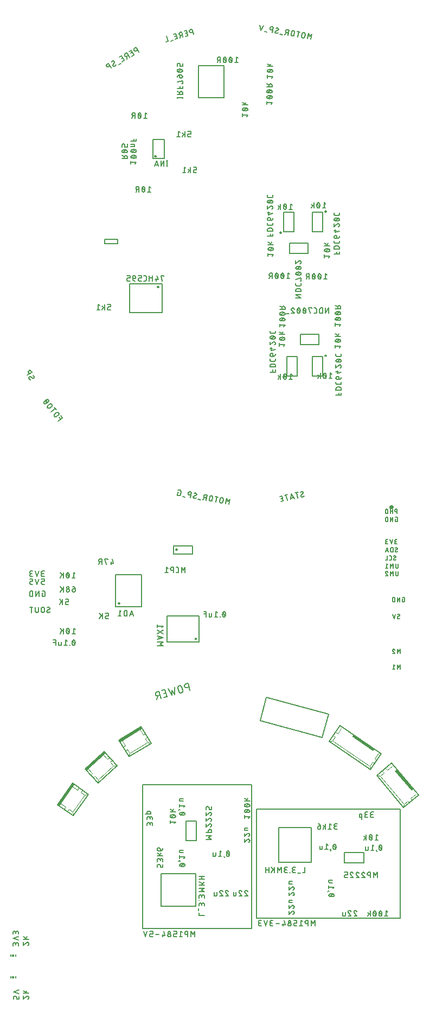
<source format=gbr>
G04 EAGLE Gerber RS-274X export*
G75*
%MOMM*%
%FSLAX34Y34*%
%LPD*%
%INSilkscreen Bottom*%
%IPPOS*%
%AMOC8*
5,1,8,0,0,1.08239X$1,22.5*%
G01*
%ADD10C,0.127000*%
%ADD11C,0.300000*%
%ADD12C,0.152400*%
%ADD13R,0.150000X0.300000*%
%ADD14R,0.300000X0.300000*%
%ADD15C,0.203200*%
%ADD16C,0.050800*%
%ADD17R,4.000000X0.375000*%
%ADD18C,0.200000*%


D10*
X622617Y1001374D02*
X621495Y1001374D01*
X621495Y997635D01*
X623738Y997635D01*
X623814Y997637D01*
X623889Y997643D01*
X623965Y997652D01*
X624039Y997666D01*
X624113Y997683D01*
X624186Y997704D01*
X624258Y997728D01*
X624328Y997756D01*
X624397Y997788D01*
X624464Y997823D01*
X624529Y997861D01*
X624593Y997903D01*
X624654Y997948D01*
X624712Y997996D01*
X624769Y998047D01*
X624822Y998100D01*
X624873Y998157D01*
X624921Y998215D01*
X624966Y998276D01*
X625008Y998340D01*
X625046Y998405D01*
X625081Y998472D01*
X625113Y998541D01*
X625141Y998611D01*
X625165Y998683D01*
X625186Y998756D01*
X625203Y998830D01*
X625217Y998904D01*
X625226Y998980D01*
X625232Y999055D01*
X625234Y999131D01*
X625234Y1002869D01*
X625232Y1002945D01*
X625226Y1003020D01*
X625217Y1003096D01*
X625203Y1003170D01*
X625186Y1003244D01*
X625165Y1003317D01*
X625141Y1003389D01*
X625113Y1003459D01*
X625081Y1003528D01*
X625046Y1003595D01*
X625008Y1003660D01*
X624966Y1003724D01*
X624921Y1003785D01*
X624873Y1003843D01*
X624822Y1003900D01*
X624769Y1003953D01*
X624712Y1004004D01*
X624654Y1004052D01*
X624593Y1004097D01*
X624529Y1004139D01*
X624464Y1004177D01*
X624397Y1004212D01*
X624328Y1004244D01*
X624258Y1004272D01*
X624186Y1004296D01*
X624113Y1004317D01*
X624039Y1004334D01*
X623965Y1004348D01*
X623889Y1004357D01*
X623814Y1004363D01*
X623738Y1004365D01*
X621495Y1004365D01*
X617554Y1004365D02*
X617554Y997635D01*
X613815Y997635D02*
X617554Y1004365D01*
X613815Y1004365D02*
X613815Y997635D01*
X609874Y997635D02*
X609874Y1004365D01*
X608004Y1004365D01*
X607920Y1004363D01*
X607836Y1004357D01*
X607753Y1004348D01*
X607670Y1004335D01*
X607588Y1004318D01*
X607507Y1004298D01*
X607426Y1004274D01*
X607347Y1004246D01*
X607269Y1004215D01*
X607193Y1004180D01*
X607118Y1004142D01*
X607045Y1004100D01*
X606974Y1004056D01*
X606905Y1004008D01*
X606839Y1003957D01*
X606774Y1003903D01*
X606712Y1003847D01*
X606653Y1003788D01*
X606597Y1003726D01*
X606543Y1003661D01*
X606492Y1003595D01*
X606444Y1003526D01*
X606400Y1003455D01*
X606358Y1003382D01*
X606320Y1003307D01*
X606285Y1003231D01*
X606254Y1003153D01*
X606226Y1003074D01*
X606202Y1002993D01*
X606182Y1002912D01*
X606165Y1002830D01*
X606152Y1002747D01*
X606143Y1002664D01*
X606137Y1002580D01*
X606135Y1002496D01*
X606135Y999504D01*
X606137Y999420D01*
X606143Y999336D01*
X606152Y999253D01*
X606165Y999170D01*
X606182Y999088D01*
X606202Y999007D01*
X606226Y998926D01*
X606254Y998847D01*
X606285Y998769D01*
X606320Y998693D01*
X606358Y998618D01*
X606400Y998545D01*
X606444Y998474D01*
X606492Y998405D01*
X606543Y998339D01*
X606597Y998274D01*
X606653Y998212D01*
X606712Y998153D01*
X606774Y998097D01*
X606839Y998043D01*
X606905Y997992D01*
X606974Y997944D01*
X607045Y997900D01*
X607118Y997858D01*
X607193Y997820D01*
X607269Y997785D01*
X607347Y997754D01*
X607426Y997726D01*
X607507Y997702D01*
X607588Y997682D01*
X607670Y997665D01*
X607753Y997652D01*
X607836Y997643D01*
X607920Y997637D01*
X608004Y997635D01*
X609874Y997635D01*
X632495Y876374D02*
X633617Y876374D01*
X632495Y876374D02*
X632495Y872635D01*
X634738Y872635D01*
X634814Y872637D01*
X634889Y872643D01*
X634965Y872652D01*
X635039Y872666D01*
X635113Y872683D01*
X635186Y872704D01*
X635258Y872728D01*
X635328Y872756D01*
X635397Y872788D01*
X635464Y872823D01*
X635529Y872861D01*
X635593Y872903D01*
X635654Y872948D01*
X635712Y872996D01*
X635769Y873047D01*
X635822Y873100D01*
X635873Y873157D01*
X635921Y873215D01*
X635966Y873276D01*
X636008Y873340D01*
X636046Y873405D01*
X636081Y873472D01*
X636113Y873541D01*
X636141Y873611D01*
X636165Y873683D01*
X636186Y873756D01*
X636203Y873830D01*
X636217Y873904D01*
X636226Y873980D01*
X636232Y874055D01*
X636234Y874131D01*
X636234Y877869D01*
X636232Y877945D01*
X636226Y878020D01*
X636217Y878096D01*
X636203Y878170D01*
X636186Y878244D01*
X636165Y878317D01*
X636141Y878389D01*
X636113Y878459D01*
X636081Y878528D01*
X636046Y878595D01*
X636008Y878660D01*
X635966Y878724D01*
X635921Y878785D01*
X635873Y878843D01*
X635822Y878900D01*
X635769Y878953D01*
X635712Y879004D01*
X635654Y879052D01*
X635593Y879097D01*
X635529Y879139D01*
X635464Y879177D01*
X635397Y879212D01*
X635328Y879244D01*
X635258Y879272D01*
X635186Y879296D01*
X635113Y879317D01*
X635039Y879334D01*
X634965Y879348D01*
X634889Y879357D01*
X634814Y879363D01*
X634738Y879365D01*
X632495Y879365D01*
X628554Y879365D02*
X628554Y872635D01*
X624815Y872635D02*
X628554Y879365D01*
X624815Y879365D02*
X624815Y872635D01*
X620874Y872635D02*
X620874Y879365D01*
X619004Y879365D01*
X618920Y879363D01*
X618836Y879357D01*
X618753Y879348D01*
X618670Y879335D01*
X618588Y879318D01*
X618507Y879298D01*
X618426Y879274D01*
X618347Y879246D01*
X618269Y879215D01*
X618193Y879180D01*
X618118Y879142D01*
X618045Y879100D01*
X617974Y879056D01*
X617905Y879008D01*
X617839Y878957D01*
X617774Y878903D01*
X617712Y878847D01*
X617653Y878788D01*
X617597Y878726D01*
X617543Y878661D01*
X617492Y878595D01*
X617444Y878526D01*
X617400Y878455D01*
X617358Y878382D01*
X617320Y878307D01*
X617285Y878231D01*
X617254Y878153D01*
X617226Y878074D01*
X617202Y877993D01*
X617182Y877912D01*
X617165Y877830D01*
X617152Y877747D01*
X617143Y877664D01*
X617137Y877580D01*
X617135Y877496D01*
X617135Y874504D01*
X617137Y874420D01*
X617143Y874336D01*
X617152Y874253D01*
X617165Y874170D01*
X617182Y874088D01*
X617202Y874007D01*
X617226Y873926D01*
X617254Y873847D01*
X617285Y873769D01*
X617320Y873693D01*
X617358Y873618D01*
X617400Y873545D01*
X617444Y873474D01*
X617492Y873405D01*
X617543Y873339D01*
X617597Y873274D01*
X617653Y873212D01*
X617712Y873153D01*
X617774Y873097D01*
X617839Y873043D01*
X617905Y872992D01*
X617974Y872944D01*
X618045Y872900D01*
X618118Y872858D01*
X618193Y872820D01*
X618269Y872785D01*
X618347Y872754D01*
X618426Y872726D01*
X618507Y872702D01*
X618588Y872682D01*
X618670Y872665D01*
X618753Y872652D01*
X618836Y872643D01*
X618920Y872637D01*
X619004Y872635D01*
X620874Y872635D01*
X622404Y962635D02*
X624274Y962635D01*
X622404Y962635D02*
X622319Y962637D01*
X622234Y962643D01*
X622150Y962652D01*
X622065Y962666D01*
X621982Y962683D01*
X621900Y962704D01*
X621818Y962729D01*
X621738Y962758D01*
X621659Y962790D01*
X621582Y962825D01*
X621507Y962865D01*
X621433Y962907D01*
X621361Y962953D01*
X621292Y963002D01*
X621224Y963054D01*
X621160Y963109D01*
X621098Y963167D01*
X621038Y963228D01*
X620981Y963292D01*
X620928Y963358D01*
X620877Y963426D01*
X620830Y963497D01*
X620785Y963570D01*
X620745Y963644D01*
X620707Y963721D01*
X620673Y963799D01*
X620643Y963878D01*
X620616Y963959D01*
X620593Y964041D01*
X620574Y964124D01*
X620559Y964207D01*
X620547Y964292D01*
X620539Y964376D01*
X620535Y964461D01*
X620535Y964547D01*
X620539Y964632D01*
X620547Y964716D01*
X620559Y964801D01*
X620574Y964884D01*
X620593Y964967D01*
X620616Y965049D01*
X620643Y965130D01*
X620673Y965209D01*
X620707Y965287D01*
X620745Y965364D01*
X620785Y965439D01*
X620830Y965511D01*
X620877Y965582D01*
X620928Y965650D01*
X620981Y965716D01*
X621038Y965780D01*
X621098Y965841D01*
X621160Y965899D01*
X621224Y965954D01*
X621292Y966006D01*
X621361Y966055D01*
X621433Y966101D01*
X621507Y966143D01*
X621582Y966183D01*
X621659Y966218D01*
X621738Y966250D01*
X621818Y966279D01*
X621900Y966304D01*
X621982Y966325D01*
X622065Y966342D01*
X622150Y966356D01*
X622234Y966365D01*
X622319Y966371D01*
X622404Y966373D01*
X622031Y969365D02*
X624274Y969365D01*
X622031Y969365D02*
X621955Y969363D01*
X621880Y969357D01*
X621804Y969348D01*
X621730Y969334D01*
X621656Y969317D01*
X621583Y969296D01*
X621511Y969272D01*
X621441Y969244D01*
X621372Y969212D01*
X621305Y969177D01*
X621240Y969139D01*
X621176Y969097D01*
X621115Y969052D01*
X621057Y969004D01*
X621000Y968953D01*
X620947Y968900D01*
X620896Y968843D01*
X620848Y968785D01*
X620803Y968724D01*
X620761Y968660D01*
X620723Y968595D01*
X620688Y968528D01*
X620656Y968459D01*
X620628Y968389D01*
X620604Y968317D01*
X620583Y968244D01*
X620566Y968170D01*
X620552Y968096D01*
X620543Y968020D01*
X620537Y967945D01*
X620535Y967869D01*
X620537Y967793D01*
X620543Y967718D01*
X620552Y967642D01*
X620566Y967568D01*
X620583Y967494D01*
X620604Y967421D01*
X620628Y967349D01*
X620656Y967279D01*
X620688Y967210D01*
X620723Y967143D01*
X620761Y967078D01*
X620803Y967014D01*
X620848Y966953D01*
X620896Y966895D01*
X620947Y966838D01*
X621000Y966785D01*
X621057Y966734D01*
X621115Y966686D01*
X621176Y966641D01*
X621240Y966599D01*
X621305Y966561D01*
X621372Y966526D01*
X621441Y966494D01*
X621511Y966466D01*
X621583Y966442D01*
X621656Y966421D01*
X621730Y966404D01*
X621804Y966390D01*
X621880Y966381D01*
X621955Y966375D01*
X622031Y966373D01*
X622031Y966374D02*
X623526Y966374D01*
X617448Y969365D02*
X615204Y962635D01*
X612961Y969365D01*
X609874Y962635D02*
X608004Y962635D01*
X607919Y962637D01*
X607834Y962643D01*
X607750Y962652D01*
X607665Y962666D01*
X607582Y962683D01*
X607500Y962704D01*
X607418Y962729D01*
X607338Y962758D01*
X607259Y962790D01*
X607182Y962825D01*
X607107Y962865D01*
X607033Y962907D01*
X606961Y962953D01*
X606892Y963002D01*
X606824Y963054D01*
X606760Y963109D01*
X606698Y963167D01*
X606638Y963228D01*
X606581Y963292D01*
X606528Y963358D01*
X606477Y963426D01*
X606430Y963497D01*
X606385Y963570D01*
X606345Y963644D01*
X606307Y963721D01*
X606273Y963799D01*
X606243Y963878D01*
X606216Y963959D01*
X606193Y964041D01*
X606174Y964124D01*
X606159Y964207D01*
X606147Y964292D01*
X606139Y964376D01*
X606135Y964461D01*
X606135Y964547D01*
X606139Y964632D01*
X606147Y964716D01*
X606159Y964801D01*
X606174Y964884D01*
X606193Y964967D01*
X606216Y965049D01*
X606243Y965130D01*
X606273Y965209D01*
X606307Y965287D01*
X606345Y965364D01*
X606385Y965439D01*
X606430Y965511D01*
X606477Y965582D01*
X606528Y965650D01*
X606581Y965716D01*
X606638Y965780D01*
X606698Y965841D01*
X606760Y965899D01*
X606824Y965954D01*
X606892Y966006D01*
X606961Y966055D01*
X607033Y966101D01*
X607107Y966143D01*
X607182Y966183D01*
X607259Y966218D01*
X607338Y966250D01*
X607418Y966279D01*
X607500Y966304D01*
X607582Y966325D01*
X607665Y966342D01*
X607750Y966356D01*
X607834Y966365D01*
X607919Y966371D01*
X608004Y966373D01*
X607631Y969365D02*
X609874Y969365D01*
X607631Y969365D02*
X607555Y969363D01*
X607480Y969357D01*
X607404Y969348D01*
X607330Y969334D01*
X607256Y969317D01*
X607183Y969296D01*
X607111Y969272D01*
X607041Y969244D01*
X606972Y969212D01*
X606905Y969177D01*
X606840Y969139D01*
X606776Y969097D01*
X606715Y969052D01*
X606657Y969004D01*
X606600Y968953D01*
X606547Y968900D01*
X606496Y968843D01*
X606448Y968785D01*
X606403Y968724D01*
X606361Y968660D01*
X606323Y968595D01*
X606288Y968528D01*
X606256Y968459D01*
X606228Y968389D01*
X606204Y968317D01*
X606183Y968244D01*
X606166Y968170D01*
X606152Y968096D01*
X606143Y968020D01*
X606137Y967945D01*
X606135Y967869D01*
X606137Y967793D01*
X606143Y967718D01*
X606152Y967642D01*
X606166Y967568D01*
X606183Y967494D01*
X606204Y967421D01*
X606228Y967349D01*
X606256Y967279D01*
X606288Y967210D01*
X606323Y967143D01*
X606361Y967078D01*
X606403Y967014D01*
X606448Y966953D01*
X606496Y966895D01*
X606547Y966838D01*
X606600Y966785D01*
X606657Y966734D01*
X606715Y966686D01*
X606776Y966641D01*
X606840Y966599D01*
X606905Y966561D01*
X606972Y966526D01*
X607041Y966494D01*
X607111Y966466D01*
X607183Y966442D01*
X607256Y966421D01*
X607330Y966404D01*
X607404Y966390D01*
X607480Y966381D01*
X607555Y966375D01*
X607631Y966373D01*
X607631Y966374D02*
X609126Y966374D01*
X626204Y846135D02*
X628448Y846135D01*
X626204Y846135D02*
X626128Y846137D01*
X626053Y846143D01*
X625977Y846152D01*
X625903Y846166D01*
X625829Y846183D01*
X625756Y846204D01*
X625684Y846228D01*
X625614Y846256D01*
X625545Y846288D01*
X625478Y846323D01*
X625413Y846361D01*
X625349Y846403D01*
X625288Y846448D01*
X625230Y846496D01*
X625173Y846547D01*
X625120Y846600D01*
X625069Y846657D01*
X625021Y846715D01*
X624976Y846776D01*
X624934Y846840D01*
X624896Y846905D01*
X624861Y846972D01*
X624829Y847041D01*
X624801Y847111D01*
X624777Y847183D01*
X624756Y847256D01*
X624739Y847330D01*
X624725Y847404D01*
X624716Y847480D01*
X624710Y847555D01*
X624708Y847631D01*
X624709Y847631D02*
X624709Y848378D01*
X624708Y848378D02*
X624710Y848454D01*
X624716Y848529D01*
X624725Y848605D01*
X624739Y848679D01*
X624756Y848753D01*
X624777Y848826D01*
X624801Y848898D01*
X624829Y848968D01*
X624861Y849037D01*
X624896Y849104D01*
X624934Y849169D01*
X624976Y849233D01*
X625021Y849294D01*
X625069Y849352D01*
X625120Y849409D01*
X625173Y849462D01*
X625230Y849513D01*
X625288Y849561D01*
X625349Y849606D01*
X625413Y849648D01*
X625478Y849686D01*
X625545Y849721D01*
X625614Y849753D01*
X625684Y849781D01*
X625756Y849805D01*
X625829Y849826D01*
X625903Y849843D01*
X625977Y849857D01*
X626053Y849866D01*
X626128Y849872D01*
X626204Y849874D01*
X628448Y849874D01*
X628448Y852865D01*
X624709Y852865D01*
X621622Y852865D02*
X619378Y846135D01*
X617135Y852865D01*
X629168Y773865D02*
X629168Y767135D01*
X626924Y770126D02*
X629168Y773865D01*
X626924Y770126D02*
X624681Y773865D01*
X624681Y767135D01*
X620874Y772369D02*
X619004Y773865D01*
X619004Y767135D01*
X617135Y767135D02*
X620874Y767135D01*
X629168Y791635D02*
X629168Y798365D01*
X626924Y794626D01*
X624681Y798365D01*
X624681Y791635D01*
X618818Y798366D02*
X618738Y798364D01*
X618658Y798358D01*
X618578Y798349D01*
X618499Y798336D01*
X618421Y798319D01*
X618344Y798298D01*
X618268Y798273D01*
X618192Y798245D01*
X618119Y798214D01*
X618047Y798179D01*
X617977Y798141D01*
X617908Y798099D01*
X617842Y798054D01*
X617778Y798006D01*
X617716Y797955D01*
X617657Y797901D01*
X617600Y797844D01*
X617546Y797785D01*
X617495Y797723D01*
X617447Y797659D01*
X617402Y797593D01*
X617360Y797525D01*
X617322Y797454D01*
X617287Y797382D01*
X617256Y797309D01*
X617228Y797233D01*
X617203Y797157D01*
X617182Y797080D01*
X617165Y797002D01*
X617152Y796923D01*
X617143Y796843D01*
X617137Y796763D01*
X617135Y796683D01*
X618818Y798365D02*
X618909Y798363D01*
X618999Y798357D01*
X619089Y798348D01*
X619179Y798335D01*
X619268Y798318D01*
X619356Y798297D01*
X619443Y798273D01*
X619530Y798245D01*
X619614Y798213D01*
X619698Y798178D01*
X619780Y798139D01*
X619860Y798097D01*
X619939Y798052D01*
X620015Y798003D01*
X620090Y797951D01*
X620162Y797897D01*
X620232Y797839D01*
X620299Y797778D01*
X620364Y797715D01*
X620426Y797649D01*
X620485Y797580D01*
X620541Y797509D01*
X620594Y797436D01*
X620644Y797360D01*
X620691Y797282D01*
X620735Y797203D01*
X620775Y797122D01*
X620812Y797039D01*
X620845Y796955D01*
X620875Y796869D01*
X617696Y795374D02*
X617638Y795432D01*
X617583Y795492D01*
X617531Y795554D01*
X617482Y795619D01*
X617435Y795685D01*
X617392Y795754D01*
X617352Y795825D01*
X617315Y795897D01*
X617281Y795971D01*
X617251Y796047D01*
X617224Y796123D01*
X617200Y796201D01*
X617181Y796280D01*
X617164Y796360D01*
X617151Y796440D01*
X617142Y796521D01*
X617137Y796602D01*
X617135Y796683D01*
X617696Y795374D02*
X620874Y791635D01*
X617135Y791635D01*
X622644Y950135D02*
X622568Y950137D01*
X622493Y950143D01*
X622417Y950152D01*
X622343Y950166D01*
X622269Y950183D01*
X622196Y950204D01*
X622124Y950228D01*
X622054Y950256D01*
X621985Y950288D01*
X621918Y950323D01*
X621853Y950361D01*
X621789Y950403D01*
X621728Y950448D01*
X621670Y950496D01*
X621613Y950547D01*
X621560Y950600D01*
X621509Y950657D01*
X621461Y950715D01*
X621416Y950776D01*
X621374Y950840D01*
X621336Y950905D01*
X621301Y950972D01*
X621269Y951041D01*
X621241Y951111D01*
X621217Y951183D01*
X621196Y951256D01*
X621179Y951330D01*
X621165Y951404D01*
X621156Y951480D01*
X621150Y951555D01*
X621148Y951631D01*
X622644Y950135D02*
X622752Y950137D01*
X622861Y950142D01*
X622969Y950152D01*
X623076Y950165D01*
X623184Y950181D01*
X623290Y950202D01*
X623396Y950226D01*
X623501Y950253D01*
X623605Y950285D01*
X623707Y950319D01*
X623809Y950358D01*
X623909Y950399D01*
X624007Y950444D01*
X624104Y950493D01*
X624200Y950545D01*
X624293Y950600D01*
X624385Y950658D01*
X624474Y950719D01*
X624561Y950784D01*
X624647Y950851D01*
X624729Y950921D01*
X624809Y950994D01*
X624887Y951070D01*
X624701Y955369D02*
X624699Y955445D01*
X624693Y955520D01*
X624684Y955596D01*
X624670Y955670D01*
X624653Y955744D01*
X624632Y955817D01*
X624608Y955889D01*
X624580Y955959D01*
X624548Y956028D01*
X624513Y956095D01*
X624475Y956160D01*
X624433Y956224D01*
X624388Y956285D01*
X624340Y956343D01*
X624289Y956400D01*
X624236Y956453D01*
X624179Y956504D01*
X624121Y956552D01*
X624060Y956597D01*
X623996Y956639D01*
X623931Y956677D01*
X623864Y956712D01*
X623795Y956744D01*
X623725Y956772D01*
X623653Y956796D01*
X623580Y956817D01*
X623506Y956834D01*
X623432Y956848D01*
X623356Y956857D01*
X623281Y956863D01*
X623205Y956865D01*
X623105Y956863D01*
X623005Y956858D01*
X622905Y956849D01*
X622805Y956836D01*
X622706Y956820D01*
X622608Y956801D01*
X622511Y956778D01*
X622414Y956751D01*
X622318Y956721D01*
X622224Y956688D01*
X622131Y956651D01*
X622039Y956611D01*
X621948Y956568D01*
X621859Y956521D01*
X621772Y956471D01*
X621687Y956419D01*
X621604Y956363D01*
X621523Y956304D01*
X623953Y954060D02*
X624017Y954100D01*
X624079Y954143D01*
X624138Y954189D01*
X624195Y954237D01*
X624250Y954289D01*
X624302Y954343D01*
X624351Y954400D01*
X624398Y954459D01*
X624441Y954520D01*
X624482Y954583D01*
X624519Y954648D01*
X624553Y954715D01*
X624584Y954784D01*
X624611Y954854D01*
X624635Y954925D01*
X624655Y954997D01*
X624671Y955071D01*
X624684Y955145D01*
X624694Y955219D01*
X624699Y955294D01*
X624701Y955369D01*
X621897Y952940D02*
X621833Y952900D01*
X621771Y952857D01*
X621712Y952811D01*
X621655Y952763D01*
X621600Y952711D01*
X621548Y952657D01*
X621499Y952600D01*
X621452Y952541D01*
X621409Y952480D01*
X621368Y952417D01*
X621331Y952352D01*
X621297Y952285D01*
X621266Y952216D01*
X621239Y952146D01*
X621215Y952075D01*
X621195Y952003D01*
X621179Y951929D01*
X621166Y951855D01*
X621156Y951781D01*
X621151Y951706D01*
X621149Y951631D01*
X621897Y952939D02*
X623953Y954061D01*
X617688Y956865D02*
X617688Y950135D01*
X617688Y956865D02*
X615818Y956865D01*
X615734Y956863D01*
X615650Y956857D01*
X615567Y956848D01*
X615484Y956835D01*
X615402Y956818D01*
X615321Y956798D01*
X615240Y956774D01*
X615161Y956746D01*
X615083Y956715D01*
X615007Y956680D01*
X614932Y956642D01*
X614859Y956600D01*
X614788Y956556D01*
X614719Y956508D01*
X614653Y956457D01*
X614588Y956403D01*
X614526Y956347D01*
X614467Y956288D01*
X614411Y956226D01*
X614357Y956161D01*
X614306Y956095D01*
X614258Y956026D01*
X614214Y955955D01*
X614172Y955882D01*
X614134Y955807D01*
X614099Y955731D01*
X614068Y955653D01*
X614040Y955574D01*
X614016Y955493D01*
X613996Y955412D01*
X613979Y955330D01*
X613966Y955247D01*
X613957Y955164D01*
X613951Y955080D01*
X613949Y954996D01*
X613949Y952004D01*
X613951Y951920D01*
X613957Y951836D01*
X613966Y951753D01*
X613979Y951670D01*
X613996Y951588D01*
X614016Y951507D01*
X614040Y951426D01*
X614068Y951347D01*
X614099Y951269D01*
X614134Y951193D01*
X614172Y951118D01*
X614214Y951045D01*
X614258Y950974D01*
X614306Y950905D01*
X614357Y950839D01*
X614411Y950774D01*
X614467Y950712D01*
X614526Y950653D01*
X614588Y950597D01*
X614653Y950543D01*
X614719Y950492D01*
X614788Y950444D01*
X614859Y950400D01*
X614932Y950358D01*
X615007Y950320D01*
X615083Y950285D01*
X615161Y950254D01*
X615240Y950226D01*
X615321Y950202D01*
X615402Y950182D01*
X615484Y950165D01*
X615567Y950152D01*
X615650Y950143D01*
X615734Y950137D01*
X615818Y950135D01*
X617688Y950135D01*
X610622Y950135D02*
X608378Y956865D01*
X606135Y950135D01*
X606696Y951818D02*
X610061Y951818D01*
X618608Y939131D02*
X618610Y939055D01*
X618616Y938980D01*
X618625Y938904D01*
X618639Y938830D01*
X618656Y938756D01*
X618677Y938683D01*
X618701Y938611D01*
X618729Y938541D01*
X618761Y938472D01*
X618796Y938405D01*
X618834Y938340D01*
X618876Y938276D01*
X618921Y938215D01*
X618969Y938157D01*
X619020Y938100D01*
X619073Y938047D01*
X619130Y937996D01*
X619188Y937948D01*
X619249Y937903D01*
X619313Y937861D01*
X619378Y937823D01*
X619445Y937788D01*
X619514Y937756D01*
X619584Y937728D01*
X619656Y937704D01*
X619729Y937683D01*
X619803Y937666D01*
X619877Y937652D01*
X619953Y937643D01*
X620028Y937637D01*
X620104Y937635D01*
X620212Y937637D01*
X620321Y937642D01*
X620429Y937652D01*
X620536Y937665D01*
X620644Y937681D01*
X620750Y937702D01*
X620856Y937726D01*
X620961Y937753D01*
X621065Y937785D01*
X621167Y937819D01*
X621269Y937858D01*
X621369Y937899D01*
X621467Y937944D01*
X621564Y937993D01*
X621660Y938045D01*
X621753Y938100D01*
X621845Y938158D01*
X621934Y938219D01*
X622021Y938284D01*
X622107Y938351D01*
X622189Y938421D01*
X622269Y938494D01*
X622347Y938570D01*
X622161Y942869D02*
X622159Y942945D01*
X622153Y943020D01*
X622144Y943096D01*
X622130Y943170D01*
X622113Y943244D01*
X622092Y943317D01*
X622068Y943389D01*
X622040Y943459D01*
X622008Y943528D01*
X621973Y943595D01*
X621935Y943660D01*
X621893Y943724D01*
X621848Y943785D01*
X621800Y943843D01*
X621749Y943900D01*
X621696Y943953D01*
X621639Y944004D01*
X621581Y944052D01*
X621520Y944097D01*
X621456Y944139D01*
X621391Y944177D01*
X621324Y944212D01*
X621255Y944244D01*
X621185Y944272D01*
X621113Y944296D01*
X621040Y944317D01*
X620966Y944334D01*
X620892Y944348D01*
X620816Y944357D01*
X620741Y944363D01*
X620665Y944365D01*
X620565Y944363D01*
X620465Y944358D01*
X620365Y944349D01*
X620265Y944336D01*
X620166Y944320D01*
X620068Y944301D01*
X619971Y944278D01*
X619874Y944251D01*
X619778Y944221D01*
X619684Y944188D01*
X619591Y944151D01*
X619499Y944111D01*
X619408Y944068D01*
X619319Y944021D01*
X619232Y943971D01*
X619147Y943919D01*
X619064Y943863D01*
X618983Y943804D01*
X621412Y941560D02*
X621476Y941600D01*
X621538Y941643D01*
X621597Y941689D01*
X621654Y941737D01*
X621709Y941789D01*
X621761Y941843D01*
X621810Y941900D01*
X621857Y941959D01*
X621900Y942020D01*
X621941Y942083D01*
X621978Y942148D01*
X622012Y942215D01*
X622043Y942284D01*
X622070Y942354D01*
X622094Y942425D01*
X622114Y942497D01*
X622130Y942571D01*
X622143Y942645D01*
X622153Y942719D01*
X622158Y942794D01*
X622160Y942869D01*
X619356Y940440D02*
X619292Y940400D01*
X619230Y940357D01*
X619171Y940311D01*
X619114Y940263D01*
X619059Y940211D01*
X619007Y940157D01*
X618958Y940100D01*
X618911Y940041D01*
X618868Y939980D01*
X618827Y939917D01*
X618790Y939852D01*
X618756Y939785D01*
X618725Y939716D01*
X618698Y939646D01*
X618674Y939575D01*
X618654Y939503D01*
X618638Y939429D01*
X618625Y939355D01*
X618615Y939281D01*
X618610Y939206D01*
X618608Y939131D01*
X619356Y940439D02*
X621413Y941561D01*
X613923Y937635D02*
X612427Y937635D01*
X613923Y937635D02*
X613999Y937637D01*
X614074Y937643D01*
X614150Y937652D01*
X614224Y937666D01*
X614298Y937683D01*
X614371Y937704D01*
X614443Y937728D01*
X614513Y937756D01*
X614582Y937788D01*
X614649Y937823D01*
X614714Y937861D01*
X614778Y937903D01*
X614839Y937948D01*
X614897Y937996D01*
X614954Y938047D01*
X615007Y938100D01*
X615058Y938157D01*
X615106Y938215D01*
X615151Y938276D01*
X615193Y938340D01*
X615231Y938405D01*
X615266Y938472D01*
X615298Y938541D01*
X615326Y938611D01*
X615350Y938683D01*
X615371Y938756D01*
X615388Y938830D01*
X615402Y938904D01*
X615411Y938980D01*
X615417Y939055D01*
X615419Y939131D01*
X615419Y942869D01*
X615417Y942945D01*
X615411Y943020D01*
X615402Y943096D01*
X615388Y943170D01*
X615371Y943244D01*
X615350Y943317D01*
X615326Y943389D01*
X615298Y943459D01*
X615266Y943528D01*
X615231Y943595D01*
X615193Y943660D01*
X615151Y943724D01*
X615106Y943785D01*
X615058Y943843D01*
X615007Y943900D01*
X614954Y943953D01*
X614897Y944004D01*
X614839Y944052D01*
X614778Y944097D01*
X614714Y944139D01*
X614649Y944177D01*
X614582Y944212D01*
X614513Y944244D01*
X614443Y944272D01*
X614371Y944296D01*
X614298Y944317D01*
X614224Y944334D01*
X614150Y944348D01*
X614074Y944357D01*
X613999Y944363D01*
X613923Y944365D01*
X612427Y944365D01*
X609126Y944365D02*
X609126Y937635D01*
X606135Y937635D01*
X625954Y931865D02*
X625954Y927004D01*
X625953Y927004D02*
X625951Y926919D01*
X625945Y926834D01*
X625936Y926750D01*
X625922Y926665D01*
X625905Y926582D01*
X625884Y926500D01*
X625859Y926418D01*
X625830Y926338D01*
X625798Y926259D01*
X625763Y926182D01*
X625723Y926107D01*
X625681Y926033D01*
X625635Y925961D01*
X625586Y925892D01*
X625534Y925824D01*
X625479Y925760D01*
X625421Y925698D01*
X625360Y925638D01*
X625296Y925581D01*
X625230Y925528D01*
X625162Y925477D01*
X625091Y925430D01*
X625019Y925385D01*
X624944Y925345D01*
X624867Y925307D01*
X624789Y925273D01*
X624710Y925243D01*
X624629Y925216D01*
X624547Y925193D01*
X624464Y925174D01*
X624381Y925159D01*
X624296Y925147D01*
X624212Y925139D01*
X624127Y925135D01*
X624041Y925135D01*
X623956Y925139D01*
X623872Y925147D01*
X623787Y925159D01*
X623704Y925174D01*
X623621Y925193D01*
X623539Y925216D01*
X623458Y925243D01*
X623379Y925273D01*
X623301Y925307D01*
X623224Y925345D01*
X623150Y925385D01*
X623077Y925430D01*
X623006Y925477D01*
X622938Y925528D01*
X622872Y925581D01*
X622808Y925638D01*
X622747Y925698D01*
X622689Y925760D01*
X622634Y925824D01*
X622582Y925892D01*
X622533Y925961D01*
X622487Y926033D01*
X622445Y926107D01*
X622405Y926182D01*
X622370Y926259D01*
X622338Y926338D01*
X622309Y926418D01*
X622284Y926500D01*
X622263Y926582D01*
X622246Y926665D01*
X622232Y926750D01*
X622223Y926834D01*
X622217Y926919D01*
X622215Y927004D01*
X622215Y931865D01*
X618168Y931865D02*
X618168Y925135D01*
X615924Y928126D02*
X618168Y931865D01*
X615924Y928126D02*
X613681Y931865D01*
X613681Y925135D01*
X609874Y930369D02*
X608004Y931865D01*
X608004Y925135D01*
X606135Y925135D02*
X609874Y925135D01*
X625954Y919865D02*
X625954Y915004D01*
X625953Y915004D02*
X625951Y914919D01*
X625945Y914834D01*
X625936Y914750D01*
X625922Y914665D01*
X625905Y914582D01*
X625884Y914500D01*
X625859Y914418D01*
X625830Y914338D01*
X625798Y914259D01*
X625763Y914182D01*
X625723Y914107D01*
X625681Y914033D01*
X625635Y913961D01*
X625586Y913892D01*
X625534Y913824D01*
X625479Y913760D01*
X625421Y913698D01*
X625360Y913638D01*
X625296Y913581D01*
X625230Y913528D01*
X625162Y913477D01*
X625091Y913430D01*
X625019Y913385D01*
X624944Y913345D01*
X624867Y913307D01*
X624789Y913273D01*
X624710Y913243D01*
X624629Y913216D01*
X624547Y913193D01*
X624464Y913174D01*
X624381Y913159D01*
X624296Y913147D01*
X624212Y913139D01*
X624127Y913135D01*
X624041Y913135D01*
X623956Y913139D01*
X623872Y913147D01*
X623787Y913159D01*
X623704Y913174D01*
X623621Y913193D01*
X623539Y913216D01*
X623458Y913243D01*
X623379Y913273D01*
X623301Y913307D01*
X623224Y913345D01*
X623150Y913385D01*
X623077Y913430D01*
X623006Y913477D01*
X622938Y913528D01*
X622872Y913581D01*
X622808Y913638D01*
X622747Y913698D01*
X622689Y913760D01*
X622634Y913824D01*
X622582Y913892D01*
X622533Y913961D01*
X622487Y914033D01*
X622445Y914107D01*
X622405Y914182D01*
X622370Y914259D01*
X622338Y914338D01*
X622309Y914418D01*
X622284Y914500D01*
X622263Y914582D01*
X622246Y914665D01*
X622232Y914750D01*
X622223Y914834D01*
X622217Y914919D01*
X622215Y915004D01*
X622215Y919865D01*
X618168Y919865D02*
X618168Y913135D01*
X615924Y916126D02*
X618168Y919865D01*
X615924Y916126D02*
X613681Y919865D01*
X613681Y913135D01*
X607818Y919866D02*
X607738Y919864D01*
X607658Y919858D01*
X607578Y919849D01*
X607499Y919836D01*
X607421Y919819D01*
X607344Y919798D01*
X607268Y919773D01*
X607192Y919745D01*
X607119Y919714D01*
X607047Y919679D01*
X606977Y919641D01*
X606908Y919599D01*
X606842Y919554D01*
X606778Y919506D01*
X606716Y919455D01*
X606657Y919401D01*
X606600Y919344D01*
X606546Y919285D01*
X606495Y919223D01*
X606447Y919159D01*
X606402Y919093D01*
X606360Y919025D01*
X606322Y918954D01*
X606287Y918882D01*
X606256Y918809D01*
X606228Y918733D01*
X606203Y918657D01*
X606182Y918580D01*
X606165Y918502D01*
X606152Y918423D01*
X606143Y918343D01*
X606137Y918263D01*
X606135Y918183D01*
X607818Y919865D02*
X607909Y919863D01*
X607999Y919857D01*
X608089Y919848D01*
X608179Y919835D01*
X608268Y919818D01*
X608356Y919797D01*
X608443Y919773D01*
X608530Y919745D01*
X608614Y919713D01*
X608698Y919678D01*
X608780Y919639D01*
X608860Y919597D01*
X608939Y919552D01*
X609015Y919503D01*
X609090Y919451D01*
X609162Y919397D01*
X609232Y919339D01*
X609299Y919278D01*
X609364Y919215D01*
X609426Y919149D01*
X609485Y919080D01*
X609541Y919009D01*
X609594Y918936D01*
X609644Y918860D01*
X609691Y918782D01*
X609735Y918703D01*
X609775Y918622D01*
X609812Y918539D01*
X609845Y918455D01*
X609875Y918369D01*
X606696Y916874D02*
X606638Y916932D01*
X606583Y916992D01*
X606531Y917054D01*
X606482Y917119D01*
X606435Y917185D01*
X606392Y917254D01*
X606352Y917325D01*
X606315Y917397D01*
X606281Y917471D01*
X606251Y917547D01*
X606224Y917623D01*
X606200Y917701D01*
X606181Y917780D01*
X606164Y917860D01*
X606151Y917940D01*
X606142Y918021D01*
X606137Y918102D01*
X606135Y918183D01*
X606696Y916874D02*
X609874Y913135D01*
X606135Y913135D01*
X624355Y1010135D02*
X624355Y1016865D01*
X622485Y1016865D01*
X622400Y1016863D01*
X622315Y1016857D01*
X622231Y1016848D01*
X622146Y1016834D01*
X622063Y1016817D01*
X621981Y1016796D01*
X621899Y1016771D01*
X621819Y1016742D01*
X621740Y1016710D01*
X621663Y1016675D01*
X621588Y1016635D01*
X621514Y1016593D01*
X621442Y1016547D01*
X621373Y1016498D01*
X621305Y1016446D01*
X621241Y1016391D01*
X621179Y1016333D01*
X621119Y1016272D01*
X621062Y1016208D01*
X621009Y1016142D01*
X620958Y1016074D01*
X620911Y1016003D01*
X620866Y1015931D01*
X620826Y1015856D01*
X620788Y1015779D01*
X620754Y1015701D01*
X620724Y1015622D01*
X620697Y1015541D01*
X620674Y1015459D01*
X620655Y1015376D01*
X620640Y1015293D01*
X620628Y1015208D01*
X620620Y1015124D01*
X620616Y1015039D01*
X620616Y1014953D01*
X620620Y1014868D01*
X620628Y1014784D01*
X620640Y1014699D01*
X620655Y1014616D01*
X620674Y1014533D01*
X620697Y1014451D01*
X620724Y1014370D01*
X620754Y1014291D01*
X620788Y1014213D01*
X620826Y1014136D01*
X620866Y1014062D01*
X620911Y1013989D01*
X620958Y1013918D01*
X621009Y1013850D01*
X621062Y1013784D01*
X621119Y1013720D01*
X621179Y1013659D01*
X621241Y1013601D01*
X621305Y1013546D01*
X621373Y1013494D01*
X621442Y1013445D01*
X621514Y1013399D01*
X621588Y1013357D01*
X621663Y1013317D01*
X621740Y1013282D01*
X621819Y1013250D01*
X621899Y1013221D01*
X621981Y1013196D01*
X622063Y1013175D01*
X622146Y1013158D01*
X622231Y1013144D01*
X622315Y1013135D01*
X622400Y1013129D01*
X622485Y1013127D01*
X622485Y1013126D02*
X624355Y1013126D01*
X617314Y1010135D02*
X617314Y1016865D01*
X617314Y1013874D02*
X613575Y1013874D01*
X613575Y1016865D02*
X613575Y1010135D01*
X609874Y1012004D02*
X609874Y1014996D01*
X609873Y1014996D02*
X609871Y1015081D01*
X609865Y1015166D01*
X609856Y1015250D01*
X609842Y1015335D01*
X609825Y1015418D01*
X609804Y1015500D01*
X609779Y1015582D01*
X609750Y1015662D01*
X609718Y1015741D01*
X609683Y1015818D01*
X609643Y1015893D01*
X609601Y1015967D01*
X609555Y1016039D01*
X609506Y1016108D01*
X609454Y1016176D01*
X609399Y1016240D01*
X609341Y1016302D01*
X609280Y1016362D01*
X609216Y1016419D01*
X609150Y1016472D01*
X609082Y1016523D01*
X609011Y1016570D01*
X608939Y1016615D01*
X608864Y1016655D01*
X608787Y1016693D01*
X608709Y1016727D01*
X608630Y1016757D01*
X608549Y1016784D01*
X608467Y1016807D01*
X608384Y1016826D01*
X608301Y1016841D01*
X608216Y1016853D01*
X608132Y1016861D01*
X608047Y1016865D01*
X607961Y1016865D01*
X607876Y1016861D01*
X607792Y1016853D01*
X607707Y1016841D01*
X607624Y1016826D01*
X607541Y1016807D01*
X607459Y1016784D01*
X607378Y1016757D01*
X607299Y1016727D01*
X607221Y1016693D01*
X607144Y1016655D01*
X607070Y1016615D01*
X606997Y1016570D01*
X606926Y1016523D01*
X606858Y1016472D01*
X606792Y1016419D01*
X606728Y1016362D01*
X606667Y1016302D01*
X606609Y1016240D01*
X606554Y1016176D01*
X606502Y1016108D01*
X606453Y1016039D01*
X606407Y1015967D01*
X606365Y1015893D01*
X606325Y1015818D01*
X606290Y1015741D01*
X606258Y1015662D01*
X606229Y1015582D01*
X606204Y1015500D01*
X606183Y1015418D01*
X606166Y1015335D01*
X606152Y1015250D01*
X606143Y1015166D01*
X606137Y1015081D01*
X606135Y1014996D01*
X606135Y1012004D01*
X606137Y1011919D01*
X606143Y1011834D01*
X606152Y1011750D01*
X606166Y1011665D01*
X606183Y1011582D01*
X606204Y1011500D01*
X606229Y1011418D01*
X606258Y1011338D01*
X606290Y1011259D01*
X606325Y1011182D01*
X606365Y1011107D01*
X606407Y1011033D01*
X606453Y1010961D01*
X606502Y1010892D01*
X606554Y1010824D01*
X606609Y1010760D01*
X606667Y1010698D01*
X606728Y1010638D01*
X606792Y1010581D01*
X606858Y1010528D01*
X606926Y1010477D01*
X606997Y1010430D01*
X607070Y1010385D01*
X607144Y1010345D01*
X607221Y1010307D01*
X607299Y1010273D01*
X607378Y1010243D01*
X607459Y1010216D01*
X607541Y1010193D01*
X607624Y1010174D01*
X607707Y1010159D01*
X607792Y1010147D01*
X607876Y1010139D01*
X607961Y1010135D01*
X608047Y1010135D01*
X608132Y1010139D01*
X608216Y1010147D01*
X608301Y1010159D01*
X608384Y1010174D01*
X608467Y1010193D01*
X608549Y1010216D01*
X608630Y1010243D01*
X608709Y1010273D01*
X608787Y1010307D01*
X608864Y1010345D01*
X608939Y1010385D01*
X609011Y1010430D01*
X609082Y1010477D01*
X609150Y1010528D01*
X609216Y1010581D01*
X609280Y1010638D01*
X609341Y1010698D01*
X609399Y1010760D01*
X609454Y1010824D01*
X609506Y1010892D01*
X609555Y1010961D01*
X609601Y1011033D01*
X609643Y1011107D01*
X609683Y1011182D01*
X609718Y1011259D01*
X609750Y1011338D01*
X609779Y1011418D01*
X609804Y1011500D01*
X609825Y1011582D01*
X609842Y1011665D01*
X609856Y1011750D01*
X609865Y1011834D01*
X609871Y1011919D01*
X609873Y1012004D01*
D11*
X614000Y1020000D02*
X614002Y1020077D01*
X614008Y1020154D01*
X614018Y1020231D01*
X614032Y1020307D01*
X614049Y1020382D01*
X614071Y1020456D01*
X614096Y1020529D01*
X614126Y1020601D01*
X614158Y1020671D01*
X614195Y1020739D01*
X614234Y1020805D01*
X614277Y1020869D01*
X614324Y1020931D01*
X614373Y1020990D01*
X614426Y1021047D01*
X614481Y1021101D01*
X614539Y1021152D01*
X614600Y1021200D01*
X614663Y1021245D01*
X614728Y1021286D01*
X614795Y1021324D01*
X614864Y1021359D01*
X614935Y1021389D01*
X615007Y1021417D01*
X615081Y1021440D01*
X615155Y1021460D01*
X615231Y1021476D01*
X615307Y1021488D01*
X615384Y1021496D01*
X615461Y1021500D01*
X615539Y1021500D01*
X615616Y1021496D01*
X615693Y1021488D01*
X615769Y1021476D01*
X615845Y1021460D01*
X615919Y1021440D01*
X615993Y1021417D01*
X616065Y1021389D01*
X616136Y1021359D01*
X616205Y1021324D01*
X616272Y1021286D01*
X616337Y1021245D01*
X616400Y1021200D01*
X616461Y1021152D01*
X616519Y1021101D01*
X616574Y1021047D01*
X616627Y1020990D01*
X616676Y1020931D01*
X616723Y1020869D01*
X616766Y1020805D01*
X616805Y1020739D01*
X616842Y1020671D01*
X616874Y1020601D01*
X616904Y1020529D01*
X616929Y1020456D01*
X616951Y1020382D01*
X616968Y1020307D01*
X616982Y1020231D01*
X616992Y1020154D01*
X616998Y1020077D01*
X617000Y1020000D01*
X616998Y1019923D01*
X616992Y1019846D01*
X616982Y1019769D01*
X616968Y1019693D01*
X616951Y1019618D01*
X616929Y1019544D01*
X616904Y1019471D01*
X616874Y1019399D01*
X616842Y1019329D01*
X616805Y1019261D01*
X616766Y1019195D01*
X616723Y1019131D01*
X616676Y1019069D01*
X616627Y1019010D01*
X616574Y1018953D01*
X616519Y1018899D01*
X616461Y1018848D01*
X616400Y1018800D01*
X616337Y1018755D01*
X616272Y1018714D01*
X616205Y1018676D01*
X616136Y1018641D01*
X616065Y1018611D01*
X615993Y1018583D01*
X615919Y1018560D01*
X615845Y1018540D01*
X615769Y1018524D01*
X615693Y1018512D01*
X615616Y1018504D01*
X615539Y1018500D01*
X615461Y1018500D01*
X615384Y1018504D01*
X615307Y1018512D01*
X615231Y1018524D01*
X615155Y1018540D01*
X615081Y1018560D01*
X615007Y1018583D01*
X614935Y1018611D01*
X614864Y1018641D01*
X614795Y1018676D01*
X614728Y1018714D01*
X614663Y1018755D01*
X614600Y1018800D01*
X614539Y1018848D01*
X614481Y1018899D01*
X614426Y1018953D01*
X614373Y1019010D01*
X614324Y1019069D01*
X614277Y1019131D01*
X614234Y1019195D01*
X614195Y1019261D01*
X614158Y1019329D01*
X614126Y1019399D01*
X614096Y1019471D01*
X614071Y1019544D01*
X614049Y1019618D01*
X614032Y1019693D01*
X614018Y1019769D01*
X614008Y1019846D01*
X614002Y1019923D01*
X614000Y1020000D01*
D12*
X73471Y911762D02*
X71116Y911762D01*
X71020Y911764D01*
X70924Y911770D01*
X70829Y911780D01*
X70734Y911793D01*
X70639Y911811D01*
X70545Y911832D01*
X70453Y911857D01*
X70361Y911886D01*
X70271Y911919D01*
X70182Y911955D01*
X70095Y911995D01*
X70009Y912039D01*
X69925Y912085D01*
X69843Y912136D01*
X69764Y912189D01*
X69686Y912246D01*
X69611Y912306D01*
X69538Y912369D01*
X69469Y912435D01*
X69401Y912503D01*
X69337Y912574D01*
X69276Y912648D01*
X69217Y912725D01*
X69162Y912803D01*
X69110Y912884D01*
X69062Y912967D01*
X69016Y913052D01*
X68975Y913138D01*
X68937Y913226D01*
X68902Y913316D01*
X68871Y913407D01*
X68844Y913499D01*
X68821Y913592D01*
X68802Y913686D01*
X68786Y913781D01*
X68774Y913876D01*
X68766Y913972D01*
X68762Y914068D01*
X68762Y914164D01*
X68766Y914260D01*
X68774Y914356D01*
X68786Y914451D01*
X68802Y914546D01*
X68821Y914640D01*
X68844Y914733D01*
X68871Y914825D01*
X68902Y914916D01*
X68937Y915006D01*
X68975Y915094D01*
X69016Y915180D01*
X69062Y915265D01*
X69110Y915348D01*
X69162Y915429D01*
X69217Y915507D01*
X69276Y915584D01*
X69337Y915658D01*
X69401Y915729D01*
X69469Y915797D01*
X69538Y915863D01*
X69611Y915926D01*
X69686Y915986D01*
X69764Y916043D01*
X69843Y916096D01*
X69925Y916147D01*
X70009Y916193D01*
X70095Y916237D01*
X70182Y916277D01*
X70271Y916313D01*
X70361Y916346D01*
X70453Y916375D01*
X70545Y916400D01*
X70639Y916421D01*
X70734Y916439D01*
X70829Y916452D01*
X70924Y916462D01*
X71020Y916468D01*
X71116Y916470D01*
X70646Y920238D02*
X73471Y920238D01*
X70646Y920238D02*
X70560Y920236D01*
X70475Y920230D01*
X70389Y920220D01*
X70305Y920207D01*
X70221Y920189D01*
X70138Y920168D01*
X70056Y920143D01*
X69975Y920114D01*
X69895Y920082D01*
X69818Y920046D01*
X69741Y920007D01*
X69667Y919964D01*
X69595Y919918D01*
X69525Y919868D01*
X69457Y919815D01*
X69392Y919760D01*
X69329Y919701D01*
X69269Y919640D01*
X69212Y919576D01*
X69158Y919509D01*
X69107Y919440D01*
X69059Y919369D01*
X69014Y919296D01*
X68973Y919221D01*
X68936Y919144D01*
X68901Y919065D01*
X68871Y918985D01*
X68844Y918903D01*
X68821Y918821D01*
X68801Y918737D01*
X68786Y918653D01*
X68774Y918568D01*
X68766Y918483D01*
X68762Y918397D01*
X68762Y918311D01*
X68766Y918225D01*
X68774Y918140D01*
X68786Y918055D01*
X68801Y917971D01*
X68821Y917887D01*
X68844Y917805D01*
X68871Y917723D01*
X68901Y917643D01*
X68936Y917564D01*
X68973Y917487D01*
X69014Y917412D01*
X69059Y917339D01*
X69107Y917268D01*
X69158Y917199D01*
X69212Y917132D01*
X69269Y917068D01*
X69329Y917007D01*
X69392Y916948D01*
X69457Y916893D01*
X69525Y916840D01*
X69595Y916790D01*
X69667Y916744D01*
X69741Y916701D01*
X69818Y916662D01*
X69895Y916626D01*
X69975Y916594D01*
X70056Y916565D01*
X70138Y916540D01*
X70221Y916519D01*
X70305Y916501D01*
X70389Y916488D01*
X70475Y916478D01*
X70560Y916472D01*
X70646Y916470D01*
X70646Y916471D02*
X72529Y916471D01*
X64942Y920238D02*
X62116Y911762D01*
X59291Y920238D01*
X55471Y911762D02*
X53116Y911762D01*
X53020Y911764D01*
X52924Y911770D01*
X52829Y911780D01*
X52734Y911793D01*
X52639Y911811D01*
X52545Y911832D01*
X52453Y911857D01*
X52361Y911886D01*
X52271Y911919D01*
X52182Y911955D01*
X52095Y911995D01*
X52009Y912039D01*
X51925Y912085D01*
X51843Y912136D01*
X51764Y912189D01*
X51686Y912246D01*
X51611Y912306D01*
X51538Y912369D01*
X51469Y912435D01*
X51401Y912503D01*
X51337Y912574D01*
X51276Y912648D01*
X51217Y912725D01*
X51162Y912803D01*
X51110Y912884D01*
X51062Y912967D01*
X51016Y913052D01*
X50975Y913138D01*
X50937Y913226D01*
X50902Y913316D01*
X50871Y913407D01*
X50844Y913499D01*
X50821Y913592D01*
X50802Y913686D01*
X50786Y913781D01*
X50774Y913876D01*
X50766Y913972D01*
X50762Y914068D01*
X50762Y914164D01*
X50766Y914260D01*
X50774Y914356D01*
X50786Y914451D01*
X50802Y914546D01*
X50821Y914640D01*
X50844Y914733D01*
X50871Y914825D01*
X50902Y914916D01*
X50937Y915006D01*
X50975Y915094D01*
X51016Y915180D01*
X51062Y915265D01*
X51110Y915348D01*
X51162Y915429D01*
X51217Y915507D01*
X51276Y915584D01*
X51337Y915658D01*
X51401Y915729D01*
X51469Y915797D01*
X51538Y915863D01*
X51611Y915926D01*
X51686Y915986D01*
X51764Y916043D01*
X51843Y916096D01*
X51925Y916147D01*
X52009Y916193D01*
X52095Y916237D01*
X52182Y916277D01*
X52271Y916313D01*
X52361Y916346D01*
X52453Y916375D01*
X52545Y916400D01*
X52639Y916421D01*
X52734Y916439D01*
X52829Y916452D01*
X52924Y916462D01*
X53020Y916468D01*
X53116Y916470D01*
X52646Y920238D02*
X55471Y920238D01*
X52646Y920238D02*
X52560Y920236D01*
X52475Y920230D01*
X52389Y920220D01*
X52305Y920207D01*
X52221Y920189D01*
X52138Y920168D01*
X52056Y920143D01*
X51975Y920114D01*
X51895Y920082D01*
X51818Y920046D01*
X51741Y920007D01*
X51667Y919964D01*
X51595Y919918D01*
X51525Y919868D01*
X51457Y919815D01*
X51392Y919760D01*
X51329Y919701D01*
X51269Y919640D01*
X51212Y919576D01*
X51158Y919509D01*
X51107Y919440D01*
X51059Y919369D01*
X51014Y919296D01*
X50973Y919221D01*
X50936Y919144D01*
X50901Y919065D01*
X50871Y918985D01*
X50844Y918903D01*
X50821Y918821D01*
X50801Y918737D01*
X50786Y918653D01*
X50774Y918568D01*
X50766Y918483D01*
X50762Y918397D01*
X50762Y918311D01*
X50766Y918225D01*
X50774Y918140D01*
X50786Y918055D01*
X50801Y917971D01*
X50821Y917887D01*
X50844Y917805D01*
X50871Y917723D01*
X50901Y917643D01*
X50936Y917564D01*
X50973Y917487D01*
X51014Y917412D01*
X51059Y917339D01*
X51107Y917268D01*
X51158Y917199D01*
X51212Y917132D01*
X51269Y917068D01*
X51329Y917007D01*
X51392Y916948D01*
X51457Y916893D01*
X51525Y916840D01*
X51595Y916790D01*
X51667Y916744D01*
X51741Y916701D01*
X51818Y916662D01*
X51895Y916626D01*
X51975Y916594D01*
X52056Y916565D01*
X52138Y916540D01*
X52221Y916519D01*
X52305Y916501D01*
X52389Y916488D01*
X52475Y916478D01*
X52560Y916472D01*
X52646Y916470D01*
X52646Y916471D02*
X54529Y916471D01*
X70646Y899762D02*
X73471Y899762D01*
X70646Y899762D02*
X70561Y899764D01*
X70477Y899770D01*
X70393Y899779D01*
X70310Y899792D01*
X70227Y899809D01*
X70145Y899830D01*
X70064Y899854D01*
X69984Y899882D01*
X69906Y899914D01*
X69829Y899949D01*
X69753Y899987D01*
X69680Y900029D01*
X69608Y900074D01*
X69539Y900122D01*
X69471Y900173D01*
X69406Y900227D01*
X69344Y900284D01*
X69284Y900344D01*
X69227Y900406D01*
X69173Y900471D01*
X69122Y900539D01*
X69074Y900608D01*
X69029Y900680D01*
X68987Y900753D01*
X68949Y900829D01*
X68914Y900906D01*
X68882Y900984D01*
X68854Y901064D01*
X68830Y901145D01*
X68809Y901227D01*
X68792Y901310D01*
X68779Y901393D01*
X68770Y901477D01*
X68764Y901561D01*
X68762Y901646D01*
X68762Y902587D01*
X68764Y902672D01*
X68770Y902756D01*
X68779Y902840D01*
X68792Y902923D01*
X68809Y903006D01*
X68830Y903088D01*
X68854Y903169D01*
X68882Y903249D01*
X68914Y903327D01*
X68949Y903404D01*
X68987Y903480D01*
X69029Y903553D01*
X69074Y903625D01*
X69122Y903694D01*
X69173Y903762D01*
X69227Y903827D01*
X69284Y903889D01*
X69344Y903949D01*
X69406Y904006D01*
X69471Y904060D01*
X69539Y904111D01*
X69608Y904159D01*
X69680Y904204D01*
X69753Y904246D01*
X69829Y904284D01*
X69906Y904319D01*
X69984Y904351D01*
X70064Y904379D01*
X70145Y904403D01*
X70227Y904424D01*
X70310Y904441D01*
X70393Y904454D01*
X70477Y904463D01*
X70561Y904469D01*
X70646Y904471D01*
X73471Y904471D01*
X73471Y908238D01*
X68762Y908238D01*
X64942Y908238D02*
X62116Y899762D01*
X59291Y908238D01*
X55471Y899762D02*
X52646Y899762D01*
X52561Y899764D01*
X52477Y899770D01*
X52393Y899779D01*
X52310Y899792D01*
X52227Y899809D01*
X52145Y899830D01*
X52064Y899854D01*
X51984Y899882D01*
X51906Y899914D01*
X51829Y899949D01*
X51753Y899987D01*
X51680Y900029D01*
X51608Y900074D01*
X51539Y900122D01*
X51471Y900173D01*
X51406Y900227D01*
X51344Y900284D01*
X51284Y900344D01*
X51227Y900406D01*
X51173Y900471D01*
X51122Y900539D01*
X51074Y900608D01*
X51029Y900680D01*
X50987Y900753D01*
X50949Y900829D01*
X50914Y900906D01*
X50882Y900984D01*
X50854Y901064D01*
X50830Y901145D01*
X50809Y901227D01*
X50792Y901310D01*
X50779Y901393D01*
X50770Y901477D01*
X50764Y901561D01*
X50762Y901646D01*
X50762Y902587D01*
X50764Y902672D01*
X50770Y902756D01*
X50779Y902840D01*
X50792Y902923D01*
X50809Y903006D01*
X50830Y903088D01*
X50854Y903169D01*
X50882Y903249D01*
X50914Y903327D01*
X50949Y903404D01*
X50987Y903480D01*
X51029Y903553D01*
X51074Y903625D01*
X51122Y903694D01*
X51173Y903762D01*
X51227Y903827D01*
X51284Y903889D01*
X51344Y903949D01*
X51406Y904006D01*
X51471Y904060D01*
X51539Y904111D01*
X51608Y904159D01*
X51680Y904204D01*
X51753Y904246D01*
X51829Y904284D01*
X51906Y904319D01*
X51984Y904351D01*
X52064Y904379D01*
X52145Y904403D01*
X52227Y904424D01*
X52310Y904441D01*
X52393Y904454D01*
X52477Y904463D01*
X52561Y904469D01*
X52646Y904471D01*
X55471Y904471D01*
X55471Y908238D01*
X50762Y908238D01*
X69962Y885471D02*
X71375Y885471D01*
X69962Y885471D02*
X69962Y880762D01*
X72787Y880762D01*
X72872Y880764D01*
X72956Y880770D01*
X73040Y880779D01*
X73123Y880792D01*
X73206Y880809D01*
X73288Y880830D01*
X73369Y880854D01*
X73449Y880882D01*
X73527Y880914D01*
X73604Y880949D01*
X73680Y880987D01*
X73753Y881029D01*
X73825Y881074D01*
X73894Y881122D01*
X73962Y881173D01*
X74027Y881227D01*
X74089Y881284D01*
X74149Y881344D01*
X74206Y881406D01*
X74260Y881471D01*
X74311Y881539D01*
X74359Y881608D01*
X74404Y881680D01*
X74446Y881753D01*
X74484Y881829D01*
X74519Y881906D01*
X74551Y881984D01*
X74579Y882064D01*
X74603Y882145D01*
X74624Y882227D01*
X74641Y882310D01*
X74654Y882393D01*
X74663Y882477D01*
X74669Y882562D01*
X74671Y882646D01*
X74671Y887354D01*
X74669Y887439D01*
X74663Y887523D01*
X74654Y887607D01*
X74641Y887690D01*
X74624Y887773D01*
X74603Y887855D01*
X74579Y887936D01*
X74551Y888016D01*
X74519Y888094D01*
X74484Y888171D01*
X74446Y888247D01*
X74404Y888320D01*
X74359Y888392D01*
X74311Y888461D01*
X74260Y888529D01*
X74206Y888594D01*
X74149Y888656D01*
X74089Y888716D01*
X74027Y888773D01*
X73962Y888827D01*
X73894Y888878D01*
X73825Y888926D01*
X73753Y888971D01*
X73680Y889013D01*
X73604Y889051D01*
X73528Y889086D01*
X73449Y889118D01*
X73369Y889146D01*
X73288Y889170D01*
X73206Y889191D01*
X73123Y889208D01*
X73040Y889221D01*
X72956Y889230D01*
X72872Y889236D01*
X72787Y889238D01*
X69962Y889238D01*
X65071Y889238D02*
X65071Y880762D01*
X60362Y880762D02*
X65071Y889238D01*
X60362Y889238D02*
X60362Y880762D01*
X55471Y880762D02*
X55471Y889238D01*
X53116Y889238D01*
X53021Y889236D01*
X52927Y889230D01*
X52832Y889221D01*
X52738Y889208D01*
X52645Y889190D01*
X52553Y889170D01*
X52461Y889145D01*
X52371Y889117D01*
X52281Y889085D01*
X52193Y889050D01*
X52107Y889011D01*
X52022Y888968D01*
X51939Y888923D01*
X51858Y888874D01*
X51779Y888821D01*
X51702Y888766D01*
X51627Y888707D01*
X51555Y888646D01*
X51485Y888582D01*
X51418Y888515D01*
X51354Y888445D01*
X51293Y888373D01*
X51234Y888298D01*
X51179Y888221D01*
X51126Y888142D01*
X51077Y888061D01*
X51032Y887978D01*
X50989Y887893D01*
X50950Y887807D01*
X50915Y887719D01*
X50883Y887629D01*
X50855Y887539D01*
X50830Y887447D01*
X50810Y887355D01*
X50792Y887262D01*
X50779Y887168D01*
X50770Y887073D01*
X50764Y886979D01*
X50762Y886884D01*
X50762Y883116D01*
X50764Y883021D01*
X50770Y882927D01*
X50779Y882832D01*
X50792Y882738D01*
X50810Y882645D01*
X50830Y882553D01*
X50855Y882461D01*
X50883Y882371D01*
X50915Y882281D01*
X50950Y882193D01*
X50989Y882107D01*
X51032Y882022D01*
X51077Y881939D01*
X51126Y881858D01*
X51179Y881779D01*
X51234Y881702D01*
X51293Y881627D01*
X51354Y881555D01*
X51418Y881485D01*
X51485Y881418D01*
X51555Y881354D01*
X51627Y881293D01*
X51702Y881234D01*
X51779Y881179D01*
X51858Y881126D01*
X51939Y881077D01*
X52022Y881032D01*
X52107Y880989D01*
X52193Y880950D01*
X52281Y880915D01*
X52371Y880883D01*
X52461Y880855D01*
X52553Y880830D01*
X52645Y880810D01*
X52738Y880792D01*
X52832Y880779D01*
X52927Y880770D01*
X53021Y880764D01*
X53116Y880762D01*
X55471Y880762D01*
X77462Y857646D02*
X77464Y857561D01*
X77470Y857477D01*
X77479Y857393D01*
X77492Y857310D01*
X77509Y857227D01*
X77530Y857145D01*
X77554Y857064D01*
X77582Y856984D01*
X77614Y856906D01*
X77649Y856829D01*
X77687Y856753D01*
X77729Y856680D01*
X77774Y856608D01*
X77822Y856539D01*
X77873Y856471D01*
X77927Y856406D01*
X77984Y856344D01*
X78044Y856284D01*
X78106Y856227D01*
X78171Y856173D01*
X78239Y856122D01*
X78308Y856074D01*
X78380Y856029D01*
X78453Y855987D01*
X78529Y855949D01*
X78606Y855914D01*
X78684Y855882D01*
X78764Y855854D01*
X78845Y855830D01*
X78927Y855809D01*
X79010Y855792D01*
X79093Y855779D01*
X79177Y855770D01*
X79261Y855764D01*
X79346Y855762D01*
X79467Y855764D01*
X79588Y855769D01*
X79708Y855779D01*
X79828Y855791D01*
X79948Y855808D01*
X80067Y855828D01*
X80186Y855852D01*
X80303Y855879D01*
X80420Y855910D01*
X80536Y855944D01*
X80651Y855982D01*
X80764Y856023D01*
X80876Y856068D01*
X80987Y856116D01*
X81097Y856168D01*
X81204Y856223D01*
X81310Y856281D01*
X81414Y856342D01*
X81517Y856406D01*
X81617Y856474D01*
X81715Y856544D01*
X81811Y856618D01*
X81905Y856694D01*
X81996Y856773D01*
X82085Y856855D01*
X82171Y856939D01*
X81936Y862354D02*
X81934Y862439D01*
X81928Y862523D01*
X81919Y862607D01*
X81906Y862690D01*
X81889Y862773D01*
X81868Y862855D01*
X81844Y862936D01*
X81816Y863016D01*
X81784Y863094D01*
X81749Y863171D01*
X81711Y863247D01*
X81669Y863320D01*
X81624Y863392D01*
X81576Y863461D01*
X81525Y863529D01*
X81471Y863594D01*
X81414Y863656D01*
X81354Y863716D01*
X81292Y863773D01*
X81227Y863827D01*
X81159Y863878D01*
X81090Y863926D01*
X81018Y863971D01*
X80945Y864013D01*
X80869Y864051D01*
X80792Y864086D01*
X80714Y864118D01*
X80634Y864146D01*
X80553Y864170D01*
X80471Y864191D01*
X80388Y864208D01*
X80305Y864221D01*
X80221Y864230D01*
X80137Y864236D01*
X80052Y864238D01*
X79938Y864236D01*
X79825Y864231D01*
X79712Y864222D01*
X79599Y864209D01*
X79486Y864192D01*
X79374Y864172D01*
X79263Y864149D01*
X79153Y864122D01*
X79043Y864091D01*
X78935Y864057D01*
X78828Y864019D01*
X78722Y863978D01*
X78617Y863934D01*
X78514Y863886D01*
X78413Y863835D01*
X78313Y863780D01*
X78215Y863723D01*
X78119Y863662D01*
X78025Y863598D01*
X77933Y863532D01*
X80993Y860706D02*
X81067Y860751D01*
X81138Y860800D01*
X81207Y860852D01*
X81273Y860907D01*
X81337Y860965D01*
X81399Y861026D01*
X81457Y861089D01*
X81513Y861155D01*
X81566Y861224D01*
X81615Y861295D01*
X81661Y861368D01*
X81704Y861443D01*
X81743Y861519D01*
X81779Y861598D01*
X81812Y861678D01*
X81840Y861760D01*
X81865Y861842D01*
X81886Y861926D01*
X81904Y862010D01*
X81917Y862096D01*
X81927Y862182D01*
X81933Y862268D01*
X81935Y862354D01*
X78404Y859294D02*
X78330Y859249D01*
X78259Y859200D01*
X78190Y859148D01*
X78124Y859093D01*
X78060Y859035D01*
X77998Y858974D01*
X77940Y858911D01*
X77884Y858845D01*
X77832Y858776D01*
X77782Y858705D01*
X77736Y858632D01*
X77693Y858557D01*
X77654Y858481D01*
X77618Y858402D01*
X77585Y858322D01*
X77557Y858241D01*
X77532Y858158D01*
X77511Y858074D01*
X77493Y857990D01*
X77480Y857904D01*
X77470Y857818D01*
X77464Y857732D01*
X77462Y857646D01*
X78404Y859294D02*
X80994Y860706D01*
X73471Y861884D02*
X73471Y858116D01*
X73470Y861884D02*
X73468Y861980D01*
X73462Y862076D01*
X73452Y862171D01*
X73439Y862266D01*
X73421Y862361D01*
X73400Y862455D01*
X73375Y862547D01*
X73346Y862639D01*
X73313Y862729D01*
X73277Y862818D01*
X73237Y862905D01*
X73193Y862991D01*
X73147Y863075D01*
X73096Y863157D01*
X73043Y863236D01*
X72986Y863314D01*
X72926Y863389D01*
X72863Y863462D01*
X72797Y863531D01*
X72729Y863599D01*
X72658Y863663D01*
X72584Y863724D01*
X72507Y863783D01*
X72429Y863838D01*
X72348Y863890D01*
X72265Y863938D01*
X72180Y863984D01*
X72094Y864025D01*
X72006Y864063D01*
X71916Y864098D01*
X71825Y864129D01*
X71733Y864156D01*
X71640Y864179D01*
X71546Y864198D01*
X71451Y864214D01*
X71356Y864226D01*
X71260Y864234D01*
X71164Y864238D01*
X71068Y864238D01*
X70972Y864234D01*
X70876Y864226D01*
X70781Y864214D01*
X70686Y864198D01*
X70592Y864179D01*
X70499Y864156D01*
X70407Y864129D01*
X70316Y864098D01*
X70226Y864063D01*
X70138Y864025D01*
X70052Y863984D01*
X69967Y863938D01*
X69884Y863890D01*
X69803Y863838D01*
X69725Y863783D01*
X69648Y863724D01*
X69574Y863663D01*
X69503Y863599D01*
X69435Y863531D01*
X69369Y863462D01*
X69306Y863389D01*
X69246Y863314D01*
X69189Y863236D01*
X69136Y863157D01*
X69085Y863075D01*
X69039Y862991D01*
X68995Y862905D01*
X68955Y862818D01*
X68919Y862729D01*
X68886Y862639D01*
X68857Y862547D01*
X68832Y862455D01*
X68811Y862361D01*
X68793Y862266D01*
X68780Y862171D01*
X68770Y862076D01*
X68764Y861980D01*
X68762Y861884D01*
X68762Y858116D01*
X68764Y858020D01*
X68770Y857924D01*
X68780Y857829D01*
X68793Y857734D01*
X68811Y857639D01*
X68832Y857545D01*
X68857Y857453D01*
X68886Y857361D01*
X68919Y857271D01*
X68955Y857182D01*
X68995Y857095D01*
X69039Y857009D01*
X69085Y856925D01*
X69136Y856843D01*
X69189Y856764D01*
X69246Y856686D01*
X69306Y856611D01*
X69369Y856538D01*
X69435Y856469D01*
X69503Y856401D01*
X69574Y856337D01*
X69648Y856276D01*
X69725Y856217D01*
X69803Y856162D01*
X69884Y856110D01*
X69967Y856062D01*
X70052Y856016D01*
X70138Y855975D01*
X70226Y855937D01*
X70316Y855902D01*
X70407Y855871D01*
X70499Y855844D01*
X70592Y855821D01*
X70686Y855802D01*
X70781Y855786D01*
X70876Y855774D01*
X70972Y855766D01*
X71068Y855762D01*
X71164Y855762D01*
X71260Y855766D01*
X71356Y855774D01*
X71451Y855786D01*
X71546Y855802D01*
X71640Y855821D01*
X71733Y855844D01*
X71825Y855871D01*
X71916Y855902D01*
X72006Y855937D01*
X72094Y855975D01*
X72180Y856016D01*
X72265Y856062D01*
X72348Y856110D01*
X72429Y856162D01*
X72507Y856217D01*
X72584Y856276D01*
X72658Y856337D01*
X72729Y856401D01*
X72797Y856469D01*
X72863Y856538D01*
X72926Y856611D01*
X72986Y856686D01*
X73043Y856764D01*
X73096Y856843D01*
X73147Y856925D01*
X73193Y857009D01*
X73237Y857095D01*
X73277Y857182D01*
X73313Y857271D01*
X73346Y857361D01*
X73375Y857453D01*
X73400Y857545D01*
X73421Y857639D01*
X73439Y857734D01*
X73452Y857829D01*
X73462Y857924D01*
X73468Y858020D01*
X73470Y858116D01*
X64171Y858116D02*
X64171Y864238D01*
X64170Y858116D02*
X64168Y858020D01*
X64162Y857924D01*
X64152Y857829D01*
X64139Y857734D01*
X64121Y857639D01*
X64100Y857545D01*
X64075Y857453D01*
X64046Y857361D01*
X64013Y857271D01*
X63977Y857182D01*
X63937Y857095D01*
X63893Y857009D01*
X63847Y856925D01*
X63796Y856843D01*
X63743Y856764D01*
X63686Y856686D01*
X63626Y856611D01*
X63563Y856538D01*
X63497Y856469D01*
X63429Y856401D01*
X63358Y856337D01*
X63284Y856276D01*
X63207Y856217D01*
X63129Y856162D01*
X63048Y856110D01*
X62965Y856062D01*
X62880Y856016D01*
X62794Y855975D01*
X62706Y855937D01*
X62616Y855902D01*
X62525Y855871D01*
X62433Y855844D01*
X62340Y855821D01*
X62246Y855802D01*
X62151Y855786D01*
X62056Y855774D01*
X61960Y855766D01*
X61864Y855762D01*
X61768Y855762D01*
X61672Y855766D01*
X61576Y855774D01*
X61481Y855786D01*
X61386Y855802D01*
X61292Y855821D01*
X61199Y855844D01*
X61107Y855871D01*
X61016Y855902D01*
X60926Y855937D01*
X60838Y855975D01*
X60752Y856016D01*
X60667Y856062D01*
X60584Y856110D01*
X60503Y856162D01*
X60425Y856217D01*
X60348Y856276D01*
X60274Y856337D01*
X60203Y856401D01*
X60135Y856469D01*
X60069Y856538D01*
X60006Y856611D01*
X59946Y856686D01*
X59889Y856764D01*
X59836Y856843D01*
X59785Y856925D01*
X59739Y857009D01*
X59695Y857095D01*
X59655Y857182D01*
X59619Y857271D01*
X59586Y857361D01*
X59557Y857453D01*
X59532Y857545D01*
X59511Y857639D01*
X59493Y857734D01*
X59480Y857829D01*
X59470Y857924D01*
X59464Y858020D01*
X59462Y858116D01*
X59462Y864238D01*
X53116Y864238D02*
X53116Y855762D01*
X50762Y864238D02*
X55471Y864238D01*
D10*
X405000Y379000D02*
X629000Y379000D01*
X405000Y379000D02*
X405000Y549000D01*
X629000Y549000D01*
X629000Y379000D01*
D12*
X496042Y375238D02*
X496042Y366762D01*
X493216Y370529D02*
X496042Y375238D01*
X493216Y370529D02*
X490391Y375238D01*
X490391Y366762D01*
X485177Y366762D02*
X485177Y375238D01*
X482823Y375238D01*
X482727Y375236D01*
X482631Y375230D01*
X482536Y375220D01*
X482441Y375207D01*
X482346Y375189D01*
X482252Y375168D01*
X482160Y375143D01*
X482068Y375114D01*
X481978Y375081D01*
X481889Y375045D01*
X481802Y375005D01*
X481716Y374961D01*
X481632Y374915D01*
X481550Y374864D01*
X481471Y374811D01*
X481393Y374754D01*
X481318Y374694D01*
X481245Y374631D01*
X481176Y374565D01*
X481108Y374497D01*
X481044Y374426D01*
X480983Y374352D01*
X480924Y374275D01*
X480869Y374197D01*
X480817Y374116D01*
X480769Y374033D01*
X480723Y373948D01*
X480682Y373862D01*
X480644Y373774D01*
X480609Y373684D01*
X480578Y373593D01*
X480551Y373501D01*
X480528Y373408D01*
X480509Y373314D01*
X480493Y373219D01*
X480481Y373124D01*
X480473Y373028D01*
X480469Y372932D01*
X480469Y372836D01*
X480473Y372740D01*
X480481Y372644D01*
X480493Y372549D01*
X480509Y372454D01*
X480528Y372360D01*
X480551Y372267D01*
X480578Y372175D01*
X480609Y372084D01*
X480644Y371994D01*
X480682Y371906D01*
X480723Y371820D01*
X480769Y371735D01*
X480817Y371652D01*
X480869Y371571D01*
X480924Y371493D01*
X480983Y371416D01*
X481044Y371342D01*
X481108Y371271D01*
X481176Y371203D01*
X481245Y371137D01*
X481318Y371074D01*
X481393Y371014D01*
X481471Y370957D01*
X481550Y370904D01*
X481632Y370853D01*
X481716Y370807D01*
X481802Y370763D01*
X481889Y370723D01*
X481978Y370687D01*
X482068Y370654D01*
X482160Y370625D01*
X482252Y370600D01*
X482346Y370579D01*
X482441Y370561D01*
X482536Y370548D01*
X482631Y370538D01*
X482727Y370532D01*
X482823Y370530D01*
X482823Y370529D02*
X485177Y370529D01*
X476671Y373354D02*
X474316Y375238D01*
X474316Y366762D01*
X471962Y366762D02*
X476671Y366762D01*
X467671Y366762D02*
X464846Y366762D01*
X464761Y366764D01*
X464677Y366770D01*
X464593Y366779D01*
X464510Y366792D01*
X464427Y366809D01*
X464345Y366830D01*
X464264Y366854D01*
X464184Y366882D01*
X464106Y366914D01*
X464029Y366949D01*
X463953Y366987D01*
X463880Y367029D01*
X463808Y367074D01*
X463739Y367122D01*
X463671Y367173D01*
X463606Y367227D01*
X463544Y367284D01*
X463484Y367344D01*
X463427Y367406D01*
X463373Y367471D01*
X463322Y367539D01*
X463274Y367608D01*
X463229Y367680D01*
X463187Y367753D01*
X463149Y367829D01*
X463114Y367906D01*
X463082Y367984D01*
X463054Y368064D01*
X463030Y368145D01*
X463009Y368227D01*
X462992Y368310D01*
X462979Y368393D01*
X462970Y368477D01*
X462964Y368561D01*
X462962Y368646D01*
X462962Y369587D01*
X462964Y369672D01*
X462970Y369756D01*
X462979Y369840D01*
X462992Y369923D01*
X463009Y370006D01*
X463030Y370088D01*
X463054Y370169D01*
X463082Y370249D01*
X463114Y370327D01*
X463149Y370404D01*
X463187Y370480D01*
X463229Y370553D01*
X463274Y370625D01*
X463322Y370694D01*
X463373Y370762D01*
X463427Y370827D01*
X463484Y370889D01*
X463544Y370949D01*
X463606Y371006D01*
X463671Y371060D01*
X463739Y371111D01*
X463808Y371159D01*
X463880Y371204D01*
X463953Y371246D01*
X464029Y371284D01*
X464106Y371319D01*
X464184Y371351D01*
X464264Y371379D01*
X464345Y371403D01*
X464427Y371424D01*
X464510Y371441D01*
X464593Y371454D01*
X464677Y371463D01*
X464761Y371469D01*
X464846Y371471D01*
X467671Y371471D01*
X467671Y375238D01*
X462962Y375238D01*
X458670Y369116D02*
X458668Y369212D01*
X458662Y369308D01*
X458652Y369403D01*
X458639Y369498D01*
X458621Y369593D01*
X458600Y369687D01*
X458575Y369779D01*
X458546Y369871D01*
X458513Y369961D01*
X458477Y370050D01*
X458437Y370137D01*
X458393Y370223D01*
X458347Y370307D01*
X458296Y370389D01*
X458243Y370468D01*
X458186Y370546D01*
X458126Y370621D01*
X458063Y370694D01*
X457997Y370763D01*
X457929Y370831D01*
X457858Y370895D01*
X457784Y370956D01*
X457707Y371015D01*
X457629Y371070D01*
X457548Y371122D01*
X457465Y371170D01*
X457380Y371216D01*
X457294Y371257D01*
X457206Y371295D01*
X457116Y371330D01*
X457025Y371361D01*
X456933Y371388D01*
X456840Y371411D01*
X456746Y371430D01*
X456651Y371446D01*
X456556Y371458D01*
X456460Y371466D01*
X456364Y371470D01*
X456268Y371470D01*
X456172Y371466D01*
X456076Y371458D01*
X455981Y371446D01*
X455886Y371430D01*
X455792Y371411D01*
X455699Y371388D01*
X455607Y371361D01*
X455516Y371330D01*
X455426Y371295D01*
X455338Y371257D01*
X455252Y371216D01*
X455167Y371170D01*
X455084Y371122D01*
X455003Y371070D01*
X454925Y371015D01*
X454848Y370956D01*
X454774Y370895D01*
X454703Y370831D01*
X454635Y370763D01*
X454569Y370694D01*
X454506Y370621D01*
X454446Y370546D01*
X454389Y370468D01*
X454336Y370389D01*
X454285Y370307D01*
X454239Y370223D01*
X454195Y370137D01*
X454155Y370050D01*
X454119Y369961D01*
X454086Y369871D01*
X454057Y369779D01*
X454032Y369687D01*
X454011Y369593D01*
X453993Y369498D01*
X453980Y369403D01*
X453970Y369308D01*
X453964Y369212D01*
X453962Y369116D01*
X453964Y369020D01*
X453970Y368924D01*
X453980Y368829D01*
X453993Y368734D01*
X454011Y368639D01*
X454032Y368545D01*
X454057Y368453D01*
X454086Y368361D01*
X454119Y368271D01*
X454155Y368182D01*
X454195Y368095D01*
X454239Y368009D01*
X454285Y367925D01*
X454336Y367843D01*
X454389Y367764D01*
X454446Y367686D01*
X454506Y367611D01*
X454569Y367538D01*
X454635Y367469D01*
X454703Y367401D01*
X454774Y367337D01*
X454848Y367276D01*
X454925Y367217D01*
X455003Y367162D01*
X455084Y367110D01*
X455167Y367062D01*
X455252Y367016D01*
X455338Y366975D01*
X455426Y366937D01*
X455516Y366902D01*
X455607Y366871D01*
X455699Y366844D01*
X455792Y366821D01*
X455886Y366802D01*
X455981Y366786D01*
X456076Y366774D01*
X456172Y366766D01*
X456268Y366762D01*
X456364Y366762D01*
X456460Y366766D01*
X456556Y366774D01*
X456651Y366786D01*
X456746Y366802D01*
X456840Y366821D01*
X456933Y366844D01*
X457025Y366871D01*
X457116Y366902D01*
X457206Y366937D01*
X457294Y366975D01*
X457380Y367016D01*
X457465Y367062D01*
X457548Y367110D01*
X457629Y367162D01*
X457707Y367217D01*
X457784Y367276D01*
X457858Y367337D01*
X457929Y367401D01*
X457997Y367469D01*
X458063Y367538D01*
X458126Y367611D01*
X458186Y367686D01*
X458243Y367764D01*
X458296Y367843D01*
X458347Y367925D01*
X458393Y368009D01*
X458437Y368095D01*
X458477Y368182D01*
X458513Y368271D01*
X458546Y368361D01*
X458575Y368453D01*
X458600Y368545D01*
X458621Y368639D01*
X458639Y368734D01*
X458652Y368829D01*
X458662Y368924D01*
X458668Y369020D01*
X458670Y369116D01*
X458200Y373354D02*
X458198Y373440D01*
X458192Y373525D01*
X458182Y373611D01*
X458169Y373695D01*
X458151Y373779D01*
X458130Y373862D01*
X458105Y373944D01*
X458076Y374025D01*
X458044Y374105D01*
X458008Y374182D01*
X457969Y374259D01*
X457926Y374333D01*
X457880Y374405D01*
X457830Y374475D01*
X457777Y374543D01*
X457722Y374608D01*
X457663Y374671D01*
X457602Y374731D01*
X457538Y374788D01*
X457471Y374842D01*
X457402Y374893D01*
X457331Y374941D01*
X457258Y374986D01*
X457183Y375027D01*
X457106Y375064D01*
X457027Y375099D01*
X456947Y375129D01*
X456865Y375156D01*
X456783Y375179D01*
X456699Y375199D01*
X456615Y375214D01*
X456530Y375226D01*
X456445Y375234D01*
X456359Y375238D01*
X456273Y375238D01*
X456187Y375234D01*
X456102Y375226D01*
X456017Y375214D01*
X455933Y375199D01*
X455849Y375179D01*
X455767Y375156D01*
X455685Y375129D01*
X455605Y375099D01*
X455526Y375064D01*
X455449Y375027D01*
X455374Y374986D01*
X455301Y374941D01*
X455230Y374893D01*
X455161Y374842D01*
X455094Y374788D01*
X455030Y374731D01*
X454969Y374671D01*
X454910Y374608D01*
X454855Y374543D01*
X454802Y374475D01*
X454752Y374405D01*
X454706Y374333D01*
X454663Y374259D01*
X454624Y374182D01*
X454588Y374105D01*
X454556Y374025D01*
X454527Y373944D01*
X454502Y373862D01*
X454481Y373779D01*
X454463Y373695D01*
X454450Y373611D01*
X454440Y373525D01*
X454434Y373440D01*
X454432Y373354D01*
X454434Y373268D01*
X454440Y373183D01*
X454450Y373097D01*
X454463Y373013D01*
X454481Y372929D01*
X454502Y372846D01*
X454527Y372764D01*
X454556Y372683D01*
X454588Y372603D01*
X454624Y372526D01*
X454663Y372449D01*
X454706Y372375D01*
X454752Y372303D01*
X454802Y372233D01*
X454855Y372165D01*
X454910Y372100D01*
X454969Y372037D01*
X455030Y371977D01*
X455094Y371920D01*
X455161Y371866D01*
X455230Y371815D01*
X455301Y371767D01*
X455374Y371722D01*
X455449Y371681D01*
X455526Y371644D01*
X455605Y371609D01*
X455685Y371579D01*
X455767Y371552D01*
X455849Y371529D01*
X455933Y371509D01*
X456017Y371494D01*
X456102Y371482D01*
X456187Y371474D01*
X456273Y371470D01*
X456359Y371470D01*
X456445Y371474D01*
X456530Y371482D01*
X456615Y371494D01*
X456699Y371509D01*
X456783Y371529D01*
X456865Y371552D01*
X456947Y371579D01*
X457027Y371609D01*
X457106Y371644D01*
X457183Y371681D01*
X457258Y371722D01*
X457331Y371767D01*
X457402Y371815D01*
X457471Y371866D01*
X457538Y371920D01*
X457602Y371977D01*
X457663Y372037D01*
X457722Y372100D01*
X457777Y372165D01*
X457830Y372233D01*
X457880Y372303D01*
X457926Y372375D01*
X457969Y372449D01*
X458008Y372526D01*
X458044Y372603D01*
X458076Y372683D01*
X458105Y372764D01*
X458130Y372846D01*
X458151Y372929D01*
X458169Y373013D01*
X458182Y373097D01*
X458192Y373183D01*
X458198Y373268D01*
X458200Y373354D01*
X449671Y368646D02*
X447787Y375238D01*
X449671Y368646D02*
X444962Y368646D01*
X446375Y370529D02*
X446375Y366762D01*
X440542Y370058D02*
X434891Y370058D01*
X430471Y366762D02*
X428116Y366762D01*
X428020Y366764D01*
X427924Y366770D01*
X427829Y366780D01*
X427734Y366793D01*
X427639Y366811D01*
X427545Y366832D01*
X427453Y366857D01*
X427361Y366886D01*
X427271Y366919D01*
X427182Y366955D01*
X427095Y366995D01*
X427009Y367039D01*
X426925Y367085D01*
X426843Y367136D01*
X426764Y367189D01*
X426686Y367246D01*
X426611Y367306D01*
X426538Y367369D01*
X426469Y367435D01*
X426401Y367503D01*
X426337Y367574D01*
X426276Y367648D01*
X426217Y367725D01*
X426162Y367803D01*
X426110Y367884D01*
X426062Y367967D01*
X426016Y368052D01*
X425975Y368138D01*
X425937Y368226D01*
X425902Y368316D01*
X425871Y368407D01*
X425844Y368499D01*
X425821Y368592D01*
X425802Y368686D01*
X425786Y368781D01*
X425774Y368876D01*
X425766Y368972D01*
X425762Y369068D01*
X425762Y369164D01*
X425766Y369260D01*
X425774Y369356D01*
X425786Y369451D01*
X425802Y369546D01*
X425821Y369640D01*
X425844Y369733D01*
X425871Y369825D01*
X425902Y369916D01*
X425937Y370006D01*
X425975Y370094D01*
X426016Y370180D01*
X426062Y370265D01*
X426110Y370348D01*
X426162Y370429D01*
X426217Y370507D01*
X426276Y370584D01*
X426337Y370658D01*
X426401Y370729D01*
X426469Y370797D01*
X426538Y370863D01*
X426611Y370926D01*
X426686Y370986D01*
X426764Y371043D01*
X426843Y371096D01*
X426925Y371147D01*
X427009Y371193D01*
X427095Y371237D01*
X427182Y371277D01*
X427271Y371313D01*
X427361Y371346D01*
X427453Y371375D01*
X427545Y371400D01*
X427639Y371421D01*
X427734Y371439D01*
X427829Y371452D01*
X427924Y371462D01*
X428020Y371468D01*
X428116Y371470D01*
X427646Y375238D02*
X430471Y375238D01*
X427646Y375238D02*
X427560Y375236D01*
X427475Y375230D01*
X427389Y375220D01*
X427305Y375207D01*
X427221Y375189D01*
X427138Y375168D01*
X427056Y375143D01*
X426975Y375114D01*
X426895Y375082D01*
X426818Y375046D01*
X426741Y375007D01*
X426667Y374964D01*
X426595Y374918D01*
X426525Y374868D01*
X426457Y374815D01*
X426392Y374760D01*
X426329Y374701D01*
X426269Y374640D01*
X426212Y374576D01*
X426158Y374509D01*
X426107Y374440D01*
X426059Y374369D01*
X426014Y374296D01*
X425973Y374221D01*
X425936Y374144D01*
X425901Y374065D01*
X425871Y373985D01*
X425844Y373903D01*
X425821Y373821D01*
X425801Y373737D01*
X425786Y373653D01*
X425774Y373568D01*
X425766Y373483D01*
X425762Y373397D01*
X425762Y373311D01*
X425766Y373225D01*
X425774Y373140D01*
X425786Y373055D01*
X425801Y372971D01*
X425821Y372887D01*
X425844Y372805D01*
X425871Y372723D01*
X425901Y372643D01*
X425936Y372564D01*
X425973Y372487D01*
X426014Y372412D01*
X426059Y372339D01*
X426107Y372268D01*
X426158Y372199D01*
X426212Y372132D01*
X426269Y372068D01*
X426329Y372007D01*
X426392Y371948D01*
X426457Y371893D01*
X426525Y371840D01*
X426595Y371790D01*
X426667Y371744D01*
X426741Y371701D01*
X426818Y371662D01*
X426895Y371626D01*
X426975Y371594D01*
X427056Y371565D01*
X427138Y371540D01*
X427221Y371519D01*
X427305Y371501D01*
X427389Y371488D01*
X427475Y371478D01*
X427560Y371472D01*
X427646Y371470D01*
X427646Y371471D02*
X429529Y371471D01*
X421942Y375238D02*
X419116Y366762D01*
X416291Y375238D01*
X412471Y366762D02*
X410116Y366762D01*
X410020Y366764D01*
X409924Y366770D01*
X409829Y366780D01*
X409734Y366793D01*
X409639Y366811D01*
X409545Y366832D01*
X409453Y366857D01*
X409361Y366886D01*
X409271Y366919D01*
X409182Y366955D01*
X409095Y366995D01*
X409009Y367039D01*
X408925Y367085D01*
X408843Y367136D01*
X408764Y367189D01*
X408686Y367246D01*
X408611Y367306D01*
X408538Y367369D01*
X408469Y367435D01*
X408401Y367503D01*
X408337Y367574D01*
X408276Y367648D01*
X408217Y367725D01*
X408162Y367803D01*
X408110Y367884D01*
X408062Y367967D01*
X408016Y368052D01*
X407975Y368138D01*
X407937Y368226D01*
X407902Y368316D01*
X407871Y368407D01*
X407844Y368499D01*
X407821Y368592D01*
X407802Y368686D01*
X407786Y368781D01*
X407774Y368876D01*
X407766Y368972D01*
X407762Y369068D01*
X407762Y369164D01*
X407766Y369260D01*
X407774Y369356D01*
X407786Y369451D01*
X407802Y369546D01*
X407821Y369640D01*
X407844Y369733D01*
X407871Y369825D01*
X407902Y369916D01*
X407937Y370006D01*
X407975Y370094D01*
X408016Y370180D01*
X408062Y370265D01*
X408110Y370348D01*
X408162Y370429D01*
X408217Y370507D01*
X408276Y370584D01*
X408337Y370658D01*
X408401Y370729D01*
X408469Y370797D01*
X408538Y370863D01*
X408611Y370926D01*
X408686Y370986D01*
X408764Y371043D01*
X408843Y371096D01*
X408925Y371147D01*
X409009Y371193D01*
X409095Y371237D01*
X409182Y371277D01*
X409271Y371313D01*
X409361Y371346D01*
X409453Y371375D01*
X409545Y371400D01*
X409639Y371421D01*
X409734Y371439D01*
X409829Y371452D01*
X409924Y371462D01*
X410020Y371468D01*
X410116Y371470D01*
X409646Y375238D02*
X412471Y375238D01*
X409646Y375238D02*
X409560Y375236D01*
X409475Y375230D01*
X409389Y375220D01*
X409305Y375207D01*
X409221Y375189D01*
X409138Y375168D01*
X409056Y375143D01*
X408975Y375114D01*
X408895Y375082D01*
X408818Y375046D01*
X408741Y375007D01*
X408667Y374964D01*
X408595Y374918D01*
X408525Y374868D01*
X408457Y374815D01*
X408392Y374760D01*
X408329Y374701D01*
X408269Y374640D01*
X408212Y374576D01*
X408158Y374509D01*
X408107Y374440D01*
X408059Y374369D01*
X408014Y374296D01*
X407973Y374221D01*
X407936Y374144D01*
X407901Y374065D01*
X407871Y373985D01*
X407844Y373903D01*
X407821Y373821D01*
X407801Y373737D01*
X407786Y373653D01*
X407774Y373568D01*
X407766Y373483D01*
X407762Y373397D01*
X407762Y373311D01*
X407766Y373225D01*
X407774Y373140D01*
X407786Y373055D01*
X407801Y372971D01*
X407821Y372887D01*
X407844Y372805D01*
X407871Y372723D01*
X407901Y372643D01*
X407936Y372564D01*
X407973Y372487D01*
X408014Y372412D01*
X408059Y372339D01*
X408107Y372268D01*
X408158Y372199D01*
X408212Y372132D01*
X408269Y372068D01*
X408329Y372007D01*
X408392Y371948D01*
X408457Y371893D01*
X408525Y371840D01*
X408595Y371790D01*
X408667Y371744D01*
X408741Y371701D01*
X408818Y371662D01*
X408895Y371626D01*
X408975Y371594D01*
X409056Y371565D01*
X409138Y371540D01*
X409221Y371519D01*
X409305Y371501D01*
X409389Y371488D01*
X409475Y371478D01*
X409560Y371472D01*
X409646Y371470D01*
X409646Y371471D02*
X411529Y371471D01*
D10*
X572000Y465000D02*
X572000Y481000D01*
X572000Y465000D02*
X542000Y465000D01*
X542000Y481000D01*
X572000Y481000D01*
D12*
X593238Y450438D02*
X593238Y441962D01*
X590413Y445729D02*
X593238Y450438D01*
X590413Y445729D02*
X587587Y450438D01*
X587587Y441962D01*
X582373Y441962D02*
X582373Y450438D01*
X580019Y450438D01*
X579923Y450436D01*
X579827Y450430D01*
X579732Y450420D01*
X579637Y450407D01*
X579542Y450389D01*
X579448Y450368D01*
X579356Y450343D01*
X579264Y450314D01*
X579174Y450281D01*
X579085Y450245D01*
X578998Y450205D01*
X578912Y450161D01*
X578828Y450115D01*
X578746Y450064D01*
X578667Y450011D01*
X578589Y449954D01*
X578514Y449894D01*
X578441Y449831D01*
X578372Y449765D01*
X578304Y449697D01*
X578240Y449626D01*
X578179Y449552D01*
X578120Y449475D01*
X578065Y449397D01*
X578013Y449316D01*
X577965Y449233D01*
X577919Y449148D01*
X577878Y449062D01*
X577840Y448974D01*
X577805Y448884D01*
X577774Y448793D01*
X577747Y448701D01*
X577724Y448608D01*
X577705Y448514D01*
X577689Y448419D01*
X577677Y448324D01*
X577669Y448228D01*
X577665Y448132D01*
X577665Y448036D01*
X577669Y447940D01*
X577677Y447844D01*
X577689Y447749D01*
X577705Y447654D01*
X577724Y447560D01*
X577747Y447467D01*
X577774Y447375D01*
X577805Y447284D01*
X577840Y447194D01*
X577878Y447106D01*
X577919Y447020D01*
X577965Y446935D01*
X578013Y446852D01*
X578065Y446771D01*
X578120Y446693D01*
X578179Y446616D01*
X578240Y446542D01*
X578304Y446471D01*
X578372Y446403D01*
X578441Y446337D01*
X578514Y446274D01*
X578589Y446214D01*
X578667Y446157D01*
X578746Y446104D01*
X578828Y446053D01*
X578912Y446007D01*
X578998Y445963D01*
X579085Y445923D01*
X579174Y445887D01*
X579264Y445854D01*
X579356Y445825D01*
X579448Y445800D01*
X579542Y445779D01*
X579637Y445761D01*
X579732Y445748D01*
X579827Y445738D01*
X579923Y445732D01*
X580019Y445730D01*
X580019Y445729D02*
X582373Y445729D01*
X571277Y450438D02*
X571187Y450436D01*
X571097Y450430D01*
X571008Y450421D01*
X570919Y450408D01*
X570831Y450390D01*
X570743Y450370D01*
X570657Y450345D01*
X570571Y450317D01*
X570487Y450285D01*
X570404Y450250D01*
X570323Y450211D01*
X570244Y450169D01*
X570166Y450123D01*
X570090Y450075D01*
X570017Y450023D01*
X569946Y449968D01*
X569877Y449910D01*
X569811Y449849D01*
X569747Y449785D01*
X569686Y449719D01*
X569628Y449650D01*
X569573Y449579D01*
X569521Y449506D01*
X569473Y449430D01*
X569427Y449352D01*
X569385Y449273D01*
X569346Y449192D01*
X569311Y449109D01*
X569279Y449025D01*
X569251Y448939D01*
X569226Y448853D01*
X569206Y448765D01*
X569188Y448677D01*
X569175Y448588D01*
X569166Y448499D01*
X569160Y448409D01*
X569158Y448319D01*
X571277Y450438D02*
X571381Y450436D01*
X571484Y450430D01*
X571588Y450420D01*
X571690Y450406D01*
X571793Y450389D01*
X571894Y450367D01*
X571995Y450342D01*
X572094Y450312D01*
X572192Y450279D01*
X572289Y450243D01*
X572385Y450202D01*
X572479Y450158D01*
X572571Y450111D01*
X572661Y450060D01*
X572750Y450005D01*
X572836Y449947D01*
X572920Y449886D01*
X573001Y449822D01*
X573080Y449755D01*
X573157Y449685D01*
X573230Y449612D01*
X573301Y449536D01*
X573369Y449458D01*
X573434Y449377D01*
X573495Y449293D01*
X573554Y449208D01*
X573609Y449120D01*
X573661Y449030D01*
X573709Y448938D01*
X573754Y448845D01*
X573795Y448749D01*
X573833Y448653D01*
X573867Y448555D01*
X569864Y446671D02*
X569799Y446736D01*
X569736Y446803D01*
X569676Y446873D01*
X569619Y446946D01*
X569565Y447020D01*
X569514Y447097D01*
X569466Y447176D01*
X569421Y447256D01*
X569380Y447338D01*
X569342Y447422D01*
X569307Y447508D01*
X569276Y447595D01*
X569249Y447683D01*
X569225Y447771D01*
X569204Y447861D01*
X569188Y447952D01*
X569175Y448043D01*
X569165Y448135D01*
X569160Y448227D01*
X569158Y448319D01*
X569865Y446671D02*
X573867Y441962D01*
X569158Y441962D01*
X562277Y450438D02*
X562187Y450436D01*
X562097Y450430D01*
X562008Y450421D01*
X561919Y450408D01*
X561831Y450390D01*
X561743Y450370D01*
X561657Y450345D01*
X561571Y450317D01*
X561487Y450285D01*
X561404Y450250D01*
X561323Y450211D01*
X561244Y450169D01*
X561166Y450123D01*
X561090Y450075D01*
X561017Y450023D01*
X560946Y449968D01*
X560877Y449910D01*
X560811Y449849D01*
X560747Y449785D01*
X560686Y449719D01*
X560628Y449650D01*
X560573Y449579D01*
X560521Y449506D01*
X560473Y449430D01*
X560427Y449352D01*
X560385Y449273D01*
X560346Y449192D01*
X560311Y449109D01*
X560279Y449025D01*
X560251Y448939D01*
X560226Y448853D01*
X560206Y448765D01*
X560188Y448677D01*
X560175Y448588D01*
X560166Y448499D01*
X560160Y448409D01*
X560158Y448319D01*
X562277Y450438D02*
X562381Y450436D01*
X562484Y450430D01*
X562588Y450420D01*
X562690Y450406D01*
X562793Y450389D01*
X562894Y450367D01*
X562995Y450342D01*
X563094Y450312D01*
X563192Y450279D01*
X563289Y450243D01*
X563385Y450202D01*
X563479Y450158D01*
X563571Y450111D01*
X563661Y450060D01*
X563750Y450005D01*
X563836Y449947D01*
X563920Y449886D01*
X564001Y449822D01*
X564080Y449755D01*
X564157Y449685D01*
X564230Y449612D01*
X564301Y449536D01*
X564369Y449458D01*
X564434Y449377D01*
X564495Y449293D01*
X564554Y449208D01*
X564609Y449120D01*
X564661Y449030D01*
X564709Y448938D01*
X564754Y448845D01*
X564795Y448749D01*
X564833Y448653D01*
X564867Y448555D01*
X560864Y446671D02*
X560799Y446736D01*
X560736Y446803D01*
X560676Y446873D01*
X560619Y446946D01*
X560565Y447020D01*
X560514Y447097D01*
X560466Y447176D01*
X560421Y447256D01*
X560380Y447338D01*
X560342Y447422D01*
X560307Y447508D01*
X560276Y447595D01*
X560249Y447683D01*
X560225Y447771D01*
X560204Y447861D01*
X560188Y447952D01*
X560175Y448043D01*
X560165Y448135D01*
X560160Y448227D01*
X560158Y448319D01*
X560865Y446671D02*
X564867Y441962D01*
X560158Y441962D01*
X553277Y450438D02*
X553187Y450436D01*
X553097Y450430D01*
X553008Y450421D01*
X552919Y450408D01*
X552831Y450390D01*
X552743Y450370D01*
X552657Y450345D01*
X552571Y450317D01*
X552487Y450285D01*
X552404Y450250D01*
X552323Y450211D01*
X552244Y450169D01*
X552166Y450123D01*
X552090Y450075D01*
X552017Y450023D01*
X551946Y449968D01*
X551877Y449910D01*
X551811Y449849D01*
X551747Y449785D01*
X551686Y449719D01*
X551628Y449650D01*
X551573Y449579D01*
X551521Y449506D01*
X551473Y449430D01*
X551427Y449352D01*
X551385Y449273D01*
X551346Y449192D01*
X551311Y449109D01*
X551279Y449025D01*
X551251Y448939D01*
X551226Y448853D01*
X551206Y448765D01*
X551188Y448677D01*
X551175Y448588D01*
X551166Y448499D01*
X551160Y448409D01*
X551158Y448319D01*
X553277Y450438D02*
X553381Y450436D01*
X553484Y450430D01*
X553588Y450420D01*
X553690Y450406D01*
X553793Y450389D01*
X553894Y450367D01*
X553995Y450342D01*
X554094Y450312D01*
X554192Y450279D01*
X554289Y450243D01*
X554385Y450202D01*
X554479Y450158D01*
X554571Y450111D01*
X554661Y450060D01*
X554750Y450005D01*
X554836Y449947D01*
X554920Y449886D01*
X555001Y449822D01*
X555080Y449755D01*
X555157Y449685D01*
X555230Y449612D01*
X555301Y449536D01*
X555369Y449458D01*
X555434Y449377D01*
X555495Y449293D01*
X555554Y449208D01*
X555609Y449120D01*
X555661Y449030D01*
X555709Y448938D01*
X555754Y448845D01*
X555795Y448749D01*
X555833Y448653D01*
X555867Y448555D01*
X551864Y446671D02*
X551799Y446736D01*
X551736Y446803D01*
X551676Y446873D01*
X551619Y446946D01*
X551565Y447020D01*
X551514Y447097D01*
X551466Y447176D01*
X551421Y447256D01*
X551380Y447338D01*
X551342Y447422D01*
X551307Y447508D01*
X551276Y447595D01*
X551249Y447683D01*
X551225Y447771D01*
X551204Y447861D01*
X551188Y447952D01*
X551175Y448043D01*
X551165Y448135D01*
X551160Y448227D01*
X551158Y448319D01*
X551865Y446671D02*
X555867Y441962D01*
X551158Y441962D01*
X546867Y441962D02*
X544042Y441962D01*
X543957Y441964D01*
X543873Y441970D01*
X543789Y441979D01*
X543706Y441992D01*
X543623Y442009D01*
X543541Y442030D01*
X543460Y442054D01*
X543380Y442082D01*
X543302Y442114D01*
X543225Y442149D01*
X543149Y442187D01*
X543076Y442229D01*
X543004Y442274D01*
X542935Y442322D01*
X542867Y442373D01*
X542802Y442427D01*
X542740Y442484D01*
X542680Y442544D01*
X542623Y442606D01*
X542569Y442671D01*
X542518Y442739D01*
X542470Y442808D01*
X542425Y442880D01*
X542383Y442953D01*
X542345Y443029D01*
X542310Y443106D01*
X542278Y443184D01*
X542250Y443264D01*
X542226Y443345D01*
X542205Y443427D01*
X542188Y443510D01*
X542175Y443593D01*
X542166Y443677D01*
X542160Y443761D01*
X542158Y443846D01*
X542158Y444787D01*
X542160Y444872D01*
X542166Y444956D01*
X542175Y445040D01*
X542188Y445123D01*
X542205Y445206D01*
X542226Y445288D01*
X542250Y445369D01*
X542278Y445449D01*
X542310Y445527D01*
X542345Y445604D01*
X542383Y445680D01*
X542425Y445753D01*
X542470Y445825D01*
X542518Y445894D01*
X542569Y445962D01*
X542623Y446027D01*
X542680Y446089D01*
X542740Y446149D01*
X542802Y446206D01*
X542867Y446260D01*
X542935Y446311D01*
X543004Y446359D01*
X543076Y446404D01*
X543149Y446446D01*
X543225Y446484D01*
X543302Y446519D01*
X543380Y446551D01*
X543460Y446579D01*
X543541Y446603D01*
X543623Y446624D01*
X543706Y446641D01*
X543789Y446654D01*
X543873Y446663D01*
X543957Y446669D01*
X544042Y446671D01*
X546867Y446671D01*
X546867Y450438D01*
X542158Y450438D01*
X600588Y488950D02*
X600586Y489117D01*
X600580Y489283D01*
X600570Y489450D01*
X600556Y489616D01*
X600538Y489782D01*
X600516Y489947D01*
X600491Y490112D01*
X600461Y490276D01*
X600427Y490439D01*
X600390Y490602D01*
X600349Y490763D01*
X600303Y490924D01*
X600254Y491083D01*
X600201Y491241D01*
X600145Y491398D01*
X600085Y491554D01*
X600021Y491708D01*
X599953Y491860D01*
X599882Y492011D01*
X599854Y492086D01*
X599823Y492160D01*
X599789Y492232D01*
X599751Y492303D01*
X599710Y492371D01*
X599666Y492438D01*
X599619Y492503D01*
X599569Y492565D01*
X599516Y492625D01*
X599460Y492683D01*
X599402Y492738D01*
X599342Y492790D01*
X599279Y492840D01*
X599214Y492886D01*
X599147Y492930D01*
X599077Y492970D01*
X599007Y493007D01*
X598934Y493041D01*
X598860Y493072D01*
X598785Y493099D01*
X598708Y493122D01*
X598631Y493142D01*
X598552Y493159D01*
X598473Y493171D01*
X598394Y493181D01*
X598314Y493186D01*
X598234Y493188D01*
X598154Y493186D01*
X598074Y493181D01*
X597995Y493171D01*
X597916Y493159D01*
X597837Y493142D01*
X597760Y493122D01*
X597683Y493099D01*
X597608Y493072D01*
X597534Y493041D01*
X597462Y493007D01*
X597391Y492970D01*
X597321Y492930D01*
X597254Y492886D01*
X597189Y492840D01*
X597126Y492790D01*
X597066Y492738D01*
X597008Y492683D01*
X596952Y492625D01*
X596899Y492565D01*
X596849Y492503D01*
X596802Y492438D01*
X596758Y492371D01*
X596717Y492303D01*
X596679Y492232D01*
X596645Y492160D01*
X596614Y492086D01*
X596586Y492011D01*
X596585Y492011D02*
X596514Y491860D01*
X596446Y491708D01*
X596382Y491554D01*
X596322Y491398D01*
X596266Y491241D01*
X596213Y491083D01*
X596164Y490924D01*
X596118Y490763D01*
X596077Y490602D01*
X596040Y490439D01*
X596006Y490276D01*
X595976Y490112D01*
X595951Y489947D01*
X595929Y489782D01*
X595911Y489616D01*
X595897Y489450D01*
X595887Y489283D01*
X595881Y489117D01*
X595879Y488950D01*
X600588Y488950D02*
X600586Y488783D01*
X600580Y488617D01*
X600570Y488450D01*
X600556Y488284D01*
X600538Y488118D01*
X600516Y487953D01*
X600491Y487788D01*
X600461Y487624D01*
X600427Y487461D01*
X600390Y487298D01*
X600349Y487137D01*
X600303Y486976D01*
X600254Y486817D01*
X600202Y486659D01*
X600145Y486502D01*
X600085Y486346D01*
X600021Y486192D01*
X599953Y486040D01*
X599882Y485889D01*
X599854Y485814D01*
X599823Y485740D01*
X599789Y485668D01*
X599751Y485597D01*
X599710Y485529D01*
X599666Y485462D01*
X599619Y485397D01*
X599569Y485335D01*
X599516Y485275D01*
X599460Y485217D01*
X599402Y485162D01*
X599342Y485110D01*
X599279Y485060D01*
X599214Y485014D01*
X599147Y484970D01*
X599077Y484930D01*
X599006Y484893D01*
X598934Y484859D01*
X598860Y484828D01*
X598785Y484801D01*
X598708Y484778D01*
X598631Y484758D01*
X598552Y484741D01*
X598473Y484729D01*
X598394Y484719D01*
X598314Y484714D01*
X598234Y484712D01*
X596585Y485889D02*
X596514Y486040D01*
X596446Y486192D01*
X596382Y486346D01*
X596322Y486502D01*
X596266Y486659D01*
X596213Y486817D01*
X596164Y486976D01*
X596118Y487137D01*
X596077Y487298D01*
X596040Y487461D01*
X596006Y487624D01*
X595976Y487788D01*
X595951Y487953D01*
X595929Y488118D01*
X595911Y488284D01*
X595897Y488450D01*
X595887Y488617D01*
X595881Y488783D01*
X595879Y488950D01*
X596586Y485889D02*
X596614Y485814D01*
X596645Y485740D01*
X596679Y485668D01*
X596717Y485597D01*
X596758Y485529D01*
X596802Y485462D01*
X596849Y485397D01*
X596899Y485335D01*
X596952Y485275D01*
X597008Y485217D01*
X597066Y485162D01*
X597126Y485110D01*
X597189Y485060D01*
X597254Y485014D01*
X597322Y484970D01*
X597391Y484930D01*
X597462Y484893D01*
X597534Y484859D01*
X597608Y484828D01*
X597683Y484801D01*
X597760Y484778D01*
X597837Y484758D01*
X597916Y484741D01*
X597995Y484729D01*
X598074Y484719D01*
X598154Y484714D01*
X598234Y484712D01*
X600117Y486596D02*
X596350Y491304D01*
X592218Y484712D02*
X591748Y484712D01*
X592218Y484712D02*
X592218Y485183D01*
X591748Y485183D01*
X591748Y484712D01*
X592454Y482828D01*
X587988Y491304D02*
X585634Y493188D01*
X585634Y484712D01*
X587988Y484712D02*
X583279Y484712D01*
X578817Y486125D02*
X578817Y490363D01*
X578817Y486125D02*
X578815Y486051D01*
X578809Y485977D01*
X578800Y485904D01*
X578786Y485831D01*
X578769Y485759D01*
X578748Y485688D01*
X578723Y485619D01*
X578695Y485550D01*
X578663Y485484D01*
X578628Y485419D01*
X578589Y485355D01*
X578547Y485294D01*
X578502Y485236D01*
X578454Y485180D01*
X578403Y485126D01*
X578349Y485075D01*
X578293Y485027D01*
X578235Y484982D01*
X578174Y484940D01*
X578111Y484901D01*
X578046Y484866D01*
X577979Y484834D01*
X577910Y484806D01*
X577841Y484781D01*
X577770Y484760D01*
X577698Y484743D01*
X577625Y484729D01*
X577552Y484720D01*
X577478Y484714D01*
X577404Y484712D01*
X577405Y484712D02*
X575050Y484712D01*
X575050Y490363D01*
X607234Y390188D02*
X609588Y388304D01*
X607234Y390188D02*
X607234Y381712D01*
X609588Y381712D02*
X604879Y381712D01*
X600588Y385950D02*
X600586Y386117D01*
X600580Y386283D01*
X600570Y386450D01*
X600556Y386616D01*
X600538Y386782D01*
X600516Y386947D01*
X600491Y387112D01*
X600461Y387276D01*
X600427Y387439D01*
X600390Y387602D01*
X600349Y387763D01*
X600303Y387924D01*
X600254Y388083D01*
X600201Y388241D01*
X600145Y388398D01*
X600085Y388554D01*
X600021Y388708D01*
X599953Y388860D01*
X599882Y389011D01*
X599854Y389086D01*
X599823Y389160D01*
X599789Y389232D01*
X599751Y389303D01*
X599710Y389371D01*
X599666Y389438D01*
X599619Y389503D01*
X599569Y389565D01*
X599516Y389625D01*
X599460Y389683D01*
X599402Y389738D01*
X599342Y389790D01*
X599279Y389840D01*
X599214Y389886D01*
X599147Y389930D01*
X599077Y389970D01*
X599007Y390007D01*
X598934Y390041D01*
X598860Y390072D01*
X598785Y390099D01*
X598708Y390122D01*
X598631Y390142D01*
X598552Y390159D01*
X598473Y390171D01*
X598394Y390181D01*
X598314Y390186D01*
X598234Y390188D01*
X598154Y390186D01*
X598074Y390181D01*
X597995Y390171D01*
X597916Y390159D01*
X597837Y390142D01*
X597760Y390122D01*
X597683Y390099D01*
X597608Y390072D01*
X597534Y390041D01*
X597462Y390007D01*
X597391Y389970D01*
X597321Y389930D01*
X597254Y389886D01*
X597189Y389840D01*
X597126Y389790D01*
X597066Y389738D01*
X597008Y389683D01*
X596952Y389625D01*
X596899Y389565D01*
X596849Y389503D01*
X596802Y389438D01*
X596758Y389371D01*
X596717Y389303D01*
X596679Y389232D01*
X596645Y389160D01*
X596614Y389086D01*
X596586Y389011D01*
X596585Y389011D02*
X596514Y388860D01*
X596446Y388708D01*
X596382Y388554D01*
X596322Y388398D01*
X596266Y388241D01*
X596213Y388083D01*
X596164Y387924D01*
X596118Y387763D01*
X596077Y387602D01*
X596040Y387439D01*
X596006Y387276D01*
X595976Y387112D01*
X595951Y386947D01*
X595929Y386782D01*
X595911Y386616D01*
X595897Y386450D01*
X595887Y386283D01*
X595881Y386117D01*
X595879Y385950D01*
X600588Y385950D02*
X600586Y385783D01*
X600580Y385617D01*
X600570Y385450D01*
X600556Y385284D01*
X600538Y385118D01*
X600516Y384953D01*
X600491Y384788D01*
X600461Y384624D01*
X600427Y384461D01*
X600390Y384298D01*
X600349Y384137D01*
X600303Y383976D01*
X600254Y383817D01*
X600202Y383659D01*
X600145Y383502D01*
X600085Y383346D01*
X600021Y383192D01*
X599953Y383040D01*
X599882Y382889D01*
X599854Y382814D01*
X599823Y382740D01*
X599789Y382668D01*
X599751Y382597D01*
X599710Y382529D01*
X599666Y382462D01*
X599619Y382397D01*
X599569Y382335D01*
X599516Y382275D01*
X599460Y382217D01*
X599402Y382162D01*
X599342Y382110D01*
X599279Y382060D01*
X599214Y382014D01*
X599147Y381970D01*
X599077Y381930D01*
X599006Y381893D01*
X598934Y381859D01*
X598860Y381828D01*
X598785Y381801D01*
X598708Y381778D01*
X598631Y381758D01*
X598552Y381741D01*
X598473Y381729D01*
X598394Y381719D01*
X598314Y381714D01*
X598234Y381712D01*
X596585Y382889D02*
X596514Y383040D01*
X596446Y383192D01*
X596382Y383346D01*
X596322Y383502D01*
X596266Y383659D01*
X596213Y383817D01*
X596164Y383976D01*
X596118Y384137D01*
X596077Y384298D01*
X596040Y384461D01*
X596006Y384624D01*
X595976Y384788D01*
X595951Y384953D01*
X595929Y385118D01*
X595911Y385284D01*
X595897Y385450D01*
X595887Y385617D01*
X595881Y385783D01*
X595879Y385950D01*
X596586Y382889D02*
X596614Y382814D01*
X596645Y382740D01*
X596679Y382668D01*
X596717Y382597D01*
X596758Y382529D01*
X596802Y382462D01*
X596849Y382397D01*
X596899Y382335D01*
X596952Y382275D01*
X597008Y382217D01*
X597066Y382162D01*
X597126Y382110D01*
X597189Y382060D01*
X597254Y382014D01*
X597322Y381970D01*
X597391Y381930D01*
X597462Y381893D01*
X597534Y381859D01*
X597608Y381828D01*
X597683Y381801D01*
X597760Y381778D01*
X597837Y381758D01*
X597916Y381741D01*
X597995Y381729D01*
X598074Y381719D01*
X598154Y381714D01*
X598234Y381712D01*
X600117Y383596D02*
X596350Y388304D01*
X591588Y385950D02*
X591586Y386117D01*
X591580Y386283D01*
X591570Y386450D01*
X591556Y386616D01*
X591538Y386782D01*
X591516Y386947D01*
X591491Y387112D01*
X591461Y387276D01*
X591427Y387439D01*
X591390Y387602D01*
X591349Y387763D01*
X591303Y387924D01*
X591254Y388083D01*
X591201Y388241D01*
X591145Y388398D01*
X591085Y388554D01*
X591021Y388708D01*
X590953Y388860D01*
X590882Y389011D01*
X590854Y389086D01*
X590823Y389160D01*
X590789Y389232D01*
X590751Y389303D01*
X590710Y389371D01*
X590666Y389438D01*
X590619Y389503D01*
X590569Y389565D01*
X590516Y389625D01*
X590460Y389683D01*
X590402Y389738D01*
X590342Y389790D01*
X590279Y389840D01*
X590214Y389886D01*
X590147Y389930D01*
X590077Y389970D01*
X590007Y390007D01*
X589934Y390041D01*
X589860Y390072D01*
X589785Y390099D01*
X589708Y390122D01*
X589631Y390142D01*
X589552Y390159D01*
X589473Y390171D01*
X589394Y390181D01*
X589314Y390186D01*
X589234Y390188D01*
X589154Y390186D01*
X589074Y390181D01*
X588995Y390171D01*
X588916Y390159D01*
X588837Y390142D01*
X588760Y390122D01*
X588683Y390099D01*
X588608Y390072D01*
X588534Y390041D01*
X588462Y390007D01*
X588391Y389970D01*
X588321Y389930D01*
X588254Y389886D01*
X588189Y389840D01*
X588126Y389790D01*
X588066Y389738D01*
X588008Y389683D01*
X587952Y389625D01*
X587899Y389565D01*
X587849Y389503D01*
X587802Y389438D01*
X587758Y389371D01*
X587717Y389303D01*
X587679Y389232D01*
X587645Y389160D01*
X587614Y389086D01*
X587586Y389011D01*
X587585Y389011D02*
X587514Y388860D01*
X587446Y388708D01*
X587382Y388554D01*
X587322Y388398D01*
X587266Y388241D01*
X587213Y388083D01*
X587164Y387924D01*
X587118Y387763D01*
X587077Y387602D01*
X587040Y387439D01*
X587006Y387276D01*
X586976Y387112D01*
X586951Y386947D01*
X586929Y386782D01*
X586911Y386616D01*
X586897Y386450D01*
X586887Y386283D01*
X586881Y386117D01*
X586879Y385950D01*
X591588Y385950D02*
X591586Y385783D01*
X591580Y385617D01*
X591570Y385450D01*
X591556Y385284D01*
X591538Y385118D01*
X591516Y384953D01*
X591491Y384788D01*
X591461Y384624D01*
X591427Y384461D01*
X591390Y384298D01*
X591349Y384137D01*
X591303Y383976D01*
X591254Y383817D01*
X591202Y383659D01*
X591145Y383502D01*
X591085Y383346D01*
X591021Y383192D01*
X590953Y383040D01*
X590882Y382889D01*
X590854Y382814D01*
X590823Y382740D01*
X590789Y382668D01*
X590751Y382597D01*
X590710Y382529D01*
X590666Y382462D01*
X590619Y382397D01*
X590569Y382335D01*
X590516Y382275D01*
X590460Y382217D01*
X590402Y382162D01*
X590342Y382110D01*
X590279Y382060D01*
X590214Y382014D01*
X590147Y381970D01*
X590077Y381930D01*
X590006Y381893D01*
X589934Y381859D01*
X589860Y381828D01*
X589785Y381801D01*
X589708Y381778D01*
X589631Y381758D01*
X589552Y381741D01*
X589473Y381729D01*
X589394Y381719D01*
X589314Y381714D01*
X589234Y381712D01*
X587585Y382889D02*
X587514Y383040D01*
X587446Y383192D01*
X587382Y383346D01*
X587322Y383502D01*
X587266Y383659D01*
X587213Y383817D01*
X587164Y383976D01*
X587118Y384137D01*
X587077Y384298D01*
X587040Y384461D01*
X587006Y384624D01*
X586976Y384788D01*
X586951Y384953D01*
X586929Y385118D01*
X586911Y385284D01*
X586897Y385450D01*
X586887Y385617D01*
X586881Y385783D01*
X586879Y385950D01*
X587586Y382889D02*
X587614Y382814D01*
X587645Y382740D01*
X587679Y382668D01*
X587717Y382597D01*
X587758Y382529D01*
X587802Y382462D01*
X587849Y382397D01*
X587899Y382335D01*
X587952Y382275D01*
X588008Y382217D01*
X588066Y382162D01*
X588126Y382110D01*
X588189Y382060D01*
X588254Y382014D01*
X588322Y381970D01*
X588391Y381930D01*
X588462Y381893D01*
X588534Y381859D01*
X588608Y381828D01*
X588683Y381801D01*
X588760Y381778D01*
X588837Y381758D01*
X588916Y381741D01*
X588995Y381729D01*
X589074Y381719D01*
X589154Y381714D01*
X589234Y381712D01*
X591117Y383596D02*
X587350Y388304D01*
X582262Y390188D02*
X582262Y381712D01*
X582262Y384537D02*
X578495Y387363D01*
X580614Y385715D02*
X578495Y381712D01*
X362600Y479400D02*
X362598Y479567D01*
X362592Y479733D01*
X362582Y479900D01*
X362568Y480066D01*
X362550Y480232D01*
X362528Y480397D01*
X362503Y480562D01*
X362473Y480726D01*
X362439Y480889D01*
X362402Y481052D01*
X362361Y481213D01*
X362315Y481374D01*
X362266Y481533D01*
X362213Y481691D01*
X362157Y481848D01*
X362097Y482004D01*
X362033Y482158D01*
X361965Y482310D01*
X361894Y482461D01*
X361866Y482536D01*
X361835Y482610D01*
X361801Y482682D01*
X361763Y482753D01*
X361722Y482821D01*
X361678Y482888D01*
X361631Y482953D01*
X361581Y483015D01*
X361528Y483075D01*
X361472Y483133D01*
X361414Y483188D01*
X361354Y483240D01*
X361291Y483290D01*
X361226Y483336D01*
X361159Y483380D01*
X361089Y483420D01*
X361019Y483457D01*
X360946Y483491D01*
X360872Y483522D01*
X360797Y483549D01*
X360720Y483572D01*
X360643Y483592D01*
X360564Y483609D01*
X360485Y483621D01*
X360406Y483631D01*
X360326Y483636D01*
X360246Y483638D01*
X360166Y483636D01*
X360086Y483631D01*
X360007Y483621D01*
X359928Y483609D01*
X359849Y483592D01*
X359772Y483572D01*
X359695Y483549D01*
X359620Y483522D01*
X359546Y483491D01*
X359474Y483457D01*
X359403Y483420D01*
X359333Y483380D01*
X359266Y483336D01*
X359201Y483290D01*
X359138Y483240D01*
X359078Y483188D01*
X359020Y483133D01*
X358964Y483075D01*
X358911Y483015D01*
X358861Y482953D01*
X358814Y482888D01*
X358770Y482821D01*
X358729Y482753D01*
X358691Y482682D01*
X358657Y482610D01*
X358626Y482536D01*
X358598Y482461D01*
X358597Y482461D02*
X358526Y482310D01*
X358458Y482158D01*
X358394Y482004D01*
X358334Y481848D01*
X358278Y481691D01*
X358225Y481533D01*
X358176Y481374D01*
X358130Y481213D01*
X358089Y481052D01*
X358052Y480889D01*
X358018Y480726D01*
X357988Y480562D01*
X357963Y480397D01*
X357941Y480232D01*
X357923Y480066D01*
X357909Y479900D01*
X357899Y479733D01*
X357893Y479567D01*
X357891Y479400D01*
X362600Y479400D02*
X362598Y479233D01*
X362592Y479067D01*
X362582Y478900D01*
X362568Y478734D01*
X362550Y478568D01*
X362528Y478403D01*
X362503Y478238D01*
X362473Y478074D01*
X362439Y477911D01*
X362402Y477748D01*
X362361Y477587D01*
X362315Y477426D01*
X362266Y477267D01*
X362214Y477109D01*
X362157Y476952D01*
X362097Y476796D01*
X362033Y476642D01*
X361965Y476490D01*
X361894Y476339D01*
X361866Y476264D01*
X361835Y476190D01*
X361801Y476118D01*
X361763Y476047D01*
X361722Y475979D01*
X361678Y475912D01*
X361631Y475847D01*
X361581Y475785D01*
X361528Y475725D01*
X361472Y475667D01*
X361414Y475612D01*
X361354Y475560D01*
X361291Y475510D01*
X361226Y475464D01*
X361159Y475420D01*
X361089Y475380D01*
X361018Y475343D01*
X360946Y475309D01*
X360872Y475278D01*
X360797Y475251D01*
X360720Y475228D01*
X360643Y475208D01*
X360564Y475191D01*
X360485Y475179D01*
X360406Y475169D01*
X360326Y475164D01*
X360246Y475162D01*
X358597Y476339D02*
X358526Y476490D01*
X358458Y476642D01*
X358394Y476796D01*
X358334Y476952D01*
X358278Y477109D01*
X358225Y477267D01*
X358176Y477426D01*
X358130Y477587D01*
X358089Y477748D01*
X358052Y477911D01*
X358018Y478074D01*
X357988Y478238D01*
X357963Y478403D01*
X357941Y478568D01*
X357923Y478734D01*
X357909Y478900D01*
X357899Y479067D01*
X357893Y479233D01*
X357891Y479400D01*
X358598Y476339D02*
X358626Y476264D01*
X358657Y476190D01*
X358691Y476118D01*
X358729Y476047D01*
X358770Y475979D01*
X358814Y475912D01*
X358861Y475847D01*
X358911Y475785D01*
X358964Y475725D01*
X359020Y475667D01*
X359078Y475612D01*
X359138Y475560D01*
X359201Y475510D01*
X359266Y475464D01*
X359334Y475420D01*
X359403Y475380D01*
X359474Y475343D01*
X359546Y475309D01*
X359620Y475278D01*
X359695Y475251D01*
X359772Y475228D01*
X359849Y475208D01*
X359928Y475191D01*
X360007Y475179D01*
X360086Y475169D01*
X360166Y475164D01*
X360246Y475162D01*
X362129Y477046D02*
X358362Y481754D01*
X354230Y475162D02*
X353759Y475162D01*
X354230Y475162D02*
X354230Y475633D01*
X353759Y475633D01*
X353759Y475162D01*
X354466Y473278D01*
X350000Y481754D02*
X347646Y483638D01*
X347646Y475162D01*
X350000Y475162D02*
X345291Y475162D01*
X340829Y476575D02*
X340829Y480813D01*
X340829Y476575D02*
X340827Y476501D01*
X340821Y476427D01*
X340812Y476354D01*
X340798Y476281D01*
X340781Y476209D01*
X340760Y476138D01*
X340735Y476069D01*
X340707Y476000D01*
X340675Y475934D01*
X340640Y475869D01*
X340601Y475805D01*
X340559Y475744D01*
X340514Y475686D01*
X340466Y475630D01*
X340415Y475576D01*
X340361Y475525D01*
X340305Y475477D01*
X340247Y475432D01*
X340186Y475390D01*
X340123Y475351D01*
X340058Y475316D01*
X339991Y475284D01*
X339922Y475256D01*
X339853Y475231D01*
X339782Y475210D01*
X339710Y475193D01*
X339637Y475179D01*
X339564Y475170D01*
X339490Y475164D01*
X339416Y475162D01*
X337062Y475162D01*
X337062Y480813D01*
X392069Y502121D02*
X392159Y502119D01*
X392249Y502113D01*
X392338Y502104D01*
X392427Y502091D01*
X392515Y502073D01*
X392603Y502053D01*
X392689Y502028D01*
X392775Y502000D01*
X392859Y501968D01*
X392942Y501933D01*
X393023Y501894D01*
X393102Y501852D01*
X393180Y501806D01*
X393256Y501758D01*
X393329Y501706D01*
X393400Y501651D01*
X393469Y501593D01*
X393535Y501532D01*
X393599Y501468D01*
X393660Y501402D01*
X393718Y501333D01*
X393773Y501262D01*
X393825Y501189D01*
X393873Y501113D01*
X393919Y501035D01*
X393961Y500956D01*
X394000Y500875D01*
X394035Y500792D01*
X394067Y500708D01*
X394095Y500622D01*
X394120Y500536D01*
X394140Y500448D01*
X394158Y500360D01*
X394171Y500271D01*
X394180Y500182D01*
X394186Y500092D01*
X394188Y500002D01*
X394186Y499898D01*
X394180Y499795D01*
X394170Y499691D01*
X394156Y499589D01*
X394139Y499486D01*
X394117Y499385D01*
X394092Y499284D01*
X394062Y499185D01*
X394029Y499087D01*
X393993Y498990D01*
X393952Y498894D01*
X393908Y498800D01*
X393861Y498708D01*
X393810Y498618D01*
X393755Y498529D01*
X393697Y498443D01*
X393636Y498359D01*
X393572Y498278D01*
X393505Y498199D01*
X393435Y498122D01*
X393362Y498049D01*
X393286Y497978D01*
X393208Y497910D01*
X393127Y497845D01*
X393043Y497784D01*
X392958Y497725D01*
X392870Y497670D01*
X392780Y497618D01*
X392688Y497570D01*
X392595Y497525D01*
X392499Y497484D01*
X392403Y497446D01*
X392305Y497412D01*
X390421Y501415D02*
X390486Y501480D01*
X390553Y501543D01*
X390623Y501603D01*
X390696Y501660D01*
X390770Y501714D01*
X390847Y501765D01*
X390926Y501813D01*
X391006Y501858D01*
X391089Y501899D01*
X391172Y501937D01*
X391258Y501972D01*
X391345Y502003D01*
X391433Y502030D01*
X391522Y502054D01*
X391611Y502075D01*
X391702Y502091D01*
X391793Y502104D01*
X391885Y502114D01*
X391977Y502119D01*
X392069Y502121D01*
X390421Y501415D02*
X385712Y497412D01*
X385712Y502121D01*
X394188Y509002D02*
X394186Y509092D01*
X394180Y509182D01*
X394171Y509271D01*
X394158Y509360D01*
X394140Y509448D01*
X394120Y509536D01*
X394095Y509622D01*
X394067Y509708D01*
X394035Y509792D01*
X394000Y509875D01*
X393961Y509956D01*
X393919Y510035D01*
X393873Y510113D01*
X393825Y510189D01*
X393773Y510262D01*
X393718Y510333D01*
X393660Y510402D01*
X393599Y510468D01*
X393535Y510532D01*
X393469Y510593D01*
X393400Y510651D01*
X393329Y510706D01*
X393256Y510758D01*
X393180Y510806D01*
X393102Y510852D01*
X393023Y510894D01*
X392942Y510933D01*
X392859Y510968D01*
X392775Y511000D01*
X392689Y511028D01*
X392603Y511053D01*
X392515Y511073D01*
X392427Y511091D01*
X392338Y511104D01*
X392249Y511113D01*
X392159Y511119D01*
X392069Y511121D01*
X394188Y509002D02*
X394186Y508898D01*
X394180Y508795D01*
X394170Y508691D01*
X394156Y508589D01*
X394139Y508486D01*
X394117Y508385D01*
X394092Y508284D01*
X394062Y508185D01*
X394029Y508087D01*
X393993Y507990D01*
X393952Y507894D01*
X393908Y507800D01*
X393861Y507708D01*
X393810Y507618D01*
X393755Y507529D01*
X393697Y507443D01*
X393636Y507359D01*
X393572Y507278D01*
X393505Y507199D01*
X393435Y507122D01*
X393362Y507049D01*
X393286Y506978D01*
X393208Y506910D01*
X393127Y506845D01*
X393043Y506784D01*
X392958Y506725D01*
X392870Y506670D01*
X392780Y506618D01*
X392688Y506570D01*
X392595Y506525D01*
X392499Y506484D01*
X392403Y506446D01*
X392305Y506412D01*
X390421Y510415D02*
X390486Y510480D01*
X390553Y510543D01*
X390623Y510603D01*
X390696Y510660D01*
X390770Y510714D01*
X390847Y510765D01*
X390926Y510813D01*
X391006Y510858D01*
X391089Y510899D01*
X391172Y510937D01*
X391258Y510972D01*
X391345Y511003D01*
X391433Y511030D01*
X391522Y511054D01*
X391611Y511075D01*
X391702Y511091D01*
X391793Y511104D01*
X391885Y511114D01*
X391977Y511119D01*
X392069Y511121D01*
X390421Y510415D02*
X385712Y506412D01*
X385712Y511121D01*
X387125Y515583D02*
X391363Y515583D01*
X387125Y515583D02*
X387051Y515585D01*
X386977Y515591D01*
X386904Y515600D01*
X386831Y515614D01*
X386759Y515631D01*
X386688Y515652D01*
X386619Y515677D01*
X386550Y515705D01*
X386484Y515737D01*
X386419Y515772D01*
X386355Y515811D01*
X386294Y515853D01*
X386236Y515898D01*
X386180Y515946D01*
X386126Y515997D01*
X386075Y516051D01*
X386027Y516107D01*
X385982Y516165D01*
X385940Y516226D01*
X385901Y516290D01*
X385866Y516355D01*
X385834Y516421D01*
X385806Y516490D01*
X385781Y516559D01*
X385760Y516630D01*
X385743Y516702D01*
X385729Y516775D01*
X385720Y516848D01*
X385714Y516922D01*
X385712Y516996D01*
X385712Y519350D01*
X391363Y519350D01*
X528244Y493111D02*
X528315Y492960D01*
X528383Y492808D01*
X528447Y492654D01*
X528507Y492498D01*
X528563Y492341D01*
X528616Y492183D01*
X528665Y492024D01*
X528711Y491863D01*
X528752Y491702D01*
X528789Y491539D01*
X528823Y491376D01*
X528853Y491212D01*
X528878Y491047D01*
X528900Y490882D01*
X528918Y490716D01*
X528932Y490550D01*
X528942Y490383D01*
X528948Y490217D01*
X528950Y490050D01*
X528244Y493111D02*
X528216Y493186D01*
X528185Y493260D01*
X528151Y493332D01*
X528113Y493403D01*
X528072Y493471D01*
X528028Y493538D01*
X527981Y493603D01*
X527931Y493665D01*
X527878Y493725D01*
X527822Y493783D01*
X527764Y493838D01*
X527704Y493890D01*
X527641Y493940D01*
X527576Y493986D01*
X527509Y494030D01*
X527439Y494070D01*
X527369Y494107D01*
X527296Y494141D01*
X527222Y494172D01*
X527147Y494199D01*
X527070Y494222D01*
X526993Y494242D01*
X526914Y494259D01*
X526835Y494271D01*
X526756Y494281D01*
X526676Y494286D01*
X526596Y494288D01*
X526516Y494286D01*
X526436Y494281D01*
X526357Y494271D01*
X526278Y494259D01*
X526199Y494242D01*
X526122Y494222D01*
X526045Y494199D01*
X525970Y494172D01*
X525896Y494141D01*
X525824Y494107D01*
X525753Y494070D01*
X525683Y494030D01*
X525616Y493986D01*
X525551Y493940D01*
X525488Y493890D01*
X525428Y493838D01*
X525370Y493783D01*
X525314Y493725D01*
X525261Y493665D01*
X525211Y493603D01*
X525164Y493538D01*
X525120Y493471D01*
X525079Y493403D01*
X525041Y493332D01*
X525007Y493260D01*
X524976Y493186D01*
X524948Y493111D01*
X524947Y493111D02*
X524876Y492960D01*
X524808Y492808D01*
X524744Y492654D01*
X524684Y492498D01*
X524628Y492341D01*
X524575Y492183D01*
X524526Y492024D01*
X524480Y491863D01*
X524439Y491702D01*
X524402Y491539D01*
X524368Y491376D01*
X524338Y491212D01*
X524313Y491047D01*
X524291Y490882D01*
X524273Y490716D01*
X524259Y490550D01*
X524249Y490383D01*
X524243Y490217D01*
X524241Y490050D01*
X528950Y490050D02*
X528948Y489883D01*
X528942Y489717D01*
X528932Y489550D01*
X528918Y489384D01*
X528900Y489218D01*
X528878Y489053D01*
X528853Y488888D01*
X528823Y488724D01*
X528789Y488561D01*
X528752Y488398D01*
X528711Y488237D01*
X528665Y488076D01*
X528616Y487917D01*
X528564Y487759D01*
X528507Y487602D01*
X528447Y487446D01*
X528383Y487292D01*
X528315Y487140D01*
X528244Y486989D01*
X528216Y486914D01*
X528185Y486840D01*
X528151Y486768D01*
X528113Y486697D01*
X528072Y486629D01*
X528028Y486562D01*
X527981Y486497D01*
X527931Y486435D01*
X527878Y486375D01*
X527822Y486317D01*
X527764Y486262D01*
X527704Y486210D01*
X527641Y486160D01*
X527576Y486114D01*
X527509Y486070D01*
X527439Y486030D01*
X527368Y485993D01*
X527296Y485959D01*
X527222Y485928D01*
X527147Y485901D01*
X527070Y485878D01*
X526993Y485858D01*
X526914Y485841D01*
X526835Y485829D01*
X526756Y485819D01*
X526676Y485814D01*
X526596Y485812D01*
X524947Y486989D02*
X524876Y487140D01*
X524808Y487292D01*
X524744Y487446D01*
X524684Y487602D01*
X524628Y487759D01*
X524575Y487917D01*
X524526Y488076D01*
X524480Y488237D01*
X524439Y488398D01*
X524402Y488561D01*
X524368Y488724D01*
X524338Y488888D01*
X524313Y489053D01*
X524291Y489218D01*
X524273Y489384D01*
X524259Y489550D01*
X524249Y489717D01*
X524243Y489883D01*
X524241Y490050D01*
X524948Y486989D02*
X524976Y486914D01*
X525007Y486840D01*
X525041Y486768D01*
X525079Y486697D01*
X525120Y486629D01*
X525164Y486562D01*
X525211Y486497D01*
X525261Y486435D01*
X525314Y486375D01*
X525370Y486317D01*
X525428Y486262D01*
X525488Y486210D01*
X525551Y486160D01*
X525616Y486114D01*
X525684Y486070D01*
X525753Y486030D01*
X525824Y485993D01*
X525896Y485959D01*
X525970Y485928D01*
X526045Y485901D01*
X526122Y485878D01*
X526199Y485858D01*
X526278Y485841D01*
X526357Y485829D01*
X526436Y485819D01*
X526516Y485814D01*
X526596Y485812D01*
X528479Y487696D02*
X524712Y492404D01*
X520580Y485812D02*
X520109Y485812D01*
X520580Y485812D02*
X520580Y486283D01*
X520109Y486283D01*
X520109Y485812D01*
X520816Y483928D01*
X516350Y492404D02*
X513996Y494288D01*
X513996Y485812D01*
X516350Y485812D02*
X511641Y485812D01*
X507179Y487225D02*
X507179Y491463D01*
X507179Y487225D02*
X507177Y487151D01*
X507171Y487077D01*
X507162Y487004D01*
X507148Y486931D01*
X507131Y486859D01*
X507110Y486788D01*
X507085Y486719D01*
X507057Y486650D01*
X507025Y486584D01*
X506990Y486519D01*
X506951Y486455D01*
X506909Y486394D01*
X506864Y486336D01*
X506816Y486280D01*
X506765Y486226D01*
X506711Y486175D01*
X506655Y486127D01*
X506597Y486082D01*
X506536Y486040D01*
X506473Y486001D01*
X506408Y485966D01*
X506341Y485934D01*
X506272Y485906D01*
X506203Y485881D01*
X506132Y485860D01*
X506060Y485843D01*
X505987Y485829D01*
X505914Y485820D01*
X505840Y485814D01*
X505766Y485812D01*
X503412Y485812D01*
X503412Y491463D01*
X592150Y509288D02*
X594505Y507404D01*
X592150Y509288D02*
X592150Y500812D01*
X589796Y500812D02*
X594505Y500812D01*
X585505Y505050D02*
X585503Y505217D01*
X585497Y505383D01*
X585487Y505550D01*
X585473Y505716D01*
X585455Y505882D01*
X585433Y506047D01*
X585408Y506212D01*
X585378Y506376D01*
X585344Y506539D01*
X585307Y506702D01*
X585266Y506863D01*
X585220Y507024D01*
X585171Y507183D01*
X585118Y507341D01*
X585062Y507498D01*
X585002Y507654D01*
X584938Y507808D01*
X584870Y507960D01*
X584799Y508111D01*
X584798Y508111D02*
X584770Y508186D01*
X584739Y508260D01*
X584705Y508332D01*
X584667Y508403D01*
X584626Y508471D01*
X584582Y508538D01*
X584535Y508603D01*
X584485Y508665D01*
X584432Y508725D01*
X584376Y508783D01*
X584318Y508838D01*
X584258Y508890D01*
X584195Y508940D01*
X584130Y508986D01*
X584063Y509030D01*
X583993Y509070D01*
X583923Y509107D01*
X583850Y509141D01*
X583776Y509172D01*
X583701Y509199D01*
X583624Y509222D01*
X583547Y509242D01*
X583468Y509259D01*
X583389Y509271D01*
X583310Y509281D01*
X583230Y509286D01*
X583150Y509288D01*
X583070Y509286D01*
X582990Y509281D01*
X582911Y509271D01*
X582832Y509259D01*
X582753Y509242D01*
X582676Y509222D01*
X582599Y509199D01*
X582524Y509172D01*
X582450Y509141D01*
X582378Y509107D01*
X582307Y509070D01*
X582237Y509030D01*
X582170Y508986D01*
X582105Y508940D01*
X582042Y508890D01*
X581982Y508838D01*
X581924Y508783D01*
X581868Y508725D01*
X581815Y508665D01*
X581765Y508603D01*
X581718Y508538D01*
X581674Y508471D01*
X581633Y508403D01*
X581595Y508332D01*
X581561Y508260D01*
X581530Y508186D01*
X581502Y508111D01*
X581431Y507960D01*
X581363Y507808D01*
X581299Y507654D01*
X581239Y507498D01*
X581183Y507341D01*
X581130Y507183D01*
X581081Y507024D01*
X581035Y506863D01*
X580994Y506702D01*
X580957Y506539D01*
X580923Y506376D01*
X580893Y506212D01*
X580868Y506047D01*
X580846Y505882D01*
X580828Y505716D01*
X580814Y505550D01*
X580804Y505383D01*
X580798Y505217D01*
X580796Y505050D01*
X585505Y505050D02*
X585503Y504883D01*
X585497Y504717D01*
X585487Y504550D01*
X585473Y504384D01*
X585455Y504218D01*
X585433Y504053D01*
X585408Y503888D01*
X585378Y503724D01*
X585344Y503561D01*
X585307Y503398D01*
X585266Y503237D01*
X585220Y503076D01*
X585171Y502917D01*
X585119Y502759D01*
X585062Y502602D01*
X585002Y502446D01*
X584938Y502292D01*
X584870Y502140D01*
X584799Y501989D01*
X584798Y501989D02*
X584770Y501914D01*
X584739Y501840D01*
X584705Y501768D01*
X584667Y501697D01*
X584626Y501629D01*
X584582Y501562D01*
X584535Y501497D01*
X584485Y501435D01*
X584432Y501375D01*
X584376Y501317D01*
X584318Y501262D01*
X584258Y501210D01*
X584195Y501160D01*
X584130Y501114D01*
X584063Y501070D01*
X583993Y501030D01*
X583922Y500993D01*
X583850Y500959D01*
X583776Y500928D01*
X583701Y500901D01*
X583624Y500878D01*
X583547Y500858D01*
X583468Y500841D01*
X583389Y500829D01*
X583310Y500819D01*
X583230Y500814D01*
X583150Y500812D01*
X581502Y501989D02*
X581431Y502140D01*
X581363Y502292D01*
X581299Y502446D01*
X581239Y502602D01*
X581183Y502759D01*
X581130Y502917D01*
X581081Y503076D01*
X581035Y503237D01*
X580994Y503398D01*
X580957Y503561D01*
X580923Y503724D01*
X580893Y503888D01*
X580868Y504053D01*
X580846Y504218D01*
X580828Y504384D01*
X580814Y504550D01*
X580804Y504717D01*
X580798Y504883D01*
X580796Y505050D01*
X581502Y501989D02*
X581530Y501914D01*
X581561Y501840D01*
X581595Y501768D01*
X581633Y501697D01*
X581674Y501629D01*
X581718Y501562D01*
X581765Y501497D01*
X581815Y501435D01*
X581868Y501375D01*
X581924Y501317D01*
X581982Y501262D01*
X582042Y501210D01*
X582105Y501160D01*
X582170Y501114D01*
X582238Y501070D01*
X582307Y501030D01*
X582378Y500993D01*
X582450Y500959D01*
X582524Y500928D01*
X582599Y500901D01*
X582676Y500878D01*
X582753Y500858D01*
X582832Y500841D01*
X582911Y500829D01*
X582990Y500819D01*
X583070Y500814D01*
X583150Y500812D01*
X585034Y502696D02*
X581267Y507404D01*
X576179Y509288D02*
X576179Y500812D01*
X576179Y503637D02*
X572412Y506463D01*
X574531Y504815D02*
X572412Y500812D01*
X530588Y517712D02*
X528234Y517712D01*
X528138Y517714D01*
X528042Y517720D01*
X527947Y517730D01*
X527852Y517743D01*
X527757Y517761D01*
X527663Y517782D01*
X527571Y517807D01*
X527479Y517836D01*
X527389Y517869D01*
X527300Y517905D01*
X527213Y517945D01*
X527127Y517989D01*
X527043Y518035D01*
X526961Y518086D01*
X526882Y518139D01*
X526804Y518196D01*
X526729Y518256D01*
X526656Y518319D01*
X526587Y518385D01*
X526519Y518453D01*
X526455Y518524D01*
X526394Y518598D01*
X526335Y518675D01*
X526280Y518753D01*
X526228Y518834D01*
X526180Y518917D01*
X526134Y519002D01*
X526093Y519088D01*
X526055Y519176D01*
X526020Y519266D01*
X525989Y519357D01*
X525962Y519449D01*
X525939Y519542D01*
X525920Y519636D01*
X525904Y519731D01*
X525892Y519826D01*
X525884Y519922D01*
X525880Y520018D01*
X525880Y520114D01*
X525884Y520210D01*
X525892Y520306D01*
X525904Y520401D01*
X525920Y520496D01*
X525939Y520590D01*
X525962Y520683D01*
X525989Y520775D01*
X526020Y520866D01*
X526055Y520956D01*
X526093Y521044D01*
X526134Y521130D01*
X526180Y521215D01*
X526228Y521298D01*
X526280Y521379D01*
X526335Y521457D01*
X526394Y521534D01*
X526455Y521608D01*
X526519Y521679D01*
X526587Y521747D01*
X526656Y521813D01*
X526729Y521876D01*
X526804Y521936D01*
X526882Y521993D01*
X526961Y522046D01*
X527043Y522097D01*
X527127Y522143D01*
X527213Y522187D01*
X527300Y522227D01*
X527389Y522263D01*
X527479Y522296D01*
X527571Y522325D01*
X527663Y522350D01*
X527757Y522371D01*
X527852Y522389D01*
X527947Y522402D01*
X528042Y522412D01*
X528138Y522418D01*
X528234Y522420D01*
X527763Y526188D02*
X530588Y526188D01*
X527763Y526188D02*
X527677Y526186D01*
X527592Y526180D01*
X527506Y526170D01*
X527422Y526157D01*
X527338Y526139D01*
X527255Y526118D01*
X527173Y526093D01*
X527092Y526064D01*
X527012Y526032D01*
X526935Y525996D01*
X526858Y525957D01*
X526784Y525914D01*
X526712Y525868D01*
X526642Y525818D01*
X526574Y525765D01*
X526509Y525710D01*
X526446Y525651D01*
X526386Y525590D01*
X526329Y525526D01*
X526275Y525459D01*
X526224Y525390D01*
X526176Y525319D01*
X526131Y525246D01*
X526090Y525171D01*
X526053Y525094D01*
X526018Y525015D01*
X525988Y524935D01*
X525961Y524853D01*
X525938Y524771D01*
X525918Y524687D01*
X525903Y524603D01*
X525891Y524518D01*
X525883Y524433D01*
X525879Y524347D01*
X525879Y524261D01*
X525883Y524175D01*
X525891Y524090D01*
X525903Y524005D01*
X525918Y523921D01*
X525938Y523837D01*
X525961Y523755D01*
X525988Y523673D01*
X526018Y523593D01*
X526053Y523514D01*
X526090Y523437D01*
X526131Y523362D01*
X526176Y523289D01*
X526224Y523218D01*
X526275Y523149D01*
X526329Y523082D01*
X526386Y523018D01*
X526446Y522957D01*
X526509Y522898D01*
X526574Y522843D01*
X526642Y522790D01*
X526712Y522740D01*
X526784Y522694D01*
X526858Y522651D01*
X526935Y522612D01*
X527012Y522576D01*
X527092Y522544D01*
X527173Y522515D01*
X527255Y522490D01*
X527338Y522469D01*
X527422Y522451D01*
X527506Y522438D01*
X527592Y522428D01*
X527677Y522422D01*
X527763Y522420D01*
X527763Y522421D02*
X529646Y522421D01*
X521588Y524304D02*
X519234Y526188D01*
X519234Y517712D01*
X521588Y517712D02*
X516879Y517712D01*
X512262Y517712D02*
X512262Y526188D01*
X508495Y523363D02*
X512262Y520537D01*
X510614Y521715D02*
X508495Y517712D01*
X504788Y522421D02*
X501963Y522421D01*
X501878Y522419D01*
X501794Y522413D01*
X501710Y522404D01*
X501627Y522391D01*
X501544Y522374D01*
X501462Y522353D01*
X501381Y522329D01*
X501301Y522301D01*
X501223Y522269D01*
X501146Y522234D01*
X501070Y522196D01*
X500997Y522154D01*
X500925Y522109D01*
X500856Y522061D01*
X500788Y522010D01*
X500723Y521956D01*
X500661Y521899D01*
X500601Y521839D01*
X500544Y521777D01*
X500490Y521712D01*
X500439Y521644D01*
X500391Y521575D01*
X500346Y521503D01*
X500304Y521430D01*
X500266Y521354D01*
X500231Y521277D01*
X500199Y521199D01*
X500171Y521119D01*
X500147Y521038D01*
X500126Y520956D01*
X500109Y520873D01*
X500096Y520790D01*
X500087Y520706D01*
X500081Y520622D01*
X500079Y520537D01*
X500079Y520066D01*
X500080Y520066D02*
X500082Y519970D01*
X500088Y519874D01*
X500098Y519779D01*
X500111Y519684D01*
X500129Y519589D01*
X500150Y519495D01*
X500175Y519403D01*
X500204Y519311D01*
X500237Y519221D01*
X500273Y519132D01*
X500313Y519045D01*
X500357Y518959D01*
X500403Y518875D01*
X500454Y518793D01*
X500507Y518714D01*
X500564Y518636D01*
X500624Y518561D01*
X500687Y518488D01*
X500753Y518419D01*
X500821Y518351D01*
X500892Y518287D01*
X500966Y518226D01*
X501043Y518167D01*
X501121Y518112D01*
X501202Y518060D01*
X501285Y518012D01*
X501370Y517966D01*
X501456Y517925D01*
X501544Y517887D01*
X501634Y517852D01*
X501725Y517821D01*
X501817Y517794D01*
X501910Y517771D01*
X502004Y517752D01*
X502099Y517736D01*
X502194Y517724D01*
X502290Y517716D01*
X502386Y517712D01*
X502482Y517712D01*
X502578Y517716D01*
X502674Y517724D01*
X502769Y517736D01*
X502864Y517752D01*
X502958Y517771D01*
X503051Y517794D01*
X503143Y517821D01*
X503234Y517852D01*
X503324Y517887D01*
X503412Y517925D01*
X503498Y517966D01*
X503583Y518012D01*
X503666Y518060D01*
X503747Y518112D01*
X503825Y518167D01*
X503902Y518226D01*
X503976Y518287D01*
X504047Y518351D01*
X504115Y518419D01*
X504181Y518488D01*
X504244Y518561D01*
X504304Y518636D01*
X504361Y518714D01*
X504414Y518793D01*
X504465Y518875D01*
X504511Y518959D01*
X504555Y519045D01*
X504595Y519132D01*
X504631Y519221D01*
X504664Y519311D01*
X504693Y519403D01*
X504718Y519495D01*
X504739Y519589D01*
X504757Y519684D01*
X504770Y519779D01*
X504780Y519874D01*
X504786Y519970D01*
X504788Y520066D01*
X504788Y522421D01*
X504786Y522542D01*
X504780Y522662D01*
X504771Y522783D01*
X504757Y522903D01*
X504740Y523022D01*
X504719Y523141D01*
X504694Y523259D01*
X504665Y523377D01*
X504632Y523493D01*
X504596Y523608D01*
X504556Y523722D01*
X504513Y523835D01*
X504466Y523946D01*
X504415Y524055D01*
X504361Y524163D01*
X504303Y524270D01*
X504242Y524374D01*
X504178Y524476D01*
X504111Y524576D01*
X504040Y524674D01*
X503966Y524770D01*
X503889Y524863D01*
X503810Y524954D01*
X503727Y525042D01*
X503642Y525127D01*
X503554Y525210D01*
X503463Y525289D01*
X503370Y525366D01*
X503274Y525440D01*
X503176Y525511D01*
X503076Y525578D01*
X502974Y525642D01*
X502870Y525703D01*
X502763Y525761D01*
X502655Y525815D01*
X502546Y525866D01*
X502435Y525913D01*
X502322Y525956D01*
X502208Y525996D01*
X502093Y526032D01*
X501977Y526065D01*
X501859Y526094D01*
X501741Y526119D01*
X501622Y526140D01*
X501503Y526157D01*
X501383Y526171D01*
X501262Y526180D01*
X501142Y526186D01*
X501021Y526188D01*
X585063Y535812D02*
X587417Y535812D01*
X585063Y535812D02*
X584967Y535814D01*
X584871Y535820D01*
X584776Y535830D01*
X584681Y535843D01*
X584586Y535861D01*
X584492Y535882D01*
X584400Y535907D01*
X584308Y535936D01*
X584218Y535969D01*
X584129Y536005D01*
X584042Y536045D01*
X583956Y536089D01*
X583872Y536135D01*
X583790Y536186D01*
X583711Y536239D01*
X583633Y536296D01*
X583558Y536356D01*
X583485Y536419D01*
X583416Y536485D01*
X583348Y536553D01*
X583284Y536624D01*
X583223Y536698D01*
X583164Y536775D01*
X583109Y536853D01*
X583057Y536934D01*
X583009Y537017D01*
X582963Y537102D01*
X582922Y537188D01*
X582884Y537276D01*
X582849Y537366D01*
X582818Y537457D01*
X582791Y537549D01*
X582768Y537642D01*
X582749Y537736D01*
X582733Y537831D01*
X582721Y537926D01*
X582713Y538022D01*
X582709Y538118D01*
X582709Y538214D01*
X582713Y538310D01*
X582721Y538406D01*
X582733Y538501D01*
X582749Y538596D01*
X582768Y538690D01*
X582791Y538783D01*
X582818Y538875D01*
X582849Y538966D01*
X582884Y539056D01*
X582922Y539144D01*
X582963Y539230D01*
X583009Y539315D01*
X583057Y539398D01*
X583109Y539479D01*
X583164Y539557D01*
X583223Y539634D01*
X583284Y539708D01*
X583348Y539779D01*
X583416Y539847D01*
X583485Y539913D01*
X583558Y539976D01*
X583633Y540036D01*
X583711Y540093D01*
X583790Y540146D01*
X583872Y540197D01*
X583956Y540243D01*
X584042Y540287D01*
X584129Y540327D01*
X584218Y540363D01*
X584308Y540396D01*
X584400Y540425D01*
X584492Y540450D01*
X584586Y540471D01*
X584681Y540489D01*
X584776Y540502D01*
X584871Y540512D01*
X584967Y540518D01*
X585063Y540520D01*
X584592Y544288D02*
X587417Y544288D01*
X584592Y544288D02*
X584506Y544286D01*
X584421Y544280D01*
X584335Y544270D01*
X584251Y544257D01*
X584167Y544239D01*
X584084Y544218D01*
X584002Y544193D01*
X583921Y544164D01*
X583841Y544132D01*
X583764Y544096D01*
X583687Y544057D01*
X583613Y544014D01*
X583541Y543968D01*
X583471Y543918D01*
X583403Y543865D01*
X583338Y543810D01*
X583275Y543751D01*
X583215Y543690D01*
X583158Y543626D01*
X583104Y543559D01*
X583053Y543490D01*
X583005Y543419D01*
X582960Y543346D01*
X582919Y543271D01*
X582882Y543194D01*
X582847Y543115D01*
X582817Y543035D01*
X582790Y542953D01*
X582767Y542871D01*
X582747Y542787D01*
X582732Y542703D01*
X582720Y542618D01*
X582712Y542533D01*
X582708Y542447D01*
X582708Y542361D01*
X582712Y542275D01*
X582720Y542190D01*
X582732Y542105D01*
X582747Y542021D01*
X582767Y541937D01*
X582790Y541855D01*
X582817Y541773D01*
X582847Y541693D01*
X582882Y541614D01*
X582919Y541537D01*
X582960Y541462D01*
X583005Y541389D01*
X583053Y541318D01*
X583104Y541249D01*
X583158Y541182D01*
X583215Y541118D01*
X583275Y541057D01*
X583338Y540998D01*
X583403Y540943D01*
X583471Y540890D01*
X583541Y540840D01*
X583613Y540794D01*
X583687Y540751D01*
X583764Y540712D01*
X583841Y540676D01*
X583921Y540644D01*
X584002Y540615D01*
X584084Y540590D01*
X584167Y540569D01*
X584251Y540551D01*
X584335Y540538D01*
X584421Y540528D01*
X584506Y540522D01*
X584592Y540520D01*
X584592Y540521D02*
X586476Y540521D01*
X578417Y535812D02*
X576063Y535812D01*
X575967Y535814D01*
X575871Y535820D01*
X575776Y535830D01*
X575681Y535843D01*
X575586Y535861D01*
X575492Y535882D01*
X575400Y535907D01*
X575308Y535936D01*
X575218Y535969D01*
X575129Y536005D01*
X575042Y536045D01*
X574956Y536089D01*
X574872Y536135D01*
X574790Y536186D01*
X574711Y536239D01*
X574633Y536296D01*
X574558Y536356D01*
X574485Y536419D01*
X574416Y536485D01*
X574348Y536553D01*
X574284Y536624D01*
X574223Y536698D01*
X574164Y536775D01*
X574109Y536853D01*
X574057Y536934D01*
X574009Y537017D01*
X573963Y537102D01*
X573922Y537188D01*
X573884Y537276D01*
X573849Y537366D01*
X573818Y537457D01*
X573791Y537549D01*
X573768Y537642D01*
X573749Y537736D01*
X573733Y537831D01*
X573721Y537926D01*
X573713Y538022D01*
X573709Y538118D01*
X573709Y538214D01*
X573713Y538310D01*
X573721Y538406D01*
X573733Y538501D01*
X573749Y538596D01*
X573768Y538690D01*
X573791Y538783D01*
X573818Y538875D01*
X573849Y538966D01*
X573884Y539056D01*
X573922Y539144D01*
X573963Y539230D01*
X574009Y539315D01*
X574057Y539398D01*
X574109Y539479D01*
X574164Y539557D01*
X574223Y539634D01*
X574284Y539708D01*
X574348Y539779D01*
X574416Y539847D01*
X574485Y539913D01*
X574558Y539976D01*
X574633Y540036D01*
X574711Y540093D01*
X574790Y540146D01*
X574872Y540197D01*
X574956Y540243D01*
X575042Y540287D01*
X575129Y540327D01*
X575218Y540363D01*
X575308Y540396D01*
X575400Y540425D01*
X575492Y540450D01*
X575586Y540471D01*
X575681Y540489D01*
X575776Y540502D01*
X575871Y540512D01*
X575967Y540518D01*
X576063Y540520D01*
X575592Y544288D02*
X578417Y544288D01*
X575592Y544288D02*
X575506Y544286D01*
X575421Y544280D01*
X575335Y544270D01*
X575251Y544257D01*
X575167Y544239D01*
X575084Y544218D01*
X575002Y544193D01*
X574921Y544164D01*
X574841Y544132D01*
X574764Y544096D01*
X574687Y544057D01*
X574613Y544014D01*
X574541Y543968D01*
X574471Y543918D01*
X574403Y543865D01*
X574338Y543810D01*
X574275Y543751D01*
X574215Y543690D01*
X574158Y543626D01*
X574104Y543559D01*
X574053Y543490D01*
X574005Y543419D01*
X573960Y543346D01*
X573919Y543271D01*
X573882Y543194D01*
X573847Y543115D01*
X573817Y543035D01*
X573790Y542953D01*
X573767Y542871D01*
X573747Y542787D01*
X573732Y542703D01*
X573720Y542618D01*
X573712Y542533D01*
X573708Y542447D01*
X573708Y542361D01*
X573712Y542275D01*
X573720Y542190D01*
X573732Y542105D01*
X573747Y542021D01*
X573767Y541937D01*
X573790Y541855D01*
X573817Y541773D01*
X573847Y541693D01*
X573882Y541614D01*
X573919Y541537D01*
X573960Y541462D01*
X574005Y541389D01*
X574053Y541318D01*
X574104Y541249D01*
X574158Y541182D01*
X574215Y541118D01*
X574275Y541057D01*
X574338Y540998D01*
X574403Y540943D01*
X574471Y540890D01*
X574541Y540840D01*
X574613Y540794D01*
X574687Y540751D01*
X574764Y540712D01*
X574841Y540676D01*
X574921Y540644D01*
X575002Y540615D01*
X575084Y540590D01*
X575167Y540569D01*
X575251Y540551D01*
X575335Y540538D01*
X575421Y540528D01*
X575506Y540522D01*
X575592Y540520D01*
X575592Y540521D02*
X577476Y540521D01*
X569179Y541463D02*
X569179Y532987D01*
X569179Y541463D02*
X566825Y541463D01*
X566751Y541461D01*
X566677Y541455D01*
X566604Y541446D01*
X566531Y541432D01*
X566459Y541415D01*
X566388Y541394D01*
X566319Y541369D01*
X566250Y541341D01*
X566184Y541309D01*
X566119Y541274D01*
X566055Y541235D01*
X565994Y541193D01*
X565936Y541148D01*
X565880Y541100D01*
X565826Y541049D01*
X565775Y540995D01*
X565727Y540939D01*
X565682Y540881D01*
X565640Y540820D01*
X565601Y540757D01*
X565566Y540692D01*
X565534Y540625D01*
X565506Y540556D01*
X565481Y540487D01*
X565460Y540416D01*
X565443Y540344D01*
X565429Y540271D01*
X565420Y540198D01*
X565414Y540124D01*
X565412Y540050D01*
X565412Y537225D01*
X565414Y537151D01*
X565420Y537077D01*
X565429Y537004D01*
X565443Y536931D01*
X565460Y536859D01*
X565481Y536788D01*
X565506Y536719D01*
X565534Y536650D01*
X565566Y536584D01*
X565601Y536519D01*
X565640Y536455D01*
X565682Y536394D01*
X565727Y536336D01*
X565775Y536280D01*
X565826Y536226D01*
X565880Y536175D01*
X565936Y536127D01*
X565994Y536082D01*
X566055Y536040D01*
X566119Y536001D01*
X566184Y535966D01*
X566250Y535934D01*
X566319Y535906D01*
X566388Y535881D01*
X566459Y535860D01*
X566531Y535843D01*
X566604Y535829D01*
X566677Y535820D01*
X566751Y535814D01*
X566825Y535812D01*
X569179Y535812D01*
X461519Y418709D02*
X461609Y418707D01*
X461699Y418701D01*
X461788Y418692D01*
X461877Y418679D01*
X461965Y418661D01*
X462053Y418641D01*
X462139Y418616D01*
X462225Y418588D01*
X462309Y418556D01*
X462392Y418521D01*
X462473Y418482D01*
X462552Y418440D01*
X462630Y418394D01*
X462706Y418346D01*
X462779Y418294D01*
X462850Y418239D01*
X462919Y418181D01*
X462985Y418120D01*
X463049Y418056D01*
X463110Y417990D01*
X463168Y417921D01*
X463223Y417850D01*
X463275Y417777D01*
X463323Y417701D01*
X463369Y417623D01*
X463411Y417544D01*
X463450Y417463D01*
X463485Y417380D01*
X463517Y417296D01*
X463545Y417210D01*
X463570Y417124D01*
X463590Y417036D01*
X463608Y416948D01*
X463621Y416859D01*
X463630Y416770D01*
X463636Y416680D01*
X463638Y416590D01*
X463636Y416486D01*
X463630Y416383D01*
X463620Y416279D01*
X463606Y416177D01*
X463589Y416074D01*
X463567Y415973D01*
X463542Y415872D01*
X463512Y415773D01*
X463479Y415675D01*
X463443Y415578D01*
X463402Y415482D01*
X463358Y415388D01*
X463311Y415296D01*
X463260Y415206D01*
X463205Y415117D01*
X463147Y415031D01*
X463086Y414947D01*
X463022Y414866D01*
X462955Y414787D01*
X462885Y414710D01*
X462812Y414637D01*
X462736Y414566D01*
X462658Y414498D01*
X462577Y414433D01*
X462493Y414372D01*
X462408Y414313D01*
X462320Y414258D01*
X462230Y414206D01*
X462138Y414158D01*
X462045Y414113D01*
X461949Y414072D01*
X461853Y414034D01*
X461755Y414000D01*
X459871Y418003D02*
X459936Y418068D01*
X460003Y418131D01*
X460073Y418191D01*
X460146Y418248D01*
X460220Y418302D01*
X460297Y418353D01*
X460376Y418401D01*
X460456Y418446D01*
X460539Y418487D01*
X460622Y418525D01*
X460708Y418560D01*
X460795Y418591D01*
X460883Y418618D01*
X460972Y418642D01*
X461061Y418663D01*
X461152Y418679D01*
X461243Y418692D01*
X461335Y418702D01*
X461427Y418707D01*
X461519Y418709D01*
X459871Y418003D02*
X455162Y414000D01*
X455162Y418709D01*
X463638Y425590D02*
X463636Y425680D01*
X463630Y425770D01*
X463621Y425859D01*
X463608Y425948D01*
X463590Y426036D01*
X463570Y426124D01*
X463545Y426210D01*
X463517Y426296D01*
X463485Y426380D01*
X463450Y426463D01*
X463411Y426544D01*
X463369Y426623D01*
X463323Y426701D01*
X463275Y426777D01*
X463223Y426850D01*
X463168Y426921D01*
X463110Y426990D01*
X463049Y427056D01*
X462985Y427120D01*
X462919Y427181D01*
X462850Y427239D01*
X462779Y427294D01*
X462706Y427346D01*
X462630Y427394D01*
X462552Y427440D01*
X462473Y427482D01*
X462392Y427521D01*
X462309Y427556D01*
X462225Y427588D01*
X462139Y427616D01*
X462053Y427641D01*
X461965Y427661D01*
X461877Y427679D01*
X461788Y427692D01*
X461699Y427701D01*
X461609Y427707D01*
X461519Y427709D01*
X463638Y425590D02*
X463636Y425486D01*
X463630Y425383D01*
X463620Y425279D01*
X463606Y425177D01*
X463589Y425074D01*
X463567Y424973D01*
X463542Y424872D01*
X463512Y424773D01*
X463479Y424675D01*
X463443Y424578D01*
X463402Y424482D01*
X463358Y424388D01*
X463311Y424296D01*
X463260Y424206D01*
X463205Y424117D01*
X463147Y424031D01*
X463086Y423947D01*
X463022Y423866D01*
X462955Y423787D01*
X462885Y423710D01*
X462812Y423637D01*
X462736Y423566D01*
X462658Y423498D01*
X462577Y423433D01*
X462493Y423372D01*
X462408Y423313D01*
X462320Y423258D01*
X462230Y423206D01*
X462138Y423158D01*
X462045Y423113D01*
X461949Y423072D01*
X461853Y423034D01*
X461755Y423000D01*
X459871Y427003D02*
X459936Y427068D01*
X460003Y427131D01*
X460073Y427191D01*
X460146Y427248D01*
X460220Y427302D01*
X460297Y427353D01*
X460376Y427401D01*
X460456Y427446D01*
X460539Y427487D01*
X460622Y427525D01*
X460708Y427560D01*
X460795Y427591D01*
X460883Y427618D01*
X460972Y427642D01*
X461061Y427663D01*
X461152Y427679D01*
X461243Y427692D01*
X461335Y427702D01*
X461427Y427707D01*
X461519Y427709D01*
X459871Y427003D02*
X455162Y423000D01*
X455162Y427709D01*
X456575Y432171D02*
X460813Y432171D01*
X456575Y432171D02*
X456501Y432173D01*
X456427Y432179D01*
X456354Y432188D01*
X456281Y432202D01*
X456209Y432219D01*
X456138Y432240D01*
X456069Y432265D01*
X456000Y432293D01*
X455934Y432325D01*
X455869Y432360D01*
X455805Y432399D01*
X455744Y432441D01*
X455686Y432486D01*
X455630Y432534D01*
X455576Y432585D01*
X455525Y432639D01*
X455477Y432695D01*
X455432Y432753D01*
X455390Y432814D01*
X455351Y432878D01*
X455316Y432943D01*
X455284Y433009D01*
X455256Y433078D01*
X455231Y433147D01*
X455210Y433218D01*
X455193Y433290D01*
X455179Y433363D01*
X455170Y433436D01*
X455164Y433510D01*
X455162Y433584D01*
X455162Y435938D01*
X460813Y435938D01*
X461519Y389709D02*
X461609Y389707D01*
X461699Y389701D01*
X461788Y389692D01*
X461877Y389679D01*
X461965Y389661D01*
X462053Y389641D01*
X462139Y389616D01*
X462225Y389588D01*
X462309Y389556D01*
X462392Y389521D01*
X462473Y389482D01*
X462552Y389440D01*
X462630Y389394D01*
X462706Y389346D01*
X462779Y389294D01*
X462850Y389239D01*
X462919Y389181D01*
X462985Y389120D01*
X463049Y389056D01*
X463110Y388990D01*
X463168Y388921D01*
X463223Y388850D01*
X463275Y388777D01*
X463323Y388701D01*
X463369Y388623D01*
X463411Y388544D01*
X463450Y388463D01*
X463485Y388380D01*
X463517Y388296D01*
X463545Y388210D01*
X463570Y388124D01*
X463590Y388036D01*
X463608Y387948D01*
X463621Y387859D01*
X463630Y387770D01*
X463636Y387680D01*
X463638Y387590D01*
X463636Y387486D01*
X463630Y387383D01*
X463620Y387279D01*
X463606Y387177D01*
X463589Y387074D01*
X463567Y386973D01*
X463542Y386872D01*
X463512Y386773D01*
X463479Y386675D01*
X463443Y386578D01*
X463402Y386482D01*
X463358Y386388D01*
X463311Y386296D01*
X463260Y386206D01*
X463205Y386117D01*
X463147Y386031D01*
X463086Y385947D01*
X463022Y385866D01*
X462955Y385787D01*
X462885Y385710D01*
X462812Y385637D01*
X462736Y385566D01*
X462658Y385498D01*
X462577Y385433D01*
X462493Y385372D01*
X462408Y385313D01*
X462320Y385258D01*
X462230Y385206D01*
X462138Y385158D01*
X462045Y385113D01*
X461949Y385072D01*
X461853Y385034D01*
X461755Y385000D01*
X459871Y389003D02*
X459936Y389068D01*
X460003Y389131D01*
X460073Y389191D01*
X460146Y389248D01*
X460220Y389302D01*
X460297Y389353D01*
X460376Y389401D01*
X460456Y389446D01*
X460539Y389487D01*
X460622Y389525D01*
X460708Y389560D01*
X460795Y389591D01*
X460883Y389618D01*
X460972Y389642D01*
X461061Y389663D01*
X461152Y389679D01*
X461243Y389692D01*
X461335Y389702D01*
X461427Y389707D01*
X461519Y389709D01*
X459871Y389003D02*
X455162Y385000D01*
X455162Y389709D01*
X463638Y396590D02*
X463636Y396680D01*
X463630Y396770D01*
X463621Y396859D01*
X463608Y396948D01*
X463590Y397036D01*
X463570Y397124D01*
X463545Y397210D01*
X463517Y397296D01*
X463485Y397380D01*
X463450Y397463D01*
X463411Y397544D01*
X463369Y397623D01*
X463323Y397701D01*
X463275Y397777D01*
X463223Y397850D01*
X463168Y397921D01*
X463110Y397990D01*
X463049Y398056D01*
X462985Y398120D01*
X462919Y398181D01*
X462850Y398239D01*
X462779Y398294D01*
X462706Y398346D01*
X462630Y398394D01*
X462552Y398440D01*
X462473Y398482D01*
X462392Y398521D01*
X462309Y398556D01*
X462225Y398588D01*
X462139Y398616D01*
X462053Y398641D01*
X461965Y398661D01*
X461877Y398679D01*
X461788Y398692D01*
X461699Y398701D01*
X461609Y398707D01*
X461519Y398709D01*
X463638Y396590D02*
X463636Y396486D01*
X463630Y396383D01*
X463620Y396279D01*
X463606Y396177D01*
X463589Y396074D01*
X463567Y395973D01*
X463542Y395872D01*
X463512Y395773D01*
X463479Y395675D01*
X463443Y395578D01*
X463402Y395482D01*
X463358Y395388D01*
X463311Y395296D01*
X463260Y395206D01*
X463205Y395117D01*
X463147Y395031D01*
X463086Y394947D01*
X463022Y394866D01*
X462955Y394787D01*
X462885Y394710D01*
X462812Y394637D01*
X462736Y394566D01*
X462658Y394498D01*
X462577Y394433D01*
X462493Y394372D01*
X462408Y394313D01*
X462320Y394258D01*
X462230Y394206D01*
X462138Y394158D01*
X462045Y394113D01*
X461949Y394072D01*
X461853Y394034D01*
X461755Y394000D01*
X459871Y398003D02*
X459936Y398068D01*
X460003Y398131D01*
X460073Y398191D01*
X460146Y398248D01*
X460220Y398302D01*
X460297Y398353D01*
X460376Y398401D01*
X460456Y398446D01*
X460539Y398487D01*
X460622Y398525D01*
X460708Y398560D01*
X460795Y398591D01*
X460883Y398618D01*
X460972Y398642D01*
X461061Y398663D01*
X461152Y398679D01*
X461243Y398692D01*
X461335Y398702D01*
X461427Y398707D01*
X461519Y398709D01*
X459871Y398003D02*
X455162Y394000D01*
X455162Y398709D01*
X456575Y403171D02*
X460813Y403171D01*
X456575Y403171D02*
X456501Y403173D01*
X456427Y403179D01*
X456354Y403188D01*
X456281Y403202D01*
X456209Y403219D01*
X456138Y403240D01*
X456069Y403265D01*
X456000Y403293D01*
X455934Y403325D01*
X455869Y403360D01*
X455805Y403399D01*
X455744Y403441D01*
X455686Y403486D01*
X455630Y403534D01*
X455576Y403585D01*
X455525Y403639D01*
X455477Y403695D01*
X455432Y403753D01*
X455390Y403814D01*
X455351Y403878D01*
X455316Y403943D01*
X455284Y404009D01*
X455256Y404078D01*
X455231Y404147D01*
X455210Y404218D01*
X455193Y404290D01*
X455179Y404363D01*
X455170Y404436D01*
X455164Y404510D01*
X455162Y404584D01*
X455162Y406938D01*
X460813Y406938D01*
D10*
X490500Y466000D02*
X490500Y520000D01*
X439500Y520000D01*
X439500Y466000D01*
X490500Y466000D01*
D12*
X480238Y458238D02*
X480238Y449762D01*
X476471Y449762D01*
X473193Y448820D02*
X469426Y448820D01*
X465564Y449762D02*
X463209Y449762D01*
X463113Y449764D01*
X463017Y449770D01*
X462922Y449780D01*
X462827Y449793D01*
X462732Y449811D01*
X462638Y449832D01*
X462546Y449857D01*
X462454Y449886D01*
X462364Y449919D01*
X462275Y449955D01*
X462188Y449995D01*
X462102Y450039D01*
X462018Y450085D01*
X461936Y450136D01*
X461857Y450189D01*
X461779Y450246D01*
X461704Y450306D01*
X461631Y450369D01*
X461562Y450435D01*
X461494Y450503D01*
X461430Y450574D01*
X461369Y450648D01*
X461310Y450725D01*
X461255Y450803D01*
X461203Y450884D01*
X461155Y450967D01*
X461109Y451052D01*
X461068Y451138D01*
X461030Y451226D01*
X460995Y451316D01*
X460964Y451407D01*
X460937Y451499D01*
X460914Y451592D01*
X460895Y451686D01*
X460879Y451781D01*
X460867Y451876D01*
X460859Y451972D01*
X460855Y452068D01*
X460855Y452164D01*
X460859Y452260D01*
X460867Y452356D01*
X460879Y452451D01*
X460895Y452546D01*
X460914Y452640D01*
X460937Y452733D01*
X460964Y452825D01*
X460995Y452916D01*
X461030Y453006D01*
X461068Y453094D01*
X461109Y453180D01*
X461155Y453265D01*
X461203Y453348D01*
X461255Y453429D01*
X461310Y453507D01*
X461369Y453584D01*
X461430Y453658D01*
X461494Y453729D01*
X461562Y453797D01*
X461631Y453863D01*
X461704Y453926D01*
X461779Y453986D01*
X461857Y454043D01*
X461936Y454096D01*
X462018Y454147D01*
X462102Y454193D01*
X462188Y454237D01*
X462275Y454277D01*
X462364Y454313D01*
X462454Y454346D01*
X462546Y454375D01*
X462638Y454400D01*
X462732Y454421D01*
X462827Y454439D01*
X462922Y454452D01*
X463017Y454462D01*
X463113Y454468D01*
X463209Y454470D01*
X462739Y458238D02*
X465564Y458238D01*
X462739Y458238D02*
X462653Y458236D01*
X462568Y458230D01*
X462482Y458220D01*
X462398Y458207D01*
X462314Y458189D01*
X462231Y458168D01*
X462149Y458143D01*
X462068Y458114D01*
X461988Y458082D01*
X461911Y458046D01*
X461834Y458007D01*
X461760Y457964D01*
X461688Y457918D01*
X461618Y457868D01*
X461550Y457815D01*
X461485Y457760D01*
X461422Y457701D01*
X461362Y457640D01*
X461305Y457576D01*
X461251Y457509D01*
X461200Y457440D01*
X461152Y457369D01*
X461107Y457296D01*
X461066Y457221D01*
X461029Y457144D01*
X460994Y457065D01*
X460964Y456985D01*
X460937Y456903D01*
X460914Y456821D01*
X460894Y456737D01*
X460879Y456653D01*
X460867Y456568D01*
X460859Y456483D01*
X460855Y456397D01*
X460855Y456311D01*
X460859Y456225D01*
X460867Y456140D01*
X460879Y456055D01*
X460894Y455971D01*
X460914Y455887D01*
X460937Y455805D01*
X460964Y455723D01*
X460994Y455643D01*
X461029Y455564D01*
X461066Y455487D01*
X461107Y455412D01*
X461152Y455339D01*
X461200Y455268D01*
X461251Y455199D01*
X461305Y455132D01*
X461362Y455068D01*
X461422Y455007D01*
X461485Y454948D01*
X461550Y454893D01*
X461618Y454840D01*
X461688Y454790D01*
X461760Y454744D01*
X461834Y454701D01*
X461911Y454662D01*
X461988Y454626D01*
X462068Y454594D01*
X462149Y454565D01*
X462231Y454540D01*
X462314Y454519D01*
X462398Y454501D01*
X462482Y454488D01*
X462568Y454478D01*
X462653Y454472D01*
X462739Y454470D01*
X462739Y454471D02*
X464622Y454471D01*
X457145Y450233D02*
X457145Y449762D01*
X457145Y450233D02*
X456674Y450233D01*
X456674Y449762D01*
X457145Y449762D01*
X452964Y449762D02*
X450609Y449762D01*
X450513Y449764D01*
X450417Y449770D01*
X450322Y449780D01*
X450227Y449793D01*
X450132Y449811D01*
X450038Y449832D01*
X449946Y449857D01*
X449854Y449886D01*
X449764Y449919D01*
X449675Y449955D01*
X449588Y449995D01*
X449502Y450039D01*
X449418Y450085D01*
X449336Y450136D01*
X449257Y450189D01*
X449179Y450246D01*
X449104Y450306D01*
X449031Y450369D01*
X448962Y450435D01*
X448894Y450503D01*
X448830Y450574D01*
X448769Y450648D01*
X448710Y450725D01*
X448655Y450803D01*
X448603Y450884D01*
X448555Y450967D01*
X448509Y451052D01*
X448468Y451138D01*
X448430Y451226D01*
X448395Y451316D01*
X448364Y451407D01*
X448337Y451499D01*
X448314Y451592D01*
X448295Y451686D01*
X448279Y451781D01*
X448267Y451876D01*
X448259Y451972D01*
X448255Y452068D01*
X448255Y452164D01*
X448259Y452260D01*
X448267Y452356D01*
X448279Y452451D01*
X448295Y452546D01*
X448314Y452640D01*
X448337Y452733D01*
X448364Y452825D01*
X448395Y452916D01*
X448430Y453006D01*
X448468Y453094D01*
X448509Y453180D01*
X448555Y453265D01*
X448603Y453348D01*
X448655Y453429D01*
X448710Y453507D01*
X448769Y453584D01*
X448830Y453658D01*
X448894Y453729D01*
X448962Y453797D01*
X449031Y453863D01*
X449104Y453926D01*
X449179Y453986D01*
X449257Y454043D01*
X449336Y454096D01*
X449418Y454147D01*
X449502Y454193D01*
X449588Y454237D01*
X449675Y454277D01*
X449764Y454313D01*
X449854Y454346D01*
X449946Y454375D01*
X450038Y454400D01*
X450132Y454421D01*
X450227Y454439D01*
X450322Y454452D01*
X450417Y454462D01*
X450513Y454468D01*
X450609Y454470D01*
X450139Y458238D02*
X452964Y458238D01*
X450139Y458238D02*
X450053Y458236D01*
X449968Y458230D01*
X449882Y458220D01*
X449798Y458207D01*
X449714Y458189D01*
X449631Y458168D01*
X449549Y458143D01*
X449468Y458114D01*
X449388Y458082D01*
X449311Y458046D01*
X449234Y458007D01*
X449160Y457964D01*
X449088Y457918D01*
X449018Y457868D01*
X448950Y457815D01*
X448885Y457760D01*
X448822Y457701D01*
X448762Y457640D01*
X448705Y457576D01*
X448651Y457509D01*
X448600Y457440D01*
X448552Y457369D01*
X448507Y457296D01*
X448466Y457221D01*
X448429Y457144D01*
X448394Y457065D01*
X448364Y456985D01*
X448337Y456903D01*
X448314Y456821D01*
X448294Y456737D01*
X448279Y456653D01*
X448267Y456568D01*
X448259Y456483D01*
X448255Y456397D01*
X448255Y456311D01*
X448259Y456225D01*
X448267Y456140D01*
X448279Y456055D01*
X448294Y455971D01*
X448314Y455887D01*
X448337Y455805D01*
X448364Y455723D01*
X448394Y455643D01*
X448429Y455564D01*
X448466Y455487D01*
X448507Y455412D01*
X448552Y455339D01*
X448600Y455268D01*
X448651Y455199D01*
X448705Y455132D01*
X448762Y455068D01*
X448822Y455007D01*
X448885Y454948D01*
X448950Y454893D01*
X449018Y454840D01*
X449088Y454790D01*
X449160Y454744D01*
X449234Y454701D01*
X449311Y454662D01*
X449388Y454626D01*
X449468Y454594D01*
X449549Y454565D01*
X449631Y454540D01*
X449714Y454519D01*
X449798Y454501D01*
X449882Y454488D01*
X449968Y454478D01*
X450053Y454472D01*
X450139Y454470D01*
X450139Y454471D02*
X452022Y454471D01*
X443535Y458238D02*
X443535Y449762D01*
X440709Y453529D02*
X443535Y458238D01*
X440709Y453529D02*
X437884Y458238D01*
X437884Y449762D01*
X432670Y449762D02*
X432670Y458238D01*
X427961Y458238D02*
X432670Y453058D01*
X430787Y454942D02*
X427961Y449762D01*
X423864Y449762D02*
X423864Y458238D01*
X423864Y454471D02*
X419155Y454471D01*
X419155Y458238D02*
X419155Y449762D01*
D10*
X397000Y363000D02*
X397000Y587000D01*
X397000Y363000D02*
X227000Y363000D01*
X227000Y587000D01*
X397000Y587000D01*
D12*
X308238Y358238D02*
X308238Y349762D01*
X305413Y353529D02*
X308238Y358238D01*
X305413Y353529D02*
X302587Y358238D01*
X302587Y349762D01*
X297373Y349762D02*
X297373Y358238D01*
X295019Y358238D01*
X294923Y358236D01*
X294827Y358230D01*
X294732Y358220D01*
X294637Y358207D01*
X294542Y358189D01*
X294448Y358168D01*
X294356Y358143D01*
X294264Y358114D01*
X294174Y358081D01*
X294085Y358045D01*
X293998Y358005D01*
X293912Y357961D01*
X293828Y357915D01*
X293746Y357864D01*
X293667Y357811D01*
X293589Y357754D01*
X293514Y357694D01*
X293441Y357631D01*
X293372Y357565D01*
X293304Y357497D01*
X293240Y357426D01*
X293179Y357352D01*
X293120Y357275D01*
X293065Y357197D01*
X293013Y357116D01*
X292965Y357033D01*
X292919Y356948D01*
X292878Y356862D01*
X292840Y356774D01*
X292805Y356684D01*
X292774Y356593D01*
X292747Y356501D01*
X292724Y356408D01*
X292705Y356314D01*
X292689Y356219D01*
X292677Y356124D01*
X292669Y356028D01*
X292665Y355932D01*
X292665Y355836D01*
X292669Y355740D01*
X292677Y355644D01*
X292689Y355549D01*
X292705Y355454D01*
X292724Y355360D01*
X292747Y355267D01*
X292774Y355175D01*
X292805Y355084D01*
X292840Y354994D01*
X292878Y354906D01*
X292919Y354820D01*
X292965Y354735D01*
X293013Y354652D01*
X293065Y354571D01*
X293120Y354493D01*
X293179Y354416D01*
X293240Y354342D01*
X293304Y354271D01*
X293372Y354203D01*
X293441Y354137D01*
X293514Y354074D01*
X293589Y354014D01*
X293667Y353957D01*
X293746Y353904D01*
X293828Y353853D01*
X293912Y353807D01*
X293998Y353763D01*
X294085Y353723D01*
X294174Y353687D01*
X294264Y353654D01*
X294356Y353625D01*
X294448Y353600D01*
X294542Y353579D01*
X294637Y353561D01*
X294732Y353548D01*
X294827Y353538D01*
X294923Y353532D01*
X295019Y353530D01*
X295019Y353529D02*
X297373Y353529D01*
X288867Y356354D02*
X286513Y358238D01*
X286513Y349762D01*
X288867Y349762D02*
X284158Y349762D01*
X279867Y349762D02*
X277042Y349762D01*
X276957Y349764D01*
X276873Y349770D01*
X276789Y349779D01*
X276706Y349792D01*
X276623Y349809D01*
X276541Y349830D01*
X276460Y349854D01*
X276380Y349882D01*
X276302Y349914D01*
X276225Y349949D01*
X276149Y349987D01*
X276076Y350029D01*
X276004Y350074D01*
X275935Y350122D01*
X275867Y350173D01*
X275802Y350227D01*
X275740Y350284D01*
X275680Y350344D01*
X275623Y350406D01*
X275569Y350471D01*
X275518Y350539D01*
X275470Y350608D01*
X275425Y350680D01*
X275383Y350753D01*
X275345Y350829D01*
X275310Y350906D01*
X275278Y350984D01*
X275250Y351064D01*
X275226Y351145D01*
X275205Y351227D01*
X275188Y351310D01*
X275175Y351393D01*
X275166Y351477D01*
X275160Y351561D01*
X275158Y351646D01*
X275158Y352587D01*
X275160Y352672D01*
X275166Y352756D01*
X275175Y352840D01*
X275188Y352923D01*
X275205Y353006D01*
X275226Y353088D01*
X275250Y353169D01*
X275278Y353249D01*
X275310Y353327D01*
X275345Y353404D01*
X275383Y353480D01*
X275425Y353553D01*
X275470Y353625D01*
X275518Y353694D01*
X275569Y353762D01*
X275623Y353827D01*
X275680Y353889D01*
X275740Y353949D01*
X275802Y354006D01*
X275867Y354060D01*
X275935Y354111D01*
X276004Y354159D01*
X276076Y354204D01*
X276149Y354246D01*
X276225Y354284D01*
X276302Y354319D01*
X276380Y354351D01*
X276460Y354379D01*
X276541Y354403D01*
X276623Y354424D01*
X276706Y354441D01*
X276789Y354454D01*
X276873Y354463D01*
X276957Y354469D01*
X277042Y354471D01*
X279867Y354471D01*
X279867Y358238D01*
X275158Y358238D01*
X270867Y352116D02*
X270865Y352212D01*
X270859Y352308D01*
X270849Y352403D01*
X270836Y352498D01*
X270818Y352593D01*
X270797Y352687D01*
X270772Y352779D01*
X270743Y352871D01*
X270710Y352961D01*
X270674Y353050D01*
X270634Y353137D01*
X270590Y353223D01*
X270544Y353307D01*
X270493Y353389D01*
X270440Y353468D01*
X270383Y353546D01*
X270323Y353621D01*
X270260Y353694D01*
X270194Y353763D01*
X270126Y353831D01*
X270055Y353895D01*
X269981Y353956D01*
X269904Y354015D01*
X269826Y354070D01*
X269745Y354122D01*
X269662Y354170D01*
X269577Y354216D01*
X269491Y354257D01*
X269403Y354295D01*
X269313Y354330D01*
X269222Y354361D01*
X269130Y354388D01*
X269037Y354411D01*
X268943Y354430D01*
X268848Y354446D01*
X268753Y354458D01*
X268657Y354466D01*
X268561Y354470D01*
X268465Y354470D01*
X268369Y354466D01*
X268273Y354458D01*
X268178Y354446D01*
X268083Y354430D01*
X267989Y354411D01*
X267896Y354388D01*
X267804Y354361D01*
X267713Y354330D01*
X267623Y354295D01*
X267535Y354257D01*
X267449Y354216D01*
X267364Y354170D01*
X267281Y354122D01*
X267200Y354070D01*
X267122Y354015D01*
X267045Y353956D01*
X266971Y353895D01*
X266900Y353831D01*
X266832Y353763D01*
X266766Y353694D01*
X266703Y353621D01*
X266643Y353546D01*
X266586Y353468D01*
X266533Y353389D01*
X266482Y353307D01*
X266436Y353223D01*
X266392Y353137D01*
X266352Y353050D01*
X266316Y352961D01*
X266283Y352871D01*
X266254Y352779D01*
X266229Y352687D01*
X266208Y352593D01*
X266190Y352498D01*
X266177Y352403D01*
X266167Y352308D01*
X266161Y352212D01*
X266159Y352116D01*
X266161Y352020D01*
X266167Y351924D01*
X266177Y351829D01*
X266190Y351734D01*
X266208Y351639D01*
X266229Y351545D01*
X266254Y351453D01*
X266283Y351361D01*
X266316Y351271D01*
X266352Y351182D01*
X266392Y351095D01*
X266436Y351009D01*
X266482Y350925D01*
X266533Y350843D01*
X266586Y350764D01*
X266643Y350686D01*
X266703Y350611D01*
X266766Y350538D01*
X266832Y350469D01*
X266900Y350401D01*
X266971Y350337D01*
X267045Y350276D01*
X267122Y350217D01*
X267200Y350162D01*
X267281Y350110D01*
X267364Y350062D01*
X267449Y350016D01*
X267535Y349975D01*
X267623Y349937D01*
X267713Y349902D01*
X267804Y349871D01*
X267896Y349844D01*
X267989Y349821D01*
X268083Y349802D01*
X268178Y349786D01*
X268273Y349774D01*
X268369Y349766D01*
X268465Y349762D01*
X268561Y349762D01*
X268657Y349766D01*
X268753Y349774D01*
X268848Y349786D01*
X268943Y349802D01*
X269037Y349821D01*
X269130Y349844D01*
X269222Y349871D01*
X269313Y349902D01*
X269403Y349937D01*
X269491Y349975D01*
X269577Y350016D01*
X269662Y350062D01*
X269745Y350110D01*
X269826Y350162D01*
X269904Y350217D01*
X269981Y350276D01*
X270055Y350337D01*
X270126Y350401D01*
X270194Y350469D01*
X270260Y350538D01*
X270323Y350611D01*
X270383Y350686D01*
X270440Y350764D01*
X270493Y350843D01*
X270544Y350925D01*
X270590Y351009D01*
X270634Y351095D01*
X270674Y351182D01*
X270710Y351271D01*
X270743Y351361D01*
X270772Y351453D01*
X270797Y351545D01*
X270818Y351639D01*
X270836Y351734D01*
X270849Y351829D01*
X270859Y351924D01*
X270865Y352020D01*
X270867Y352116D01*
X270397Y356354D02*
X270395Y356440D01*
X270389Y356525D01*
X270379Y356611D01*
X270366Y356695D01*
X270348Y356779D01*
X270327Y356862D01*
X270302Y356944D01*
X270273Y357025D01*
X270241Y357105D01*
X270205Y357182D01*
X270166Y357259D01*
X270123Y357333D01*
X270077Y357405D01*
X270027Y357475D01*
X269974Y357543D01*
X269919Y357608D01*
X269860Y357671D01*
X269799Y357731D01*
X269735Y357788D01*
X269668Y357842D01*
X269599Y357893D01*
X269528Y357941D01*
X269455Y357986D01*
X269380Y358027D01*
X269303Y358064D01*
X269224Y358099D01*
X269144Y358129D01*
X269062Y358156D01*
X268980Y358179D01*
X268896Y358199D01*
X268812Y358214D01*
X268727Y358226D01*
X268642Y358234D01*
X268556Y358238D01*
X268470Y358238D01*
X268384Y358234D01*
X268299Y358226D01*
X268214Y358214D01*
X268130Y358199D01*
X268046Y358179D01*
X267964Y358156D01*
X267882Y358129D01*
X267802Y358099D01*
X267723Y358064D01*
X267646Y358027D01*
X267571Y357986D01*
X267498Y357941D01*
X267427Y357893D01*
X267358Y357842D01*
X267291Y357788D01*
X267227Y357731D01*
X267166Y357671D01*
X267107Y357608D01*
X267052Y357543D01*
X266999Y357475D01*
X266949Y357405D01*
X266903Y357333D01*
X266860Y357259D01*
X266821Y357182D01*
X266785Y357105D01*
X266753Y357025D01*
X266724Y356944D01*
X266699Y356862D01*
X266678Y356779D01*
X266660Y356695D01*
X266647Y356611D01*
X266637Y356525D01*
X266631Y356440D01*
X266629Y356354D01*
X266631Y356268D01*
X266637Y356183D01*
X266647Y356097D01*
X266660Y356013D01*
X266678Y355929D01*
X266699Y355846D01*
X266724Y355764D01*
X266753Y355683D01*
X266785Y355603D01*
X266821Y355526D01*
X266860Y355449D01*
X266903Y355375D01*
X266949Y355303D01*
X266999Y355233D01*
X267052Y355165D01*
X267107Y355100D01*
X267166Y355037D01*
X267227Y354977D01*
X267291Y354920D01*
X267358Y354866D01*
X267427Y354815D01*
X267498Y354767D01*
X267571Y354722D01*
X267646Y354681D01*
X267723Y354644D01*
X267802Y354609D01*
X267882Y354579D01*
X267964Y354552D01*
X268046Y354529D01*
X268130Y354509D01*
X268214Y354494D01*
X268299Y354482D01*
X268384Y354474D01*
X268470Y354470D01*
X268556Y354470D01*
X268642Y354474D01*
X268727Y354482D01*
X268812Y354494D01*
X268896Y354509D01*
X268980Y354529D01*
X269062Y354552D01*
X269144Y354579D01*
X269224Y354609D01*
X269303Y354644D01*
X269380Y354681D01*
X269455Y354722D01*
X269528Y354767D01*
X269599Y354815D01*
X269668Y354866D01*
X269735Y354920D01*
X269799Y354977D01*
X269860Y355037D01*
X269919Y355100D01*
X269974Y355165D01*
X270027Y355233D01*
X270077Y355303D01*
X270123Y355375D01*
X270166Y355449D01*
X270205Y355526D01*
X270241Y355603D01*
X270273Y355683D01*
X270302Y355764D01*
X270327Y355846D01*
X270348Y355929D01*
X270366Y356013D01*
X270379Y356097D01*
X270389Y356183D01*
X270395Y356268D01*
X270397Y356354D01*
X261867Y351646D02*
X259984Y358238D01*
X261867Y351646D02*
X257158Y351646D01*
X258571Y353529D02*
X258571Y349762D01*
X252738Y353058D02*
X247087Y353058D01*
X242667Y349762D02*
X239842Y349762D01*
X239757Y349764D01*
X239673Y349770D01*
X239589Y349779D01*
X239506Y349792D01*
X239423Y349809D01*
X239341Y349830D01*
X239260Y349854D01*
X239180Y349882D01*
X239102Y349914D01*
X239025Y349949D01*
X238949Y349987D01*
X238876Y350029D01*
X238804Y350074D01*
X238735Y350122D01*
X238667Y350173D01*
X238602Y350227D01*
X238540Y350284D01*
X238480Y350344D01*
X238423Y350406D01*
X238369Y350471D01*
X238318Y350539D01*
X238270Y350608D01*
X238225Y350680D01*
X238183Y350753D01*
X238145Y350829D01*
X238110Y350906D01*
X238078Y350984D01*
X238050Y351064D01*
X238026Y351145D01*
X238005Y351227D01*
X237988Y351310D01*
X237975Y351393D01*
X237966Y351477D01*
X237960Y351561D01*
X237958Y351646D01*
X237958Y352587D01*
X237960Y352672D01*
X237966Y352756D01*
X237975Y352840D01*
X237988Y352923D01*
X238005Y353006D01*
X238026Y353088D01*
X238050Y353169D01*
X238078Y353249D01*
X238110Y353327D01*
X238145Y353404D01*
X238183Y353480D01*
X238225Y353553D01*
X238270Y353625D01*
X238318Y353694D01*
X238369Y353762D01*
X238423Y353827D01*
X238480Y353889D01*
X238540Y353949D01*
X238602Y354006D01*
X238667Y354060D01*
X238735Y354111D01*
X238804Y354159D01*
X238876Y354204D01*
X238949Y354246D01*
X239025Y354284D01*
X239102Y354319D01*
X239180Y354351D01*
X239260Y354379D01*
X239341Y354403D01*
X239423Y354424D01*
X239506Y354441D01*
X239589Y354454D01*
X239673Y354463D01*
X239757Y354469D01*
X239842Y354471D01*
X242667Y354471D01*
X242667Y358238D01*
X237958Y358238D01*
X234138Y358238D02*
X231313Y349762D01*
X228487Y358238D01*
D10*
X295000Y530000D02*
X311000Y530000D01*
X311000Y500000D01*
X295000Y500000D01*
X295000Y530000D01*
D12*
X325962Y501762D02*
X334438Y501762D01*
X329729Y504587D01*
X334438Y507413D01*
X325962Y507413D01*
X325962Y512627D02*
X334438Y512627D01*
X334438Y514981D01*
X334436Y515077D01*
X334430Y515173D01*
X334420Y515268D01*
X334407Y515363D01*
X334389Y515458D01*
X334368Y515552D01*
X334343Y515644D01*
X334314Y515736D01*
X334281Y515826D01*
X334245Y515915D01*
X334205Y516002D01*
X334161Y516088D01*
X334115Y516172D01*
X334064Y516254D01*
X334011Y516333D01*
X333954Y516411D01*
X333894Y516486D01*
X333831Y516559D01*
X333765Y516628D01*
X333697Y516696D01*
X333626Y516760D01*
X333552Y516821D01*
X333475Y516880D01*
X333397Y516935D01*
X333316Y516987D01*
X333233Y517035D01*
X333148Y517081D01*
X333062Y517122D01*
X332974Y517160D01*
X332884Y517195D01*
X332793Y517226D01*
X332701Y517253D01*
X332608Y517276D01*
X332514Y517295D01*
X332419Y517311D01*
X332324Y517323D01*
X332228Y517331D01*
X332132Y517335D01*
X332036Y517335D01*
X331940Y517331D01*
X331844Y517323D01*
X331749Y517311D01*
X331654Y517295D01*
X331560Y517276D01*
X331467Y517253D01*
X331375Y517226D01*
X331284Y517195D01*
X331194Y517160D01*
X331106Y517122D01*
X331020Y517081D01*
X330935Y517035D01*
X330852Y516987D01*
X330771Y516935D01*
X330693Y516880D01*
X330616Y516821D01*
X330542Y516760D01*
X330471Y516696D01*
X330403Y516628D01*
X330337Y516559D01*
X330274Y516486D01*
X330214Y516411D01*
X330157Y516333D01*
X330104Y516254D01*
X330053Y516172D01*
X330007Y516088D01*
X329963Y516002D01*
X329923Y515915D01*
X329887Y515826D01*
X329854Y515736D01*
X329825Y515644D01*
X329800Y515552D01*
X329779Y515458D01*
X329761Y515363D01*
X329748Y515268D01*
X329738Y515173D01*
X329732Y515077D01*
X329730Y514981D01*
X329729Y514981D02*
X329729Y512627D01*
X334438Y523723D02*
X334436Y523813D01*
X334430Y523903D01*
X334421Y523992D01*
X334408Y524081D01*
X334390Y524169D01*
X334370Y524257D01*
X334345Y524343D01*
X334317Y524429D01*
X334285Y524513D01*
X334250Y524596D01*
X334211Y524677D01*
X334169Y524756D01*
X334123Y524834D01*
X334075Y524910D01*
X334023Y524983D01*
X333968Y525054D01*
X333910Y525123D01*
X333849Y525189D01*
X333785Y525253D01*
X333719Y525314D01*
X333650Y525372D01*
X333579Y525427D01*
X333506Y525479D01*
X333430Y525527D01*
X333352Y525573D01*
X333273Y525615D01*
X333192Y525654D01*
X333109Y525689D01*
X333025Y525721D01*
X332939Y525749D01*
X332853Y525774D01*
X332765Y525794D01*
X332677Y525812D01*
X332588Y525825D01*
X332499Y525834D01*
X332409Y525840D01*
X332319Y525842D01*
X334438Y523723D02*
X334436Y523619D01*
X334430Y523516D01*
X334420Y523412D01*
X334406Y523310D01*
X334389Y523207D01*
X334367Y523106D01*
X334342Y523005D01*
X334312Y522906D01*
X334279Y522808D01*
X334243Y522711D01*
X334202Y522615D01*
X334158Y522521D01*
X334111Y522429D01*
X334060Y522339D01*
X334005Y522250D01*
X333947Y522164D01*
X333886Y522080D01*
X333822Y521999D01*
X333755Y521920D01*
X333685Y521843D01*
X333612Y521770D01*
X333536Y521699D01*
X333458Y521631D01*
X333377Y521566D01*
X333293Y521505D01*
X333208Y521446D01*
X333120Y521391D01*
X333030Y521339D01*
X332938Y521291D01*
X332845Y521246D01*
X332749Y521205D01*
X332653Y521167D01*
X332555Y521133D01*
X330671Y525136D02*
X330736Y525201D01*
X330803Y525264D01*
X330873Y525324D01*
X330946Y525381D01*
X331020Y525435D01*
X331097Y525486D01*
X331176Y525534D01*
X331256Y525579D01*
X331339Y525620D01*
X331422Y525658D01*
X331508Y525693D01*
X331595Y525724D01*
X331683Y525751D01*
X331772Y525775D01*
X331861Y525796D01*
X331952Y525812D01*
X332043Y525825D01*
X332135Y525835D01*
X332227Y525840D01*
X332319Y525842D01*
X330671Y525135D02*
X325962Y521133D01*
X325962Y525842D01*
X334438Y532723D02*
X334436Y532813D01*
X334430Y532903D01*
X334421Y532992D01*
X334408Y533081D01*
X334390Y533169D01*
X334370Y533257D01*
X334345Y533343D01*
X334317Y533429D01*
X334285Y533513D01*
X334250Y533596D01*
X334211Y533677D01*
X334169Y533756D01*
X334123Y533834D01*
X334075Y533910D01*
X334023Y533983D01*
X333968Y534054D01*
X333910Y534123D01*
X333849Y534189D01*
X333785Y534253D01*
X333719Y534314D01*
X333650Y534372D01*
X333579Y534427D01*
X333506Y534479D01*
X333430Y534527D01*
X333352Y534573D01*
X333273Y534615D01*
X333192Y534654D01*
X333109Y534689D01*
X333025Y534721D01*
X332939Y534749D01*
X332853Y534774D01*
X332765Y534794D01*
X332677Y534812D01*
X332588Y534825D01*
X332499Y534834D01*
X332409Y534840D01*
X332319Y534842D01*
X334438Y532723D02*
X334436Y532619D01*
X334430Y532516D01*
X334420Y532412D01*
X334406Y532310D01*
X334389Y532207D01*
X334367Y532106D01*
X334342Y532005D01*
X334312Y531906D01*
X334279Y531808D01*
X334243Y531711D01*
X334202Y531615D01*
X334158Y531521D01*
X334111Y531429D01*
X334060Y531339D01*
X334005Y531250D01*
X333947Y531164D01*
X333886Y531080D01*
X333822Y530999D01*
X333755Y530920D01*
X333685Y530843D01*
X333612Y530770D01*
X333536Y530699D01*
X333458Y530631D01*
X333377Y530566D01*
X333293Y530505D01*
X333208Y530446D01*
X333120Y530391D01*
X333030Y530339D01*
X332938Y530291D01*
X332845Y530246D01*
X332749Y530205D01*
X332653Y530167D01*
X332555Y530133D01*
X330671Y534136D02*
X330736Y534201D01*
X330803Y534264D01*
X330873Y534324D01*
X330946Y534381D01*
X331020Y534435D01*
X331097Y534486D01*
X331176Y534534D01*
X331256Y534579D01*
X331339Y534620D01*
X331422Y534658D01*
X331508Y534693D01*
X331595Y534724D01*
X331683Y534751D01*
X331772Y534775D01*
X331861Y534796D01*
X331952Y534812D01*
X332043Y534825D01*
X332135Y534835D01*
X332227Y534840D01*
X332319Y534842D01*
X330671Y534135D02*
X325962Y530133D01*
X325962Y534842D01*
X334438Y541723D02*
X334436Y541813D01*
X334430Y541903D01*
X334421Y541992D01*
X334408Y542081D01*
X334390Y542169D01*
X334370Y542257D01*
X334345Y542343D01*
X334317Y542429D01*
X334285Y542513D01*
X334250Y542596D01*
X334211Y542677D01*
X334169Y542756D01*
X334123Y542834D01*
X334075Y542910D01*
X334023Y542983D01*
X333968Y543054D01*
X333910Y543123D01*
X333849Y543189D01*
X333785Y543253D01*
X333719Y543314D01*
X333650Y543372D01*
X333579Y543427D01*
X333506Y543479D01*
X333430Y543527D01*
X333352Y543573D01*
X333273Y543615D01*
X333192Y543654D01*
X333109Y543689D01*
X333025Y543721D01*
X332939Y543749D01*
X332853Y543774D01*
X332765Y543794D01*
X332677Y543812D01*
X332588Y543825D01*
X332499Y543834D01*
X332409Y543840D01*
X332319Y543842D01*
X334438Y541723D02*
X334436Y541619D01*
X334430Y541516D01*
X334420Y541412D01*
X334406Y541310D01*
X334389Y541207D01*
X334367Y541106D01*
X334342Y541005D01*
X334312Y540906D01*
X334279Y540808D01*
X334243Y540711D01*
X334202Y540615D01*
X334158Y540521D01*
X334111Y540429D01*
X334060Y540339D01*
X334005Y540250D01*
X333947Y540164D01*
X333886Y540080D01*
X333822Y539999D01*
X333755Y539920D01*
X333685Y539843D01*
X333612Y539770D01*
X333536Y539699D01*
X333458Y539631D01*
X333377Y539566D01*
X333293Y539505D01*
X333208Y539446D01*
X333120Y539391D01*
X333030Y539339D01*
X332938Y539291D01*
X332845Y539246D01*
X332749Y539205D01*
X332653Y539167D01*
X332555Y539133D01*
X330671Y543136D02*
X330736Y543201D01*
X330803Y543264D01*
X330873Y543324D01*
X330946Y543381D01*
X331020Y543435D01*
X331097Y543486D01*
X331176Y543534D01*
X331256Y543579D01*
X331339Y543620D01*
X331422Y543658D01*
X331508Y543693D01*
X331595Y543724D01*
X331683Y543751D01*
X331772Y543775D01*
X331861Y543796D01*
X331952Y543812D01*
X332043Y543825D01*
X332135Y543835D01*
X332227Y543840D01*
X332319Y543842D01*
X330671Y543135D02*
X325962Y539133D01*
X325962Y543842D01*
X325962Y548133D02*
X325962Y550958D01*
X325964Y551043D01*
X325970Y551127D01*
X325979Y551211D01*
X325992Y551294D01*
X326009Y551377D01*
X326030Y551459D01*
X326054Y551540D01*
X326082Y551620D01*
X326114Y551698D01*
X326149Y551775D01*
X326187Y551851D01*
X326229Y551924D01*
X326274Y551996D01*
X326322Y552065D01*
X326373Y552133D01*
X326427Y552198D01*
X326484Y552260D01*
X326544Y552320D01*
X326606Y552377D01*
X326671Y552431D01*
X326739Y552482D01*
X326808Y552530D01*
X326880Y552575D01*
X326953Y552617D01*
X327029Y552655D01*
X327106Y552690D01*
X327184Y552722D01*
X327264Y552750D01*
X327345Y552774D01*
X327427Y552795D01*
X327510Y552812D01*
X327593Y552825D01*
X327677Y552834D01*
X327761Y552840D01*
X327846Y552842D01*
X328787Y552842D01*
X328872Y552840D01*
X328956Y552834D01*
X329040Y552825D01*
X329123Y552812D01*
X329206Y552795D01*
X329288Y552774D01*
X329369Y552750D01*
X329449Y552722D01*
X329527Y552690D01*
X329604Y552655D01*
X329680Y552617D01*
X329753Y552575D01*
X329825Y552530D01*
X329894Y552482D01*
X329962Y552431D01*
X330027Y552377D01*
X330089Y552320D01*
X330149Y552260D01*
X330206Y552198D01*
X330260Y552133D01*
X330311Y552065D01*
X330359Y551996D01*
X330404Y551924D01*
X330446Y551851D01*
X330484Y551775D01*
X330519Y551698D01*
X330551Y551620D01*
X330579Y551540D01*
X330603Y551459D01*
X330624Y551377D01*
X330641Y551294D01*
X330654Y551211D01*
X330663Y551127D01*
X330669Y551043D01*
X330671Y550958D01*
X330671Y548133D01*
X334438Y548133D01*
X334438Y552842D01*
X292011Y540118D02*
X291860Y540047D01*
X291708Y539979D01*
X291554Y539915D01*
X291398Y539855D01*
X291241Y539799D01*
X291083Y539746D01*
X290924Y539697D01*
X290763Y539651D01*
X290602Y539610D01*
X290439Y539573D01*
X290276Y539539D01*
X290112Y539509D01*
X289947Y539484D01*
X289782Y539462D01*
X289616Y539444D01*
X289450Y539430D01*
X289283Y539420D01*
X289117Y539414D01*
X288950Y539412D01*
X292011Y540118D02*
X292086Y540146D01*
X292160Y540177D01*
X292232Y540211D01*
X292303Y540249D01*
X292371Y540290D01*
X292438Y540334D01*
X292503Y540381D01*
X292565Y540431D01*
X292625Y540484D01*
X292683Y540540D01*
X292738Y540598D01*
X292790Y540658D01*
X292840Y540721D01*
X292886Y540786D01*
X292930Y540853D01*
X292970Y540923D01*
X293007Y540993D01*
X293041Y541066D01*
X293072Y541140D01*
X293099Y541215D01*
X293122Y541292D01*
X293142Y541369D01*
X293159Y541448D01*
X293171Y541527D01*
X293181Y541606D01*
X293186Y541686D01*
X293188Y541766D01*
X293186Y541846D01*
X293181Y541926D01*
X293171Y542005D01*
X293159Y542084D01*
X293142Y542163D01*
X293122Y542240D01*
X293099Y542317D01*
X293072Y542392D01*
X293041Y542466D01*
X293007Y542539D01*
X292970Y542609D01*
X292930Y542679D01*
X292886Y542746D01*
X292840Y542811D01*
X292790Y542874D01*
X292738Y542934D01*
X292683Y542992D01*
X292625Y543048D01*
X292565Y543101D01*
X292503Y543151D01*
X292438Y543198D01*
X292371Y543242D01*
X292303Y543283D01*
X292232Y543321D01*
X292160Y543355D01*
X292086Y543386D01*
X292011Y543414D01*
X292011Y543415D02*
X291860Y543486D01*
X291708Y543554D01*
X291554Y543618D01*
X291398Y543678D01*
X291241Y543734D01*
X291083Y543787D01*
X290924Y543836D01*
X290763Y543882D01*
X290602Y543923D01*
X290439Y543960D01*
X290276Y543994D01*
X290112Y544024D01*
X289947Y544049D01*
X289782Y544071D01*
X289616Y544089D01*
X289450Y544103D01*
X289283Y544113D01*
X289117Y544119D01*
X288950Y544121D01*
X288950Y539412D02*
X288783Y539414D01*
X288617Y539420D01*
X288450Y539430D01*
X288284Y539444D01*
X288118Y539462D01*
X287953Y539484D01*
X287788Y539509D01*
X287624Y539539D01*
X287461Y539573D01*
X287298Y539610D01*
X287137Y539651D01*
X286976Y539697D01*
X286817Y539746D01*
X286659Y539798D01*
X286502Y539855D01*
X286346Y539915D01*
X286192Y539979D01*
X286040Y540047D01*
X285889Y540118D01*
X285814Y540146D01*
X285740Y540177D01*
X285668Y540211D01*
X285597Y540249D01*
X285529Y540290D01*
X285462Y540334D01*
X285397Y540381D01*
X285335Y540431D01*
X285275Y540484D01*
X285217Y540540D01*
X285162Y540598D01*
X285110Y540658D01*
X285060Y540721D01*
X285014Y540786D01*
X284970Y540853D01*
X284930Y540923D01*
X284893Y540994D01*
X284859Y541066D01*
X284828Y541140D01*
X284801Y541215D01*
X284778Y541292D01*
X284758Y541369D01*
X284741Y541448D01*
X284729Y541527D01*
X284719Y541606D01*
X284714Y541686D01*
X284712Y541766D01*
X285889Y543415D02*
X286040Y543486D01*
X286192Y543554D01*
X286346Y543618D01*
X286502Y543678D01*
X286659Y543734D01*
X286817Y543787D01*
X286976Y543836D01*
X287137Y543882D01*
X287298Y543923D01*
X287461Y543960D01*
X287624Y543994D01*
X287788Y544024D01*
X287953Y544049D01*
X288118Y544071D01*
X288284Y544089D01*
X288450Y544103D01*
X288617Y544113D01*
X288783Y544119D01*
X288950Y544121D01*
X285889Y543414D02*
X285814Y543386D01*
X285740Y543355D01*
X285668Y543321D01*
X285597Y543283D01*
X285529Y543242D01*
X285462Y543198D01*
X285397Y543151D01*
X285335Y543101D01*
X285275Y543048D01*
X285217Y542992D01*
X285162Y542934D01*
X285110Y542874D01*
X285060Y542811D01*
X285014Y542746D01*
X284970Y542679D01*
X284930Y542609D01*
X284893Y542539D01*
X284859Y542466D01*
X284828Y542392D01*
X284801Y542317D01*
X284778Y542240D01*
X284758Y542163D01*
X284741Y542084D01*
X284729Y542005D01*
X284719Y541926D01*
X284714Y541846D01*
X284712Y541766D01*
X286596Y539883D02*
X291304Y543650D01*
X284712Y547782D02*
X284712Y548253D01*
X284712Y547782D02*
X285183Y547782D01*
X285183Y548253D01*
X284712Y548253D01*
X282828Y547546D01*
X291304Y552012D02*
X293188Y554366D01*
X284712Y554366D01*
X284712Y552012D02*
X284712Y556721D01*
X286125Y561183D02*
X290363Y561183D01*
X286125Y561183D02*
X286051Y561185D01*
X285977Y561191D01*
X285904Y561200D01*
X285831Y561214D01*
X285759Y561231D01*
X285688Y561252D01*
X285619Y561277D01*
X285550Y561305D01*
X285484Y561337D01*
X285419Y561372D01*
X285355Y561411D01*
X285294Y561453D01*
X285236Y561498D01*
X285180Y561546D01*
X285126Y561597D01*
X285075Y561651D01*
X285027Y561707D01*
X284982Y561765D01*
X284940Y561826D01*
X284901Y561890D01*
X284866Y561955D01*
X284834Y562021D01*
X284806Y562090D01*
X284781Y562159D01*
X284760Y562230D01*
X284743Y562302D01*
X284729Y562375D01*
X284720Y562448D01*
X284714Y562522D01*
X284712Y562596D01*
X284712Y564950D01*
X290363Y564950D01*
X392404Y534495D02*
X394288Y536850D01*
X385812Y536850D01*
X385812Y539204D02*
X385812Y534495D01*
X390050Y543495D02*
X390217Y543497D01*
X390383Y543503D01*
X390550Y543513D01*
X390716Y543527D01*
X390882Y543545D01*
X391047Y543567D01*
X391212Y543592D01*
X391376Y543622D01*
X391539Y543656D01*
X391702Y543693D01*
X391863Y543734D01*
X392024Y543780D01*
X392183Y543829D01*
X392341Y543882D01*
X392498Y543938D01*
X392654Y543998D01*
X392808Y544062D01*
X392960Y544130D01*
X393111Y544201D01*
X393111Y544202D02*
X393186Y544230D01*
X393260Y544261D01*
X393332Y544295D01*
X393403Y544333D01*
X393471Y544374D01*
X393538Y544418D01*
X393603Y544465D01*
X393665Y544515D01*
X393725Y544568D01*
X393783Y544624D01*
X393838Y544682D01*
X393890Y544742D01*
X393940Y544805D01*
X393986Y544870D01*
X394030Y544937D01*
X394070Y545007D01*
X394107Y545077D01*
X394141Y545150D01*
X394172Y545224D01*
X394199Y545299D01*
X394222Y545376D01*
X394242Y545453D01*
X394259Y545532D01*
X394271Y545611D01*
X394281Y545690D01*
X394286Y545770D01*
X394288Y545850D01*
X394286Y545930D01*
X394281Y546010D01*
X394271Y546089D01*
X394259Y546168D01*
X394242Y546247D01*
X394222Y546324D01*
X394199Y546401D01*
X394172Y546476D01*
X394141Y546550D01*
X394107Y546623D01*
X394070Y546693D01*
X394030Y546763D01*
X393986Y546830D01*
X393940Y546895D01*
X393890Y546958D01*
X393838Y547018D01*
X393783Y547076D01*
X393725Y547132D01*
X393665Y547185D01*
X393603Y547235D01*
X393538Y547282D01*
X393471Y547326D01*
X393403Y547367D01*
X393332Y547405D01*
X393260Y547439D01*
X393186Y547470D01*
X393111Y547498D01*
X392960Y547569D01*
X392808Y547637D01*
X392654Y547701D01*
X392498Y547761D01*
X392341Y547817D01*
X392183Y547870D01*
X392024Y547919D01*
X391863Y547965D01*
X391702Y548006D01*
X391539Y548043D01*
X391376Y548077D01*
X391212Y548107D01*
X391047Y548132D01*
X390882Y548154D01*
X390716Y548172D01*
X390550Y548186D01*
X390383Y548196D01*
X390217Y548202D01*
X390050Y548204D01*
X390050Y543495D02*
X389883Y543497D01*
X389717Y543503D01*
X389550Y543513D01*
X389384Y543527D01*
X389218Y543545D01*
X389053Y543567D01*
X388888Y543592D01*
X388724Y543622D01*
X388561Y543656D01*
X388398Y543693D01*
X388237Y543734D01*
X388076Y543780D01*
X387917Y543829D01*
X387759Y543881D01*
X387602Y543938D01*
X387446Y543998D01*
X387292Y544062D01*
X387140Y544130D01*
X386989Y544201D01*
X386989Y544202D02*
X386914Y544230D01*
X386840Y544261D01*
X386768Y544295D01*
X386697Y544333D01*
X386629Y544374D01*
X386562Y544418D01*
X386497Y544465D01*
X386435Y544515D01*
X386375Y544568D01*
X386317Y544624D01*
X386262Y544682D01*
X386210Y544742D01*
X386160Y544805D01*
X386114Y544870D01*
X386070Y544937D01*
X386030Y545007D01*
X385993Y545078D01*
X385959Y545150D01*
X385928Y545224D01*
X385901Y545299D01*
X385878Y545376D01*
X385858Y545453D01*
X385841Y545532D01*
X385829Y545611D01*
X385819Y545690D01*
X385814Y545770D01*
X385812Y545850D01*
X386989Y547498D02*
X387140Y547569D01*
X387292Y547637D01*
X387446Y547701D01*
X387602Y547761D01*
X387759Y547817D01*
X387917Y547870D01*
X388076Y547919D01*
X388237Y547965D01*
X388398Y548006D01*
X388561Y548043D01*
X388724Y548077D01*
X388888Y548107D01*
X389053Y548132D01*
X389218Y548154D01*
X389384Y548172D01*
X389550Y548186D01*
X389717Y548196D01*
X389883Y548202D01*
X390050Y548204D01*
X386989Y547498D02*
X386914Y547470D01*
X386840Y547439D01*
X386768Y547405D01*
X386697Y547367D01*
X386629Y547326D01*
X386562Y547282D01*
X386497Y547235D01*
X386435Y547185D01*
X386375Y547132D01*
X386317Y547076D01*
X386262Y547018D01*
X386210Y546958D01*
X386160Y546895D01*
X386114Y546830D01*
X386070Y546763D01*
X386030Y546693D01*
X385993Y546623D01*
X385959Y546550D01*
X385928Y546476D01*
X385901Y546401D01*
X385878Y546324D01*
X385858Y546247D01*
X385841Y546168D01*
X385829Y546089D01*
X385819Y546010D01*
X385814Y545930D01*
X385812Y545850D01*
X387696Y543966D02*
X392404Y547733D01*
X390050Y552495D02*
X390217Y552497D01*
X390383Y552503D01*
X390550Y552513D01*
X390716Y552527D01*
X390882Y552545D01*
X391047Y552567D01*
X391212Y552592D01*
X391376Y552622D01*
X391539Y552656D01*
X391702Y552693D01*
X391863Y552734D01*
X392024Y552780D01*
X392183Y552829D01*
X392341Y552882D01*
X392498Y552938D01*
X392654Y552998D01*
X392808Y553062D01*
X392960Y553130D01*
X393111Y553201D01*
X393111Y553202D02*
X393186Y553230D01*
X393260Y553261D01*
X393332Y553295D01*
X393403Y553333D01*
X393471Y553374D01*
X393538Y553418D01*
X393603Y553465D01*
X393665Y553515D01*
X393725Y553568D01*
X393783Y553624D01*
X393838Y553682D01*
X393890Y553742D01*
X393940Y553805D01*
X393986Y553870D01*
X394030Y553937D01*
X394070Y554007D01*
X394107Y554077D01*
X394141Y554150D01*
X394172Y554224D01*
X394199Y554299D01*
X394222Y554376D01*
X394242Y554453D01*
X394259Y554532D01*
X394271Y554611D01*
X394281Y554690D01*
X394286Y554770D01*
X394288Y554850D01*
X394286Y554930D01*
X394281Y555010D01*
X394271Y555089D01*
X394259Y555168D01*
X394242Y555247D01*
X394222Y555324D01*
X394199Y555401D01*
X394172Y555476D01*
X394141Y555550D01*
X394107Y555623D01*
X394070Y555693D01*
X394030Y555763D01*
X393986Y555830D01*
X393940Y555895D01*
X393890Y555958D01*
X393838Y556018D01*
X393783Y556076D01*
X393725Y556132D01*
X393665Y556185D01*
X393603Y556235D01*
X393538Y556282D01*
X393471Y556326D01*
X393403Y556367D01*
X393332Y556405D01*
X393260Y556439D01*
X393186Y556470D01*
X393111Y556498D01*
X392960Y556569D01*
X392808Y556637D01*
X392654Y556701D01*
X392498Y556761D01*
X392341Y556817D01*
X392183Y556870D01*
X392024Y556919D01*
X391863Y556965D01*
X391702Y557006D01*
X391539Y557043D01*
X391376Y557077D01*
X391212Y557107D01*
X391047Y557132D01*
X390882Y557154D01*
X390716Y557172D01*
X390550Y557186D01*
X390383Y557196D01*
X390217Y557202D01*
X390050Y557204D01*
X390050Y552495D02*
X389883Y552497D01*
X389717Y552503D01*
X389550Y552513D01*
X389384Y552527D01*
X389218Y552545D01*
X389053Y552567D01*
X388888Y552592D01*
X388724Y552622D01*
X388561Y552656D01*
X388398Y552693D01*
X388237Y552734D01*
X388076Y552780D01*
X387917Y552829D01*
X387759Y552881D01*
X387602Y552938D01*
X387446Y552998D01*
X387292Y553062D01*
X387140Y553130D01*
X386989Y553201D01*
X386989Y553202D02*
X386914Y553230D01*
X386840Y553261D01*
X386768Y553295D01*
X386697Y553333D01*
X386629Y553374D01*
X386562Y553418D01*
X386497Y553465D01*
X386435Y553515D01*
X386375Y553568D01*
X386317Y553624D01*
X386262Y553682D01*
X386210Y553742D01*
X386160Y553805D01*
X386114Y553870D01*
X386070Y553937D01*
X386030Y554007D01*
X385993Y554078D01*
X385959Y554150D01*
X385928Y554224D01*
X385901Y554299D01*
X385878Y554376D01*
X385858Y554453D01*
X385841Y554532D01*
X385829Y554611D01*
X385819Y554690D01*
X385814Y554770D01*
X385812Y554850D01*
X386989Y556498D02*
X387140Y556569D01*
X387292Y556637D01*
X387446Y556701D01*
X387602Y556761D01*
X387759Y556817D01*
X387917Y556870D01*
X388076Y556919D01*
X388237Y556965D01*
X388398Y557006D01*
X388561Y557043D01*
X388724Y557077D01*
X388888Y557107D01*
X389053Y557132D01*
X389218Y557154D01*
X389384Y557172D01*
X389550Y557186D01*
X389717Y557196D01*
X389883Y557202D01*
X390050Y557204D01*
X386989Y556498D02*
X386914Y556470D01*
X386840Y556439D01*
X386768Y556405D01*
X386697Y556367D01*
X386629Y556326D01*
X386562Y556282D01*
X386497Y556235D01*
X386435Y556185D01*
X386375Y556132D01*
X386317Y556076D01*
X386262Y556018D01*
X386210Y555958D01*
X386160Y555895D01*
X386114Y555830D01*
X386070Y555763D01*
X386030Y555693D01*
X385993Y555623D01*
X385959Y555550D01*
X385928Y555476D01*
X385901Y555401D01*
X385878Y555324D01*
X385858Y555247D01*
X385841Y555168D01*
X385829Y555089D01*
X385819Y555010D01*
X385814Y554930D01*
X385812Y554850D01*
X387696Y552966D02*
X392404Y556733D01*
X394288Y561821D02*
X385812Y561821D01*
X388637Y561821D02*
X391463Y565588D01*
X389815Y563469D02*
X385812Y565588D01*
X522000Y412262D02*
X522167Y412264D01*
X522333Y412270D01*
X522500Y412280D01*
X522666Y412294D01*
X522832Y412312D01*
X522997Y412334D01*
X523162Y412359D01*
X523326Y412389D01*
X523489Y412423D01*
X523652Y412460D01*
X523813Y412501D01*
X523974Y412547D01*
X524133Y412596D01*
X524291Y412649D01*
X524448Y412705D01*
X524604Y412765D01*
X524758Y412829D01*
X524910Y412897D01*
X525061Y412968D01*
X525136Y412996D01*
X525210Y413027D01*
X525282Y413061D01*
X525353Y413099D01*
X525421Y413140D01*
X525488Y413184D01*
X525553Y413231D01*
X525615Y413281D01*
X525675Y413334D01*
X525733Y413390D01*
X525788Y413448D01*
X525840Y413508D01*
X525890Y413571D01*
X525936Y413636D01*
X525980Y413703D01*
X526020Y413773D01*
X526057Y413843D01*
X526091Y413916D01*
X526122Y413990D01*
X526149Y414065D01*
X526172Y414142D01*
X526192Y414219D01*
X526209Y414298D01*
X526221Y414377D01*
X526231Y414456D01*
X526236Y414536D01*
X526238Y414616D01*
X526236Y414696D01*
X526231Y414776D01*
X526221Y414855D01*
X526209Y414934D01*
X526192Y415013D01*
X526172Y415090D01*
X526149Y415167D01*
X526122Y415242D01*
X526091Y415316D01*
X526057Y415389D01*
X526020Y415459D01*
X525980Y415529D01*
X525936Y415596D01*
X525890Y415661D01*
X525840Y415724D01*
X525788Y415784D01*
X525733Y415842D01*
X525675Y415898D01*
X525615Y415951D01*
X525553Y416001D01*
X525488Y416048D01*
X525421Y416092D01*
X525353Y416133D01*
X525282Y416171D01*
X525210Y416205D01*
X525136Y416236D01*
X525061Y416264D01*
X525061Y416265D02*
X524910Y416336D01*
X524758Y416404D01*
X524604Y416468D01*
X524448Y416528D01*
X524291Y416584D01*
X524133Y416637D01*
X523974Y416686D01*
X523813Y416732D01*
X523652Y416773D01*
X523489Y416810D01*
X523326Y416844D01*
X523162Y416874D01*
X522997Y416899D01*
X522832Y416921D01*
X522666Y416939D01*
X522500Y416953D01*
X522333Y416963D01*
X522167Y416969D01*
X522000Y416971D01*
X522000Y412262D02*
X521833Y412264D01*
X521667Y412270D01*
X521500Y412280D01*
X521334Y412294D01*
X521168Y412312D01*
X521003Y412334D01*
X520838Y412359D01*
X520674Y412389D01*
X520511Y412423D01*
X520348Y412460D01*
X520187Y412501D01*
X520026Y412547D01*
X519867Y412596D01*
X519709Y412648D01*
X519552Y412705D01*
X519396Y412765D01*
X519242Y412829D01*
X519090Y412897D01*
X518939Y412968D01*
X518864Y412996D01*
X518790Y413027D01*
X518718Y413061D01*
X518647Y413099D01*
X518579Y413140D01*
X518512Y413184D01*
X518447Y413231D01*
X518385Y413281D01*
X518325Y413334D01*
X518267Y413390D01*
X518212Y413448D01*
X518160Y413508D01*
X518110Y413571D01*
X518064Y413636D01*
X518020Y413703D01*
X517980Y413773D01*
X517943Y413844D01*
X517909Y413916D01*
X517878Y413990D01*
X517851Y414065D01*
X517828Y414142D01*
X517808Y414219D01*
X517791Y414298D01*
X517779Y414377D01*
X517769Y414456D01*
X517764Y414536D01*
X517762Y414616D01*
X518939Y416265D02*
X519090Y416336D01*
X519242Y416404D01*
X519396Y416468D01*
X519552Y416528D01*
X519709Y416584D01*
X519867Y416637D01*
X520026Y416686D01*
X520187Y416732D01*
X520348Y416773D01*
X520511Y416810D01*
X520674Y416844D01*
X520838Y416874D01*
X521003Y416899D01*
X521168Y416921D01*
X521334Y416939D01*
X521500Y416953D01*
X521667Y416963D01*
X521833Y416969D01*
X522000Y416971D01*
X518939Y416264D02*
X518864Y416236D01*
X518790Y416205D01*
X518718Y416171D01*
X518647Y416133D01*
X518579Y416092D01*
X518512Y416048D01*
X518447Y416001D01*
X518385Y415951D01*
X518325Y415898D01*
X518267Y415842D01*
X518212Y415784D01*
X518160Y415724D01*
X518110Y415661D01*
X518064Y415596D01*
X518020Y415529D01*
X517980Y415459D01*
X517943Y415389D01*
X517909Y415316D01*
X517878Y415242D01*
X517851Y415167D01*
X517828Y415090D01*
X517808Y415013D01*
X517791Y414934D01*
X517779Y414855D01*
X517769Y414776D01*
X517764Y414696D01*
X517762Y414616D01*
X519646Y412733D02*
X524354Y416500D01*
X517762Y420632D02*
X517762Y421103D01*
X517762Y420632D02*
X518233Y420632D01*
X518233Y421103D01*
X517762Y421103D01*
X515878Y420396D01*
X524354Y424862D02*
X526238Y427216D01*
X517762Y427216D01*
X517762Y424862D02*
X517762Y429571D01*
X519175Y434033D02*
X523413Y434033D01*
X519175Y434033D02*
X519101Y434035D01*
X519027Y434041D01*
X518954Y434050D01*
X518881Y434064D01*
X518809Y434081D01*
X518738Y434102D01*
X518669Y434127D01*
X518600Y434155D01*
X518534Y434187D01*
X518469Y434222D01*
X518405Y434261D01*
X518344Y434303D01*
X518286Y434348D01*
X518230Y434396D01*
X518176Y434447D01*
X518125Y434501D01*
X518077Y434557D01*
X518032Y434615D01*
X517990Y434676D01*
X517951Y434740D01*
X517916Y434805D01*
X517884Y434871D01*
X517856Y434940D01*
X517831Y435009D01*
X517810Y435080D01*
X517793Y435152D01*
X517779Y435225D01*
X517770Y435298D01*
X517764Y435372D01*
X517762Y435446D01*
X517762Y437800D01*
X523413Y437800D01*
X558860Y390888D02*
X558770Y390886D01*
X558680Y390880D01*
X558591Y390871D01*
X558502Y390858D01*
X558414Y390840D01*
X558326Y390820D01*
X558240Y390795D01*
X558154Y390767D01*
X558070Y390735D01*
X557987Y390700D01*
X557906Y390661D01*
X557827Y390619D01*
X557749Y390573D01*
X557673Y390525D01*
X557600Y390473D01*
X557529Y390418D01*
X557460Y390360D01*
X557394Y390299D01*
X557330Y390235D01*
X557269Y390169D01*
X557211Y390100D01*
X557156Y390029D01*
X557104Y389956D01*
X557056Y389880D01*
X557010Y389802D01*
X556968Y389723D01*
X556929Y389642D01*
X556894Y389559D01*
X556862Y389475D01*
X556834Y389389D01*
X556809Y389303D01*
X556789Y389215D01*
X556771Y389127D01*
X556758Y389038D01*
X556749Y388949D01*
X556743Y388859D01*
X556741Y388769D01*
X558860Y390888D02*
X558964Y390886D01*
X559067Y390880D01*
X559171Y390870D01*
X559273Y390856D01*
X559376Y390839D01*
X559477Y390817D01*
X559578Y390792D01*
X559677Y390762D01*
X559775Y390729D01*
X559872Y390693D01*
X559968Y390652D01*
X560062Y390608D01*
X560154Y390561D01*
X560244Y390510D01*
X560333Y390455D01*
X560419Y390397D01*
X560503Y390336D01*
X560584Y390272D01*
X560663Y390205D01*
X560740Y390135D01*
X560813Y390062D01*
X560884Y389986D01*
X560952Y389908D01*
X561017Y389827D01*
X561078Y389743D01*
X561137Y389658D01*
X561192Y389570D01*
X561244Y389480D01*
X561292Y389388D01*
X561337Y389295D01*
X561378Y389199D01*
X561416Y389103D01*
X561450Y389005D01*
X557447Y387121D02*
X557382Y387186D01*
X557319Y387253D01*
X557259Y387323D01*
X557202Y387396D01*
X557148Y387470D01*
X557097Y387547D01*
X557049Y387626D01*
X557004Y387706D01*
X556963Y387788D01*
X556925Y387872D01*
X556890Y387958D01*
X556859Y388045D01*
X556832Y388133D01*
X556808Y388221D01*
X556787Y388311D01*
X556771Y388402D01*
X556758Y388493D01*
X556748Y388585D01*
X556743Y388677D01*
X556741Y388769D01*
X557447Y387121D02*
X561450Y382412D01*
X556741Y382412D01*
X549860Y390888D02*
X549770Y390886D01*
X549680Y390880D01*
X549591Y390871D01*
X549502Y390858D01*
X549414Y390840D01*
X549326Y390820D01*
X549240Y390795D01*
X549154Y390767D01*
X549070Y390735D01*
X548987Y390700D01*
X548906Y390661D01*
X548827Y390619D01*
X548749Y390573D01*
X548673Y390525D01*
X548600Y390473D01*
X548529Y390418D01*
X548460Y390360D01*
X548394Y390299D01*
X548330Y390235D01*
X548269Y390169D01*
X548211Y390100D01*
X548156Y390029D01*
X548104Y389956D01*
X548056Y389880D01*
X548010Y389802D01*
X547968Y389723D01*
X547929Y389642D01*
X547894Y389559D01*
X547862Y389475D01*
X547834Y389389D01*
X547809Y389303D01*
X547789Y389215D01*
X547771Y389127D01*
X547758Y389038D01*
X547749Y388949D01*
X547743Y388859D01*
X547741Y388769D01*
X549860Y390888D02*
X549964Y390886D01*
X550067Y390880D01*
X550171Y390870D01*
X550273Y390856D01*
X550376Y390839D01*
X550477Y390817D01*
X550578Y390792D01*
X550677Y390762D01*
X550775Y390729D01*
X550872Y390693D01*
X550968Y390652D01*
X551062Y390608D01*
X551154Y390561D01*
X551244Y390510D01*
X551333Y390455D01*
X551419Y390397D01*
X551503Y390336D01*
X551584Y390272D01*
X551663Y390205D01*
X551740Y390135D01*
X551813Y390062D01*
X551884Y389986D01*
X551952Y389908D01*
X552017Y389827D01*
X552078Y389743D01*
X552137Y389658D01*
X552192Y389570D01*
X552244Y389480D01*
X552292Y389388D01*
X552337Y389295D01*
X552378Y389199D01*
X552416Y389103D01*
X552450Y389005D01*
X548447Y387121D02*
X548382Y387186D01*
X548319Y387253D01*
X548259Y387323D01*
X548202Y387396D01*
X548148Y387470D01*
X548097Y387547D01*
X548049Y387626D01*
X548004Y387706D01*
X547963Y387788D01*
X547925Y387872D01*
X547890Y387958D01*
X547859Y388045D01*
X547832Y388133D01*
X547808Y388221D01*
X547787Y388311D01*
X547771Y388402D01*
X547758Y388493D01*
X547748Y388585D01*
X547743Y388677D01*
X547741Y388769D01*
X548447Y387121D02*
X552450Y382412D01*
X547741Y382412D01*
X543279Y383825D02*
X543279Y388063D01*
X543279Y383825D02*
X543277Y383751D01*
X543271Y383677D01*
X543262Y383604D01*
X543248Y383531D01*
X543231Y383459D01*
X543210Y383388D01*
X543185Y383319D01*
X543157Y383250D01*
X543125Y383184D01*
X543090Y383119D01*
X543051Y383055D01*
X543009Y382994D01*
X542964Y382936D01*
X542916Y382880D01*
X542865Y382826D01*
X542811Y382775D01*
X542755Y382727D01*
X542697Y382682D01*
X542636Y382640D01*
X542573Y382601D01*
X542508Y382566D01*
X542441Y382534D01*
X542372Y382506D01*
X542303Y382481D01*
X542232Y382460D01*
X542160Y382443D01*
X542087Y382429D01*
X542014Y382420D01*
X541940Y382414D01*
X541866Y382412D01*
X539512Y382412D01*
X539512Y388063D01*
X292011Y460118D02*
X291860Y460047D01*
X291708Y459979D01*
X291554Y459915D01*
X291398Y459855D01*
X291241Y459799D01*
X291083Y459746D01*
X290924Y459697D01*
X290763Y459651D01*
X290602Y459610D01*
X290439Y459573D01*
X290276Y459539D01*
X290112Y459509D01*
X289947Y459484D01*
X289782Y459462D01*
X289616Y459444D01*
X289450Y459430D01*
X289283Y459420D01*
X289117Y459414D01*
X288950Y459412D01*
X292011Y460118D02*
X292086Y460146D01*
X292160Y460177D01*
X292232Y460211D01*
X292303Y460249D01*
X292371Y460290D01*
X292438Y460334D01*
X292503Y460381D01*
X292565Y460431D01*
X292625Y460484D01*
X292683Y460540D01*
X292738Y460598D01*
X292790Y460658D01*
X292840Y460721D01*
X292886Y460786D01*
X292930Y460853D01*
X292970Y460923D01*
X293007Y460993D01*
X293041Y461066D01*
X293072Y461140D01*
X293099Y461215D01*
X293122Y461292D01*
X293142Y461369D01*
X293159Y461448D01*
X293171Y461527D01*
X293181Y461606D01*
X293186Y461686D01*
X293188Y461766D01*
X293186Y461846D01*
X293181Y461926D01*
X293171Y462005D01*
X293159Y462084D01*
X293142Y462163D01*
X293122Y462240D01*
X293099Y462317D01*
X293072Y462392D01*
X293041Y462466D01*
X293007Y462539D01*
X292970Y462609D01*
X292930Y462679D01*
X292886Y462746D01*
X292840Y462811D01*
X292790Y462874D01*
X292738Y462934D01*
X292683Y462992D01*
X292625Y463048D01*
X292565Y463101D01*
X292503Y463151D01*
X292438Y463198D01*
X292371Y463242D01*
X292303Y463283D01*
X292232Y463321D01*
X292160Y463355D01*
X292086Y463386D01*
X292011Y463414D01*
X292011Y463415D02*
X291860Y463486D01*
X291708Y463554D01*
X291554Y463618D01*
X291398Y463678D01*
X291241Y463734D01*
X291083Y463787D01*
X290924Y463836D01*
X290763Y463882D01*
X290602Y463923D01*
X290439Y463960D01*
X290276Y463994D01*
X290112Y464024D01*
X289947Y464049D01*
X289782Y464071D01*
X289616Y464089D01*
X289450Y464103D01*
X289283Y464113D01*
X289117Y464119D01*
X288950Y464121D01*
X288950Y459412D02*
X288783Y459414D01*
X288617Y459420D01*
X288450Y459430D01*
X288284Y459444D01*
X288118Y459462D01*
X287953Y459484D01*
X287788Y459509D01*
X287624Y459539D01*
X287461Y459573D01*
X287298Y459610D01*
X287137Y459651D01*
X286976Y459697D01*
X286817Y459746D01*
X286659Y459798D01*
X286502Y459855D01*
X286346Y459915D01*
X286192Y459979D01*
X286040Y460047D01*
X285889Y460118D01*
X285814Y460146D01*
X285740Y460177D01*
X285668Y460211D01*
X285597Y460249D01*
X285529Y460290D01*
X285462Y460334D01*
X285397Y460381D01*
X285335Y460431D01*
X285275Y460484D01*
X285217Y460540D01*
X285162Y460598D01*
X285110Y460658D01*
X285060Y460721D01*
X285014Y460786D01*
X284970Y460853D01*
X284930Y460923D01*
X284893Y460994D01*
X284859Y461066D01*
X284828Y461140D01*
X284801Y461215D01*
X284778Y461292D01*
X284758Y461369D01*
X284741Y461448D01*
X284729Y461527D01*
X284719Y461606D01*
X284714Y461686D01*
X284712Y461766D01*
X285889Y463415D02*
X286040Y463486D01*
X286192Y463554D01*
X286346Y463618D01*
X286502Y463678D01*
X286659Y463734D01*
X286817Y463787D01*
X286976Y463836D01*
X287137Y463882D01*
X287298Y463923D01*
X287461Y463960D01*
X287624Y463994D01*
X287788Y464024D01*
X287953Y464049D01*
X288118Y464071D01*
X288284Y464089D01*
X288450Y464103D01*
X288617Y464113D01*
X288783Y464119D01*
X288950Y464121D01*
X285889Y463414D02*
X285814Y463386D01*
X285740Y463355D01*
X285668Y463321D01*
X285597Y463283D01*
X285529Y463242D01*
X285462Y463198D01*
X285397Y463151D01*
X285335Y463101D01*
X285275Y463048D01*
X285217Y462992D01*
X285162Y462934D01*
X285110Y462874D01*
X285060Y462811D01*
X285014Y462746D01*
X284970Y462679D01*
X284930Y462609D01*
X284893Y462539D01*
X284859Y462466D01*
X284828Y462392D01*
X284801Y462317D01*
X284778Y462240D01*
X284758Y462163D01*
X284741Y462084D01*
X284729Y462005D01*
X284719Y461926D01*
X284714Y461846D01*
X284712Y461766D01*
X286596Y459883D02*
X291304Y463650D01*
X284712Y467782D02*
X284712Y468253D01*
X284712Y467782D02*
X285183Y467782D01*
X285183Y468253D01*
X284712Y468253D01*
X282828Y467546D01*
X291304Y472012D02*
X293188Y474366D01*
X284712Y474366D01*
X284712Y472012D02*
X284712Y476721D01*
X286125Y481183D02*
X290363Y481183D01*
X286125Y481183D02*
X286051Y481185D01*
X285977Y481191D01*
X285904Y481200D01*
X285831Y481214D01*
X285759Y481231D01*
X285688Y481252D01*
X285619Y481277D01*
X285550Y481305D01*
X285484Y481337D01*
X285419Y481372D01*
X285355Y481411D01*
X285294Y481453D01*
X285236Y481498D01*
X285180Y481546D01*
X285126Y481597D01*
X285075Y481651D01*
X285027Y481707D01*
X284982Y481765D01*
X284940Y481826D01*
X284901Y481890D01*
X284866Y481955D01*
X284834Y482021D01*
X284806Y482090D01*
X284781Y482159D01*
X284760Y482230D01*
X284743Y482302D01*
X284729Y482375D01*
X284720Y482448D01*
X284714Y482522D01*
X284712Y482596D01*
X284712Y484950D01*
X290363Y484950D01*
X276404Y526495D02*
X278288Y528850D01*
X269812Y528850D01*
X269812Y531204D02*
X269812Y526495D01*
X274050Y535495D02*
X274217Y535497D01*
X274383Y535503D01*
X274550Y535513D01*
X274716Y535527D01*
X274882Y535545D01*
X275047Y535567D01*
X275212Y535592D01*
X275376Y535622D01*
X275539Y535656D01*
X275702Y535693D01*
X275863Y535734D01*
X276024Y535780D01*
X276183Y535829D01*
X276341Y535882D01*
X276498Y535938D01*
X276654Y535998D01*
X276808Y536062D01*
X276960Y536130D01*
X277111Y536201D01*
X277111Y536202D02*
X277186Y536230D01*
X277260Y536261D01*
X277332Y536295D01*
X277403Y536333D01*
X277471Y536374D01*
X277538Y536418D01*
X277603Y536465D01*
X277665Y536515D01*
X277725Y536568D01*
X277783Y536624D01*
X277838Y536682D01*
X277890Y536742D01*
X277940Y536805D01*
X277986Y536870D01*
X278030Y536937D01*
X278070Y537007D01*
X278107Y537077D01*
X278141Y537150D01*
X278172Y537224D01*
X278199Y537299D01*
X278222Y537376D01*
X278242Y537453D01*
X278259Y537532D01*
X278271Y537611D01*
X278281Y537690D01*
X278286Y537770D01*
X278288Y537850D01*
X278286Y537930D01*
X278281Y538010D01*
X278271Y538089D01*
X278259Y538168D01*
X278242Y538247D01*
X278222Y538324D01*
X278199Y538401D01*
X278172Y538476D01*
X278141Y538550D01*
X278107Y538623D01*
X278070Y538693D01*
X278030Y538763D01*
X277986Y538830D01*
X277940Y538895D01*
X277890Y538958D01*
X277838Y539018D01*
X277783Y539076D01*
X277725Y539132D01*
X277665Y539185D01*
X277603Y539235D01*
X277538Y539282D01*
X277471Y539326D01*
X277403Y539367D01*
X277332Y539405D01*
X277260Y539439D01*
X277186Y539470D01*
X277111Y539498D01*
X276960Y539569D01*
X276808Y539637D01*
X276654Y539701D01*
X276498Y539761D01*
X276341Y539817D01*
X276183Y539870D01*
X276024Y539919D01*
X275863Y539965D01*
X275702Y540006D01*
X275539Y540043D01*
X275376Y540077D01*
X275212Y540107D01*
X275047Y540132D01*
X274882Y540154D01*
X274716Y540172D01*
X274550Y540186D01*
X274383Y540196D01*
X274217Y540202D01*
X274050Y540204D01*
X274050Y535495D02*
X273883Y535497D01*
X273717Y535503D01*
X273550Y535513D01*
X273384Y535527D01*
X273218Y535545D01*
X273053Y535567D01*
X272888Y535592D01*
X272724Y535622D01*
X272561Y535656D01*
X272398Y535693D01*
X272237Y535734D01*
X272076Y535780D01*
X271917Y535829D01*
X271759Y535881D01*
X271602Y535938D01*
X271446Y535998D01*
X271292Y536062D01*
X271140Y536130D01*
X270989Y536201D01*
X270989Y536202D02*
X270914Y536230D01*
X270840Y536261D01*
X270768Y536295D01*
X270697Y536333D01*
X270629Y536374D01*
X270562Y536418D01*
X270497Y536465D01*
X270435Y536515D01*
X270375Y536568D01*
X270317Y536624D01*
X270262Y536682D01*
X270210Y536742D01*
X270160Y536805D01*
X270114Y536870D01*
X270070Y536937D01*
X270030Y537007D01*
X269993Y537078D01*
X269959Y537150D01*
X269928Y537224D01*
X269901Y537299D01*
X269878Y537376D01*
X269858Y537453D01*
X269841Y537532D01*
X269829Y537611D01*
X269819Y537690D01*
X269814Y537770D01*
X269812Y537850D01*
X270989Y539498D02*
X271140Y539569D01*
X271292Y539637D01*
X271446Y539701D01*
X271602Y539761D01*
X271759Y539817D01*
X271917Y539870D01*
X272076Y539919D01*
X272237Y539965D01*
X272398Y540006D01*
X272561Y540043D01*
X272724Y540077D01*
X272888Y540107D01*
X273053Y540132D01*
X273218Y540154D01*
X273384Y540172D01*
X273550Y540186D01*
X273717Y540196D01*
X273883Y540202D01*
X274050Y540204D01*
X270989Y539498D02*
X270914Y539470D01*
X270840Y539439D01*
X270768Y539405D01*
X270697Y539367D01*
X270629Y539326D01*
X270562Y539282D01*
X270497Y539235D01*
X270435Y539185D01*
X270375Y539132D01*
X270317Y539076D01*
X270262Y539018D01*
X270210Y538958D01*
X270160Y538895D01*
X270114Y538830D01*
X270070Y538763D01*
X270030Y538693D01*
X269993Y538623D01*
X269959Y538550D01*
X269928Y538476D01*
X269901Y538401D01*
X269878Y538324D01*
X269858Y538247D01*
X269841Y538168D01*
X269829Y538089D01*
X269819Y538010D01*
X269814Y537930D01*
X269812Y537850D01*
X271696Y535966D02*
X276404Y539733D01*
X278288Y544821D02*
X269812Y544821D01*
X272637Y544821D02*
X275463Y548588D01*
X273815Y546469D02*
X269812Y548588D01*
X249812Y460904D02*
X249812Y458079D01*
X249812Y460904D02*
X249814Y460989D01*
X249820Y461073D01*
X249829Y461157D01*
X249842Y461240D01*
X249859Y461323D01*
X249880Y461405D01*
X249904Y461486D01*
X249932Y461566D01*
X249964Y461644D01*
X249999Y461721D01*
X250037Y461797D01*
X250079Y461870D01*
X250124Y461942D01*
X250172Y462011D01*
X250223Y462079D01*
X250277Y462144D01*
X250334Y462206D01*
X250394Y462266D01*
X250456Y462323D01*
X250521Y462377D01*
X250589Y462428D01*
X250658Y462476D01*
X250730Y462521D01*
X250803Y462563D01*
X250879Y462601D01*
X250956Y462636D01*
X251034Y462668D01*
X251114Y462696D01*
X251195Y462720D01*
X251277Y462741D01*
X251360Y462758D01*
X251443Y462771D01*
X251527Y462780D01*
X251611Y462786D01*
X251696Y462788D01*
X252637Y462788D01*
X252722Y462786D01*
X252806Y462780D01*
X252890Y462771D01*
X252973Y462758D01*
X253056Y462741D01*
X253138Y462720D01*
X253219Y462696D01*
X253299Y462668D01*
X253377Y462636D01*
X253454Y462601D01*
X253530Y462563D01*
X253603Y462521D01*
X253675Y462476D01*
X253744Y462428D01*
X253812Y462377D01*
X253877Y462323D01*
X253939Y462266D01*
X253999Y462206D01*
X254056Y462144D01*
X254110Y462079D01*
X254161Y462011D01*
X254209Y461942D01*
X254254Y461870D01*
X254296Y461797D01*
X254334Y461721D01*
X254369Y461644D01*
X254401Y461566D01*
X254429Y461486D01*
X254453Y461405D01*
X254474Y461323D01*
X254491Y461240D01*
X254504Y461157D01*
X254513Y461073D01*
X254519Y460989D01*
X254521Y460904D01*
X254521Y458079D01*
X258288Y458079D01*
X258288Y462788D01*
X249812Y467079D02*
X249812Y469434D01*
X249814Y469530D01*
X249820Y469626D01*
X249830Y469721D01*
X249843Y469816D01*
X249861Y469911D01*
X249882Y470005D01*
X249907Y470097D01*
X249936Y470189D01*
X249969Y470279D01*
X250005Y470368D01*
X250045Y470455D01*
X250089Y470541D01*
X250135Y470625D01*
X250186Y470707D01*
X250239Y470786D01*
X250296Y470864D01*
X250356Y470939D01*
X250419Y471012D01*
X250485Y471081D01*
X250553Y471149D01*
X250624Y471213D01*
X250698Y471274D01*
X250775Y471333D01*
X250853Y471388D01*
X250934Y471440D01*
X251017Y471488D01*
X251102Y471534D01*
X251188Y471575D01*
X251276Y471613D01*
X251366Y471648D01*
X251457Y471679D01*
X251549Y471706D01*
X251642Y471729D01*
X251736Y471748D01*
X251831Y471764D01*
X251926Y471776D01*
X252022Y471784D01*
X252118Y471788D01*
X252214Y471788D01*
X252310Y471784D01*
X252406Y471776D01*
X252501Y471764D01*
X252596Y471748D01*
X252690Y471729D01*
X252783Y471706D01*
X252875Y471679D01*
X252966Y471648D01*
X253056Y471613D01*
X253144Y471575D01*
X253230Y471534D01*
X253315Y471488D01*
X253398Y471440D01*
X253479Y471388D01*
X253557Y471333D01*
X253634Y471274D01*
X253708Y471213D01*
X253779Y471149D01*
X253847Y471081D01*
X253913Y471012D01*
X253976Y470939D01*
X254036Y470864D01*
X254093Y470786D01*
X254146Y470707D01*
X254197Y470625D01*
X254243Y470541D01*
X254287Y470455D01*
X254327Y470368D01*
X254363Y470279D01*
X254396Y470189D01*
X254425Y470097D01*
X254450Y470005D01*
X254471Y469911D01*
X254489Y469816D01*
X254502Y469721D01*
X254512Y469626D01*
X254518Y469530D01*
X254520Y469434D01*
X258288Y469904D02*
X258288Y467079D01*
X258288Y469904D02*
X258286Y469990D01*
X258280Y470075D01*
X258270Y470161D01*
X258257Y470245D01*
X258239Y470329D01*
X258218Y470412D01*
X258193Y470494D01*
X258164Y470575D01*
X258132Y470655D01*
X258096Y470732D01*
X258057Y470809D01*
X258014Y470883D01*
X257968Y470955D01*
X257918Y471025D01*
X257865Y471093D01*
X257810Y471158D01*
X257751Y471221D01*
X257690Y471281D01*
X257626Y471338D01*
X257559Y471392D01*
X257490Y471443D01*
X257419Y471491D01*
X257346Y471536D01*
X257271Y471577D01*
X257194Y471614D01*
X257115Y471649D01*
X257035Y471679D01*
X256953Y471706D01*
X256871Y471729D01*
X256787Y471749D01*
X256703Y471764D01*
X256618Y471776D01*
X256533Y471784D01*
X256447Y471788D01*
X256361Y471788D01*
X256275Y471784D01*
X256190Y471776D01*
X256105Y471764D01*
X256021Y471749D01*
X255937Y471729D01*
X255855Y471706D01*
X255773Y471679D01*
X255693Y471649D01*
X255614Y471614D01*
X255537Y471577D01*
X255462Y471536D01*
X255389Y471491D01*
X255318Y471443D01*
X255249Y471392D01*
X255182Y471338D01*
X255118Y471281D01*
X255057Y471221D01*
X254998Y471158D01*
X254943Y471093D01*
X254890Y471025D01*
X254840Y470955D01*
X254794Y470883D01*
X254751Y470809D01*
X254712Y470732D01*
X254676Y470655D01*
X254644Y470575D01*
X254615Y470494D01*
X254590Y470412D01*
X254569Y470329D01*
X254551Y470245D01*
X254538Y470161D01*
X254528Y470075D01*
X254522Y469990D01*
X254520Y469904D01*
X254521Y469904D02*
X254521Y468021D01*
X258288Y476405D02*
X249812Y476405D01*
X252637Y476405D02*
X255463Y480172D01*
X253815Y478053D02*
X249812Y480172D01*
X254521Y483879D02*
X254521Y486704D01*
X254519Y486789D01*
X254513Y486873D01*
X254504Y486957D01*
X254491Y487040D01*
X254474Y487123D01*
X254453Y487205D01*
X254429Y487286D01*
X254401Y487366D01*
X254369Y487444D01*
X254334Y487521D01*
X254296Y487597D01*
X254254Y487670D01*
X254209Y487742D01*
X254161Y487811D01*
X254110Y487879D01*
X254056Y487944D01*
X253999Y488006D01*
X253939Y488066D01*
X253877Y488123D01*
X253812Y488177D01*
X253744Y488228D01*
X253675Y488276D01*
X253603Y488321D01*
X253530Y488363D01*
X253454Y488401D01*
X253377Y488436D01*
X253299Y488468D01*
X253219Y488496D01*
X253138Y488520D01*
X253056Y488541D01*
X252973Y488558D01*
X252890Y488571D01*
X252806Y488580D01*
X252722Y488586D01*
X252637Y488588D01*
X252166Y488588D01*
X252070Y488586D01*
X251974Y488580D01*
X251879Y488570D01*
X251784Y488557D01*
X251689Y488539D01*
X251595Y488518D01*
X251503Y488493D01*
X251411Y488464D01*
X251321Y488431D01*
X251232Y488395D01*
X251145Y488355D01*
X251059Y488311D01*
X250975Y488265D01*
X250893Y488214D01*
X250814Y488161D01*
X250736Y488104D01*
X250661Y488044D01*
X250588Y487981D01*
X250519Y487915D01*
X250451Y487847D01*
X250387Y487776D01*
X250326Y487702D01*
X250267Y487625D01*
X250212Y487547D01*
X250160Y487466D01*
X250112Y487383D01*
X250066Y487298D01*
X250025Y487212D01*
X249987Y487124D01*
X249952Y487034D01*
X249921Y486943D01*
X249894Y486851D01*
X249871Y486758D01*
X249852Y486664D01*
X249836Y486569D01*
X249824Y486474D01*
X249816Y486378D01*
X249812Y486282D01*
X249812Y486186D01*
X249816Y486090D01*
X249824Y485994D01*
X249836Y485899D01*
X249852Y485804D01*
X249871Y485710D01*
X249894Y485617D01*
X249921Y485525D01*
X249952Y485434D01*
X249987Y485344D01*
X250025Y485256D01*
X250066Y485170D01*
X250112Y485085D01*
X250160Y485002D01*
X250212Y484921D01*
X250267Y484843D01*
X250326Y484766D01*
X250387Y484692D01*
X250451Y484621D01*
X250519Y484553D01*
X250588Y484487D01*
X250661Y484424D01*
X250736Y484364D01*
X250814Y484307D01*
X250893Y484254D01*
X250975Y484203D01*
X251059Y484157D01*
X251145Y484113D01*
X251232Y484073D01*
X251321Y484037D01*
X251411Y484004D01*
X251503Y483975D01*
X251595Y483950D01*
X251689Y483929D01*
X251784Y483911D01*
X251879Y483898D01*
X251974Y483888D01*
X252070Y483882D01*
X252166Y483880D01*
X252166Y483879D02*
X254521Y483879D01*
X254642Y483881D01*
X254762Y483887D01*
X254883Y483896D01*
X255003Y483910D01*
X255122Y483927D01*
X255241Y483948D01*
X255359Y483973D01*
X255477Y484002D01*
X255593Y484035D01*
X255708Y484071D01*
X255822Y484111D01*
X255935Y484154D01*
X256046Y484201D01*
X256155Y484252D01*
X256263Y484306D01*
X256370Y484364D01*
X256474Y484425D01*
X256576Y484489D01*
X256676Y484556D01*
X256774Y484627D01*
X256870Y484701D01*
X256963Y484778D01*
X257054Y484857D01*
X257142Y484940D01*
X257227Y485025D01*
X257310Y485113D01*
X257389Y485204D01*
X257466Y485297D01*
X257540Y485393D01*
X257611Y485491D01*
X257678Y485591D01*
X257742Y485693D01*
X257803Y485797D01*
X257861Y485904D01*
X257915Y486012D01*
X257966Y486121D01*
X258013Y486232D01*
X258056Y486345D01*
X258096Y486459D01*
X258132Y486574D01*
X258165Y486690D01*
X258194Y486808D01*
X258219Y486926D01*
X258240Y487045D01*
X258257Y487164D01*
X258271Y487284D01*
X258280Y487405D01*
X258286Y487525D01*
X258288Y487646D01*
X233712Y523412D02*
X233712Y525766D01*
X233714Y525862D01*
X233720Y525958D01*
X233730Y526053D01*
X233743Y526148D01*
X233761Y526243D01*
X233782Y526337D01*
X233807Y526429D01*
X233836Y526521D01*
X233869Y526611D01*
X233905Y526700D01*
X233945Y526787D01*
X233989Y526873D01*
X234035Y526957D01*
X234086Y527039D01*
X234139Y527118D01*
X234196Y527196D01*
X234256Y527271D01*
X234319Y527344D01*
X234385Y527413D01*
X234453Y527481D01*
X234524Y527545D01*
X234598Y527606D01*
X234675Y527665D01*
X234753Y527720D01*
X234834Y527772D01*
X234917Y527820D01*
X235002Y527866D01*
X235088Y527907D01*
X235176Y527945D01*
X235266Y527980D01*
X235357Y528011D01*
X235449Y528038D01*
X235542Y528061D01*
X235636Y528080D01*
X235731Y528096D01*
X235826Y528108D01*
X235922Y528116D01*
X236018Y528120D01*
X236114Y528120D01*
X236210Y528116D01*
X236306Y528108D01*
X236401Y528096D01*
X236496Y528080D01*
X236590Y528061D01*
X236683Y528038D01*
X236775Y528011D01*
X236866Y527980D01*
X236956Y527945D01*
X237044Y527907D01*
X237130Y527866D01*
X237215Y527820D01*
X237298Y527772D01*
X237379Y527720D01*
X237457Y527665D01*
X237534Y527606D01*
X237608Y527545D01*
X237679Y527481D01*
X237747Y527413D01*
X237813Y527344D01*
X237876Y527271D01*
X237936Y527196D01*
X237993Y527118D01*
X238046Y527039D01*
X238097Y526957D01*
X238143Y526873D01*
X238187Y526787D01*
X238227Y526700D01*
X238263Y526611D01*
X238296Y526521D01*
X238325Y526429D01*
X238350Y526337D01*
X238371Y526243D01*
X238389Y526148D01*
X238402Y526053D01*
X238412Y525958D01*
X238418Y525862D01*
X238420Y525766D01*
X242188Y526237D02*
X242188Y523412D01*
X242188Y526237D02*
X242186Y526323D01*
X242180Y526408D01*
X242170Y526494D01*
X242157Y526578D01*
X242139Y526662D01*
X242118Y526745D01*
X242093Y526827D01*
X242064Y526908D01*
X242032Y526988D01*
X241996Y527065D01*
X241957Y527142D01*
X241914Y527216D01*
X241868Y527288D01*
X241818Y527358D01*
X241765Y527426D01*
X241710Y527491D01*
X241651Y527554D01*
X241590Y527614D01*
X241526Y527671D01*
X241459Y527725D01*
X241390Y527776D01*
X241319Y527824D01*
X241246Y527869D01*
X241171Y527910D01*
X241094Y527947D01*
X241015Y527982D01*
X240935Y528012D01*
X240853Y528039D01*
X240771Y528062D01*
X240687Y528082D01*
X240603Y528097D01*
X240518Y528109D01*
X240433Y528117D01*
X240347Y528121D01*
X240261Y528121D01*
X240175Y528117D01*
X240090Y528109D01*
X240005Y528097D01*
X239921Y528082D01*
X239837Y528062D01*
X239755Y528039D01*
X239673Y528012D01*
X239593Y527982D01*
X239514Y527947D01*
X239437Y527910D01*
X239362Y527869D01*
X239289Y527824D01*
X239218Y527776D01*
X239149Y527725D01*
X239082Y527671D01*
X239018Y527614D01*
X238957Y527554D01*
X238898Y527491D01*
X238843Y527426D01*
X238790Y527358D01*
X238740Y527288D01*
X238694Y527216D01*
X238651Y527142D01*
X238612Y527065D01*
X238576Y526988D01*
X238544Y526908D01*
X238515Y526827D01*
X238490Y526745D01*
X238469Y526662D01*
X238451Y526578D01*
X238438Y526494D01*
X238428Y526408D01*
X238422Y526323D01*
X238420Y526237D01*
X238421Y526237D02*
X238421Y524354D01*
X233712Y532412D02*
X233712Y534766D01*
X233714Y534862D01*
X233720Y534958D01*
X233730Y535053D01*
X233743Y535148D01*
X233761Y535243D01*
X233782Y535337D01*
X233807Y535429D01*
X233836Y535521D01*
X233869Y535611D01*
X233905Y535700D01*
X233945Y535787D01*
X233989Y535873D01*
X234035Y535957D01*
X234086Y536039D01*
X234139Y536118D01*
X234196Y536196D01*
X234256Y536271D01*
X234319Y536344D01*
X234385Y536413D01*
X234453Y536481D01*
X234524Y536545D01*
X234598Y536606D01*
X234675Y536665D01*
X234753Y536720D01*
X234834Y536772D01*
X234917Y536820D01*
X235002Y536866D01*
X235088Y536907D01*
X235176Y536945D01*
X235266Y536980D01*
X235357Y537011D01*
X235449Y537038D01*
X235542Y537061D01*
X235636Y537080D01*
X235731Y537096D01*
X235826Y537108D01*
X235922Y537116D01*
X236018Y537120D01*
X236114Y537120D01*
X236210Y537116D01*
X236306Y537108D01*
X236401Y537096D01*
X236496Y537080D01*
X236590Y537061D01*
X236683Y537038D01*
X236775Y537011D01*
X236866Y536980D01*
X236956Y536945D01*
X237044Y536907D01*
X237130Y536866D01*
X237215Y536820D01*
X237298Y536772D01*
X237379Y536720D01*
X237457Y536665D01*
X237534Y536606D01*
X237608Y536545D01*
X237679Y536481D01*
X237747Y536413D01*
X237813Y536344D01*
X237876Y536271D01*
X237936Y536196D01*
X237993Y536118D01*
X238046Y536039D01*
X238097Y535957D01*
X238143Y535873D01*
X238187Y535787D01*
X238227Y535700D01*
X238263Y535611D01*
X238296Y535521D01*
X238325Y535429D01*
X238350Y535337D01*
X238371Y535243D01*
X238389Y535148D01*
X238402Y535053D01*
X238412Y534958D01*
X238418Y534862D01*
X238420Y534766D01*
X242188Y535237D02*
X242188Y532412D01*
X242188Y535237D02*
X242186Y535323D01*
X242180Y535408D01*
X242170Y535494D01*
X242157Y535578D01*
X242139Y535662D01*
X242118Y535745D01*
X242093Y535827D01*
X242064Y535908D01*
X242032Y535988D01*
X241996Y536065D01*
X241957Y536142D01*
X241914Y536216D01*
X241868Y536288D01*
X241818Y536358D01*
X241765Y536426D01*
X241710Y536491D01*
X241651Y536554D01*
X241590Y536614D01*
X241526Y536671D01*
X241459Y536725D01*
X241390Y536776D01*
X241319Y536824D01*
X241246Y536869D01*
X241171Y536910D01*
X241094Y536947D01*
X241015Y536982D01*
X240935Y537012D01*
X240853Y537039D01*
X240771Y537062D01*
X240687Y537082D01*
X240603Y537097D01*
X240518Y537109D01*
X240433Y537117D01*
X240347Y537121D01*
X240261Y537121D01*
X240175Y537117D01*
X240090Y537109D01*
X240005Y537097D01*
X239921Y537082D01*
X239837Y537062D01*
X239755Y537039D01*
X239673Y537012D01*
X239593Y536982D01*
X239514Y536947D01*
X239437Y536910D01*
X239362Y536869D01*
X239289Y536824D01*
X239218Y536776D01*
X239149Y536725D01*
X239082Y536671D01*
X239018Y536614D01*
X238957Y536554D01*
X238898Y536491D01*
X238843Y536426D01*
X238790Y536358D01*
X238740Y536288D01*
X238694Y536216D01*
X238651Y536142D01*
X238612Y536065D01*
X238576Y535988D01*
X238544Y535908D01*
X238515Y535827D01*
X238490Y535745D01*
X238469Y535662D01*
X238451Y535578D01*
X238438Y535494D01*
X238428Y535408D01*
X238422Y535323D01*
X238420Y535237D01*
X238421Y535237D02*
X238421Y533354D01*
X239363Y541650D02*
X230887Y541650D01*
X239363Y541650D02*
X239363Y544005D01*
X239361Y544079D01*
X239355Y544153D01*
X239346Y544226D01*
X239332Y544299D01*
X239315Y544371D01*
X239294Y544442D01*
X239269Y544511D01*
X239241Y544580D01*
X239209Y544646D01*
X239174Y544712D01*
X239135Y544775D01*
X239093Y544836D01*
X239048Y544894D01*
X239000Y544950D01*
X238949Y545004D01*
X238895Y545055D01*
X238839Y545103D01*
X238781Y545148D01*
X238720Y545190D01*
X238657Y545229D01*
X238591Y545264D01*
X238525Y545296D01*
X238456Y545324D01*
X238387Y545349D01*
X238316Y545370D01*
X238244Y545387D01*
X238171Y545401D01*
X238098Y545410D01*
X238024Y545416D01*
X237950Y545418D01*
X237950Y545417D02*
X235125Y545417D01*
X235125Y545418D02*
X235051Y545416D01*
X234977Y545410D01*
X234904Y545401D01*
X234831Y545387D01*
X234759Y545370D01*
X234688Y545349D01*
X234619Y545324D01*
X234550Y545296D01*
X234484Y545264D01*
X234419Y545229D01*
X234355Y545190D01*
X234294Y545148D01*
X234236Y545103D01*
X234180Y545055D01*
X234126Y545004D01*
X234075Y544950D01*
X234027Y544894D01*
X233982Y544836D01*
X233940Y544775D01*
X233901Y544712D01*
X233866Y544647D01*
X233834Y544580D01*
X233806Y544511D01*
X233781Y544442D01*
X233760Y544371D01*
X233743Y544299D01*
X233729Y544226D01*
X233720Y544153D01*
X233714Y544079D01*
X233712Y544005D01*
X233712Y541650D01*
X386291Y420019D02*
X386293Y420109D01*
X386299Y420199D01*
X386308Y420288D01*
X386321Y420377D01*
X386339Y420465D01*
X386359Y420553D01*
X386384Y420639D01*
X386412Y420725D01*
X386444Y420809D01*
X386479Y420892D01*
X386518Y420973D01*
X386560Y421052D01*
X386606Y421130D01*
X386654Y421206D01*
X386706Y421279D01*
X386761Y421350D01*
X386819Y421419D01*
X386880Y421485D01*
X386944Y421549D01*
X387010Y421610D01*
X387079Y421668D01*
X387150Y421723D01*
X387223Y421775D01*
X387299Y421823D01*
X387377Y421869D01*
X387456Y421911D01*
X387537Y421950D01*
X387620Y421985D01*
X387704Y422017D01*
X387790Y422045D01*
X387876Y422070D01*
X387964Y422090D01*
X388052Y422108D01*
X388141Y422121D01*
X388230Y422130D01*
X388320Y422136D01*
X388410Y422138D01*
X388514Y422136D01*
X388617Y422130D01*
X388721Y422120D01*
X388823Y422106D01*
X388926Y422089D01*
X389027Y422067D01*
X389128Y422042D01*
X389227Y422012D01*
X389325Y421979D01*
X389422Y421943D01*
X389518Y421902D01*
X389612Y421858D01*
X389704Y421811D01*
X389794Y421760D01*
X389883Y421705D01*
X389969Y421647D01*
X390053Y421586D01*
X390134Y421522D01*
X390213Y421455D01*
X390290Y421385D01*
X390363Y421312D01*
X390434Y421236D01*
X390502Y421158D01*
X390567Y421077D01*
X390628Y420993D01*
X390687Y420908D01*
X390742Y420820D01*
X390794Y420730D01*
X390842Y420638D01*
X390887Y420545D01*
X390928Y420449D01*
X390966Y420353D01*
X391000Y420255D01*
X386997Y418371D02*
X386932Y418436D01*
X386869Y418503D01*
X386809Y418573D01*
X386752Y418646
... [380549 chars truncated]
</source>
